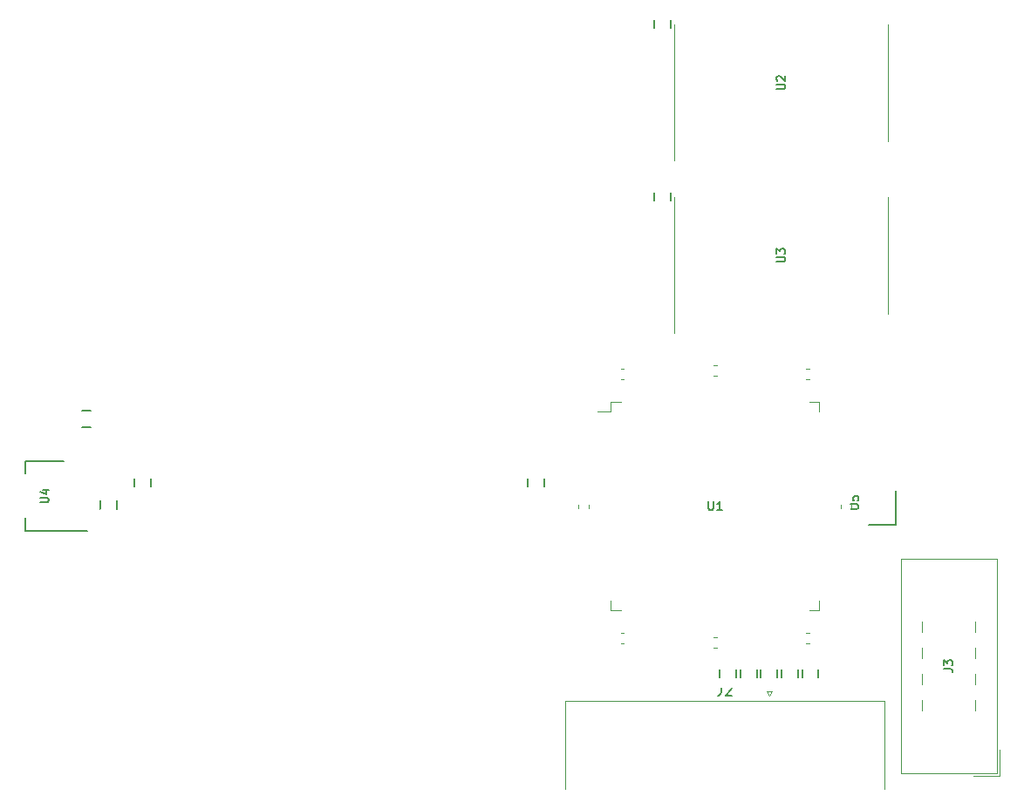
<source format=gto>
G04 #@! TF.GenerationSoftware,KiCad,Pcbnew,(5.1.5-0-10_14)*
G04 #@! TF.CreationDate,2020-07-05T23:06:11-04:00*
G04 #@! TF.ProjectId,MacPlusVGA,4d616350-6c75-4735-9647-412e6b696361,rev?*
G04 #@! TF.SameCoordinates,Original*
G04 #@! TF.FileFunction,Legend,Top*
G04 #@! TF.FilePolarity,Positive*
%FSLAX46Y46*%
G04 Gerber Fmt 4.6, Leading zero omitted, Abs format (unit mm)*
G04 Created by KiCad (PCBNEW (5.1.5-0-10_14)) date 2020-07-05 23:06:11*
%MOMM*%
%LPD*%
G04 APERTURE LIST*
%ADD10C,0.120000*%
%ADD11C,0.152400*%
%ADD12C,0.203200*%
%ADD13C,0.150000*%
%ADD14C,0.100000*%
%ADD15O,1.752400X1.752400*%
%ADD16R,1.752400X1.752400*%
%ADD17C,4.152400*%
%ADD18C,1.752400*%
G04 APERTURE END LIST*
D10*
X182428500Y-74422000D02*
X182428500Y-81997000D01*
X182428500Y-74422000D02*
X182428500Y-68769500D01*
X203143500Y-74422000D02*
X203143500Y-80074500D01*
X203143500Y-74422000D02*
X203143500Y-68769500D01*
X182428500Y-91186000D02*
X182428500Y-98761000D01*
X182428500Y-91186000D02*
X182428500Y-85533500D01*
X203143500Y-91186000D02*
X203143500Y-96838500D01*
X203143500Y-91186000D02*
X203143500Y-85533500D01*
D11*
X168200000Y-112843600D02*
X168200000Y-113656400D01*
X169800000Y-112843600D02*
X169800000Y-113656400D01*
X130000000Y-112843600D02*
X130000000Y-113656400D01*
X131600000Y-112843600D02*
X131600000Y-113656400D01*
D10*
X191615000Y-133968675D02*
X191365000Y-133535662D01*
X191865000Y-133535662D02*
X191615000Y-133968675D01*
X191365000Y-133535662D02*
X191865000Y-133535662D01*
X202785000Y-134430000D02*
X202785000Y-143030000D01*
X171815000Y-134430000D02*
X202785000Y-134430000D01*
X171815000Y-143030000D02*
X171815000Y-134430000D01*
X206442000Y-127764000D02*
X206442000Y-126744000D01*
X211642000Y-127764000D02*
X211642000Y-126744000D01*
X211642000Y-130304000D02*
X211642000Y-129284000D01*
X206442000Y-130304000D02*
X206442000Y-129284000D01*
X211642000Y-135384000D02*
X211642000Y-134364000D01*
X213717000Y-120634000D02*
X213717000Y-141494000D01*
X206442000Y-132844000D02*
X206442000Y-131824000D01*
X213717000Y-141494000D02*
X204367000Y-141494000D01*
X211642000Y-132844000D02*
X211642000Y-131824000D01*
X213967000Y-141744000D02*
X211427000Y-141744000D01*
X204367000Y-120634000D02*
X213717000Y-120634000D01*
X204367000Y-141494000D02*
X204367000Y-120634000D01*
X213967000Y-141744000D02*
X213967000Y-139204000D01*
X206442000Y-135384000D02*
X206442000Y-134364000D01*
D11*
X180429000Y-68325100D02*
X180429000Y-69137900D01*
X182029000Y-68325100D02*
X182029000Y-69137900D01*
D10*
X195187221Y-103260000D02*
X195512779Y-103260000D01*
X195187221Y-102240000D02*
X195512779Y-102240000D01*
D11*
X180429000Y-85089100D02*
X180429000Y-85901900D01*
X182029000Y-85089100D02*
X182029000Y-85901900D01*
D10*
X177512779Y-127840000D02*
X177187221Y-127840000D01*
X177512779Y-128860000D02*
X177187221Y-128860000D01*
X177512779Y-102240000D02*
X177187221Y-102240000D01*
X177512779Y-103260000D02*
X177187221Y-103260000D01*
X173090000Y-115387221D02*
X173090000Y-115712779D01*
X174110000Y-115387221D02*
X174110000Y-115712779D01*
D11*
X124903600Y-107861000D02*
X125716400Y-107861000D01*
X124903600Y-106261000D02*
X125716400Y-106261000D01*
X126650000Y-114993600D02*
X126650000Y-115806400D01*
X128250000Y-114993600D02*
X128250000Y-115806400D01*
D10*
X199610000Y-115712779D02*
X199610000Y-115387221D01*
X198590000Y-115712779D02*
X198590000Y-115387221D01*
X195187221Y-128860000D02*
X195512779Y-128860000D01*
X195187221Y-127840000D02*
X195512779Y-127840000D01*
X186187221Y-129260000D02*
X186512779Y-129260000D01*
X186187221Y-128240000D02*
X186512779Y-128240000D01*
X186512779Y-101840000D02*
X186187221Y-101840000D01*
X186512779Y-102860000D02*
X186187221Y-102860000D01*
X176240000Y-106390000D02*
X174950000Y-106390000D01*
X196460000Y-125660000D02*
X196460000Y-124710000D01*
X195510000Y-125660000D02*
X196460000Y-125660000D01*
X176240000Y-125660000D02*
X176240000Y-124710000D01*
X177190000Y-125660000D02*
X176240000Y-125660000D01*
X196460000Y-105440000D02*
X196460000Y-106390000D01*
X195510000Y-105440000D02*
X196460000Y-105440000D01*
X176240000Y-105440000D02*
X176240000Y-106390000D01*
X177190000Y-105440000D02*
X176240000Y-105440000D01*
D11*
X192400000Y-132206400D02*
X192400000Y-131393600D01*
X190800000Y-132206400D02*
X190800000Y-131393600D01*
X190400000Y-132206400D02*
X190400000Y-131393600D01*
X188800000Y-132206400D02*
X188800000Y-131393600D01*
X188400000Y-132206400D02*
X188400000Y-131393600D01*
X186800000Y-132206400D02*
X186800000Y-131393600D01*
X192800000Y-131393600D02*
X192800000Y-132206400D01*
X194400000Y-131393600D02*
X194400000Y-132206400D01*
X194800000Y-131393600D02*
X194800000Y-132206400D01*
X196400000Y-131393600D02*
X196400000Y-132206400D01*
X203900000Y-117350000D02*
X203900000Y-114100000D01*
X201300000Y-117350000D02*
X203900000Y-117350000D01*
X119390000Y-111140000D02*
X119390000Y-112400000D01*
X119390000Y-117960000D02*
X119390000Y-116700000D01*
X123150000Y-111140000D02*
X119390000Y-111140000D01*
X125400000Y-117960000D02*
X119390000Y-117960000D01*
D12*
X192340895Y-75041276D02*
X192998876Y-75041276D01*
X193076285Y-75002571D01*
X193114990Y-74963866D01*
X193153695Y-74886457D01*
X193153695Y-74731638D01*
X193114990Y-74654228D01*
X193076285Y-74615523D01*
X192998876Y-74576819D01*
X192340895Y-74576819D01*
X192418304Y-74228476D02*
X192379600Y-74189771D01*
X192340895Y-74112361D01*
X192340895Y-73918838D01*
X192379600Y-73841428D01*
X192418304Y-73802723D01*
X192495714Y-73764019D01*
X192573123Y-73764019D01*
X192689238Y-73802723D01*
X193153695Y-74267180D01*
X193153695Y-73764019D01*
X192340895Y-91805276D02*
X192998876Y-91805276D01*
X193076285Y-91766571D01*
X193114990Y-91727866D01*
X193153695Y-91650457D01*
X193153695Y-91495638D01*
X193114990Y-91418228D01*
X193076285Y-91379523D01*
X192998876Y-91340819D01*
X192340895Y-91340819D01*
X192340895Y-91031180D02*
X192340895Y-90528019D01*
X192650533Y-90798952D01*
X192650533Y-90682838D01*
X192689238Y-90605428D01*
X192727942Y-90566723D01*
X192805352Y-90528019D01*
X192998876Y-90528019D01*
X193076285Y-90566723D01*
X193114990Y-90605428D01*
X193153695Y-90682838D01*
X193153695Y-90915066D01*
X193114990Y-90992476D01*
X193076285Y-91031180D01*
D13*
X186966666Y-132942380D02*
X186966666Y-133656666D01*
X186919047Y-133799523D01*
X186823809Y-133894761D01*
X186680952Y-133942380D01*
X186585714Y-133942380D01*
X187395238Y-133037619D02*
X187442857Y-132990000D01*
X187538095Y-132942380D01*
X187776190Y-132942380D01*
X187871428Y-132990000D01*
X187919047Y-133037619D01*
X187966666Y-133132857D01*
X187966666Y-133228095D01*
X187919047Y-133370952D01*
X187347619Y-133942380D01*
X187966666Y-133942380D01*
D12*
X208596895Y-131334933D02*
X209177466Y-131334933D01*
X209293580Y-131373638D01*
X209370990Y-131451047D01*
X209409695Y-131567161D01*
X209409695Y-131644571D01*
X208596895Y-131025295D02*
X208596895Y-130522133D01*
X208906533Y-130793066D01*
X208906533Y-130676952D01*
X208945238Y-130599542D01*
X208983942Y-130560838D01*
X209061352Y-130522133D01*
X209254876Y-130522133D01*
X209332285Y-130560838D01*
X209370990Y-130599542D01*
X209409695Y-130676952D01*
X209409695Y-130909180D01*
X209370990Y-130986590D01*
X209332285Y-131025295D01*
X185730723Y-115104895D02*
X185730723Y-115762876D01*
X185769428Y-115840285D01*
X185808133Y-115878990D01*
X185885542Y-115917695D01*
X186040361Y-115917695D01*
X186117771Y-115878990D01*
X186156476Y-115840285D01*
X186195180Y-115762876D01*
X186195180Y-115104895D01*
X187007980Y-115917695D02*
X186543523Y-115917695D01*
X186775752Y-115917695D02*
X186775752Y-115104895D01*
X186698342Y-115221009D01*
X186620933Y-115298419D01*
X186543523Y-115337123D01*
X199454895Y-115819276D02*
X200112876Y-115819276D01*
X200190285Y-115780571D01*
X200228990Y-115741866D01*
X200267695Y-115664457D01*
X200267695Y-115509638D01*
X200228990Y-115432228D01*
X200190285Y-115393523D01*
X200112876Y-115354819D01*
X199454895Y-115354819D01*
X199454895Y-114580723D02*
X199454895Y-114967771D01*
X199841942Y-115006476D01*
X199803238Y-114967771D01*
X199764533Y-114890361D01*
X199764533Y-114696838D01*
X199803238Y-114619428D01*
X199841942Y-114580723D01*
X199919352Y-114542019D01*
X200112876Y-114542019D01*
X200190285Y-114580723D01*
X200228990Y-114619428D01*
X200267695Y-114696838D01*
X200267695Y-114890361D01*
X200228990Y-114967771D01*
X200190285Y-115006476D01*
X120854895Y-115169276D02*
X121512876Y-115169276D01*
X121590285Y-115130571D01*
X121628990Y-115091866D01*
X121667695Y-115014457D01*
X121667695Y-114859638D01*
X121628990Y-114782228D01*
X121590285Y-114743523D01*
X121512876Y-114704819D01*
X120854895Y-114704819D01*
X121125828Y-113969428D02*
X121667695Y-113969428D01*
X120816190Y-114162952D02*
X121396761Y-114356476D01*
X121396761Y-113853314D01*
%LPC*%
D14*
G36*
X183453153Y-66797843D02*
G01*
X183470141Y-66800363D01*
X183486800Y-66804535D01*
X183502970Y-66810321D01*
X183518494Y-66817664D01*
X183533225Y-66826493D01*
X183547019Y-66836723D01*
X183559744Y-66848256D01*
X183571277Y-66860981D01*
X183581507Y-66874775D01*
X183590336Y-66889506D01*
X183597679Y-66905030D01*
X183603465Y-66921200D01*
X183607637Y-66937859D01*
X183610157Y-66954847D01*
X183611000Y-66972000D01*
X183611000Y-68772000D01*
X183610157Y-68789153D01*
X183607637Y-68806141D01*
X183603465Y-68822800D01*
X183597679Y-68838970D01*
X183590336Y-68854494D01*
X183581507Y-68869225D01*
X183571277Y-68883019D01*
X183559744Y-68895744D01*
X183547019Y-68907277D01*
X183533225Y-68917507D01*
X183518494Y-68926336D01*
X183502970Y-68933679D01*
X183486800Y-68939465D01*
X183470141Y-68943637D01*
X183453153Y-68946157D01*
X183436000Y-68947000D01*
X183086000Y-68947000D01*
X183068847Y-68946157D01*
X183051859Y-68943637D01*
X183035200Y-68939465D01*
X183019030Y-68933679D01*
X183003506Y-68926336D01*
X182988775Y-68917507D01*
X182974981Y-68907277D01*
X182962256Y-68895744D01*
X182950723Y-68883019D01*
X182940493Y-68869225D01*
X182931664Y-68854494D01*
X182924321Y-68838970D01*
X182918535Y-68822800D01*
X182914363Y-68806141D01*
X182911843Y-68789153D01*
X182911000Y-68772000D01*
X182911000Y-66972000D01*
X182911843Y-66954847D01*
X182914363Y-66937859D01*
X182918535Y-66921200D01*
X182924321Y-66905030D01*
X182931664Y-66889506D01*
X182940493Y-66874775D01*
X182950723Y-66860981D01*
X182962256Y-66848256D01*
X182974981Y-66836723D01*
X182988775Y-66826493D01*
X183003506Y-66817664D01*
X183019030Y-66810321D01*
X183035200Y-66804535D01*
X183051859Y-66800363D01*
X183068847Y-66797843D01*
X183086000Y-66797000D01*
X183436000Y-66797000D01*
X183453153Y-66797843D01*
G37*
G36*
X184723153Y-66797843D02*
G01*
X184740141Y-66800363D01*
X184756800Y-66804535D01*
X184772970Y-66810321D01*
X184788494Y-66817664D01*
X184803225Y-66826493D01*
X184817019Y-66836723D01*
X184829744Y-66848256D01*
X184841277Y-66860981D01*
X184851507Y-66874775D01*
X184860336Y-66889506D01*
X184867679Y-66905030D01*
X184873465Y-66921200D01*
X184877637Y-66937859D01*
X184880157Y-66954847D01*
X184881000Y-66972000D01*
X184881000Y-68772000D01*
X184880157Y-68789153D01*
X184877637Y-68806141D01*
X184873465Y-68822800D01*
X184867679Y-68838970D01*
X184860336Y-68854494D01*
X184851507Y-68869225D01*
X184841277Y-68883019D01*
X184829744Y-68895744D01*
X184817019Y-68907277D01*
X184803225Y-68917507D01*
X184788494Y-68926336D01*
X184772970Y-68933679D01*
X184756800Y-68939465D01*
X184740141Y-68943637D01*
X184723153Y-68946157D01*
X184706000Y-68947000D01*
X184356000Y-68947000D01*
X184338847Y-68946157D01*
X184321859Y-68943637D01*
X184305200Y-68939465D01*
X184289030Y-68933679D01*
X184273506Y-68926336D01*
X184258775Y-68917507D01*
X184244981Y-68907277D01*
X184232256Y-68895744D01*
X184220723Y-68883019D01*
X184210493Y-68869225D01*
X184201664Y-68854494D01*
X184194321Y-68838970D01*
X184188535Y-68822800D01*
X184184363Y-68806141D01*
X184181843Y-68789153D01*
X184181000Y-68772000D01*
X184181000Y-66972000D01*
X184181843Y-66954847D01*
X184184363Y-66937859D01*
X184188535Y-66921200D01*
X184194321Y-66905030D01*
X184201664Y-66889506D01*
X184210493Y-66874775D01*
X184220723Y-66860981D01*
X184232256Y-66848256D01*
X184244981Y-66836723D01*
X184258775Y-66826493D01*
X184273506Y-66817664D01*
X184289030Y-66810321D01*
X184305200Y-66804535D01*
X184321859Y-66800363D01*
X184338847Y-66797843D01*
X184356000Y-66797000D01*
X184706000Y-66797000D01*
X184723153Y-66797843D01*
G37*
G36*
X185993153Y-66797843D02*
G01*
X186010141Y-66800363D01*
X186026800Y-66804535D01*
X186042970Y-66810321D01*
X186058494Y-66817664D01*
X186073225Y-66826493D01*
X186087019Y-66836723D01*
X186099744Y-66848256D01*
X186111277Y-66860981D01*
X186121507Y-66874775D01*
X186130336Y-66889506D01*
X186137679Y-66905030D01*
X186143465Y-66921200D01*
X186147637Y-66937859D01*
X186150157Y-66954847D01*
X186151000Y-66972000D01*
X186151000Y-68772000D01*
X186150157Y-68789153D01*
X186147637Y-68806141D01*
X186143465Y-68822800D01*
X186137679Y-68838970D01*
X186130336Y-68854494D01*
X186121507Y-68869225D01*
X186111277Y-68883019D01*
X186099744Y-68895744D01*
X186087019Y-68907277D01*
X186073225Y-68917507D01*
X186058494Y-68926336D01*
X186042970Y-68933679D01*
X186026800Y-68939465D01*
X186010141Y-68943637D01*
X185993153Y-68946157D01*
X185976000Y-68947000D01*
X185626000Y-68947000D01*
X185608847Y-68946157D01*
X185591859Y-68943637D01*
X185575200Y-68939465D01*
X185559030Y-68933679D01*
X185543506Y-68926336D01*
X185528775Y-68917507D01*
X185514981Y-68907277D01*
X185502256Y-68895744D01*
X185490723Y-68883019D01*
X185480493Y-68869225D01*
X185471664Y-68854494D01*
X185464321Y-68838970D01*
X185458535Y-68822800D01*
X185454363Y-68806141D01*
X185451843Y-68789153D01*
X185451000Y-68772000D01*
X185451000Y-66972000D01*
X185451843Y-66954847D01*
X185454363Y-66937859D01*
X185458535Y-66921200D01*
X185464321Y-66905030D01*
X185471664Y-66889506D01*
X185480493Y-66874775D01*
X185490723Y-66860981D01*
X185502256Y-66848256D01*
X185514981Y-66836723D01*
X185528775Y-66826493D01*
X185543506Y-66817664D01*
X185559030Y-66810321D01*
X185575200Y-66804535D01*
X185591859Y-66800363D01*
X185608847Y-66797843D01*
X185626000Y-66797000D01*
X185976000Y-66797000D01*
X185993153Y-66797843D01*
G37*
G36*
X187263153Y-66797843D02*
G01*
X187280141Y-66800363D01*
X187296800Y-66804535D01*
X187312970Y-66810321D01*
X187328494Y-66817664D01*
X187343225Y-66826493D01*
X187357019Y-66836723D01*
X187369744Y-66848256D01*
X187381277Y-66860981D01*
X187391507Y-66874775D01*
X187400336Y-66889506D01*
X187407679Y-66905030D01*
X187413465Y-66921200D01*
X187417637Y-66937859D01*
X187420157Y-66954847D01*
X187421000Y-66972000D01*
X187421000Y-68772000D01*
X187420157Y-68789153D01*
X187417637Y-68806141D01*
X187413465Y-68822800D01*
X187407679Y-68838970D01*
X187400336Y-68854494D01*
X187391507Y-68869225D01*
X187381277Y-68883019D01*
X187369744Y-68895744D01*
X187357019Y-68907277D01*
X187343225Y-68917507D01*
X187328494Y-68926336D01*
X187312970Y-68933679D01*
X187296800Y-68939465D01*
X187280141Y-68943637D01*
X187263153Y-68946157D01*
X187246000Y-68947000D01*
X186896000Y-68947000D01*
X186878847Y-68946157D01*
X186861859Y-68943637D01*
X186845200Y-68939465D01*
X186829030Y-68933679D01*
X186813506Y-68926336D01*
X186798775Y-68917507D01*
X186784981Y-68907277D01*
X186772256Y-68895744D01*
X186760723Y-68883019D01*
X186750493Y-68869225D01*
X186741664Y-68854494D01*
X186734321Y-68838970D01*
X186728535Y-68822800D01*
X186724363Y-68806141D01*
X186721843Y-68789153D01*
X186721000Y-68772000D01*
X186721000Y-66972000D01*
X186721843Y-66954847D01*
X186724363Y-66937859D01*
X186728535Y-66921200D01*
X186734321Y-66905030D01*
X186741664Y-66889506D01*
X186750493Y-66874775D01*
X186760723Y-66860981D01*
X186772256Y-66848256D01*
X186784981Y-66836723D01*
X186798775Y-66826493D01*
X186813506Y-66817664D01*
X186829030Y-66810321D01*
X186845200Y-66804535D01*
X186861859Y-66800363D01*
X186878847Y-66797843D01*
X186896000Y-66797000D01*
X187246000Y-66797000D01*
X187263153Y-66797843D01*
G37*
G36*
X188533153Y-66797843D02*
G01*
X188550141Y-66800363D01*
X188566800Y-66804535D01*
X188582970Y-66810321D01*
X188598494Y-66817664D01*
X188613225Y-66826493D01*
X188627019Y-66836723D01*
X188639744Y-66848256D01*
X188651277Y-66860981D01*
X188661507Y-66874775D01*
X188670336Y-66889506D01*
X188677679Y-66905030D01*
X188683465Y-66921200D01*
X188687637Y-66937859D01*
X188690157Y-66954847D01*
X188691000Y-66972000D01*
X188691000Y-68772000D01*
X188690157Y-68789153D01*
X188687637Y-68806141D01*
X188683465Y-68822800D01*
X188677679Y-68838970D01*
X188670336Y-68854494D01*
X188661507Y-68869225D01*
X188651277Y-68883019D01*
X188639744Y-68895744D01*
X188627019Y-68907277D01*
X188613225Y-68917507D01*
X188598494Y-68926336D01*
X188582970Y-68933679D01*
X188566800Y-68939465D01*
X188550141Y-68943637D01*
X188533153Y-68946157D01*
X188516000Y-68947000D01*
X188166000Y-68947000D01*
X188148847Y-68946157D01*
X188131859Y-68943637D01*
X188115200Y-68939465D01*
X188099030Y-68933679D01*
X188083506Y-68926336D01*
X188068775Y-68917507D01*
X188054981Y-68907277D01*
X188042256Y-68895744D01*
X188030723Y-68883019D01*
X188020493Y-68869225D01*
X188011664Y-68854494D01*
X188004321Y-68838970D01*
X187998535Y-68822800D01*
X187994363Y-68806141D01*
X187991843Y-68789153D01*
X187991000Y-68772000D01*
X187991000Y-66972000D01*
X187991843Y-66954847D01*
X187994363Y-66937859D01*
X187998535Y-66921200D01*
X188004321Y-66905030D01*
X188011664Y-66889506D01*
X188020493Y-66874775D01*
X188030723Y-66860981D01*
X188042256Y-66848256D01*
X188054981Y-66836723D01*
X188068775Y-66826493D01*
X188083506Y-66817664D01*
X188099030Y-66810321D01*
X188115200Y-66804535D01*
X188131859Y-66800363D01*
X188148847Y-66797843D01*
X188166000Y-66797000D01*
X188516000Y-66797000D01*
X188533153Y-66797843D01*
G37*
G36*
X189803153Y-66797843D02*
G01*
X189820141Y-66800363D01*
X189836800Y-66804535D01*
X189852970Y-66810321D01*
X189868494Y-66817664D01*
X189883225Y-66826493D01*
X189897019Y-66836723D01*
X189909744Y-66848256D01*
X189921277Y-66860981D01*
X189931507Y-66874775D01*
X189940336Y-66889506D01*
X189947679Y-66905030D01*
X189953465Y-66921200D01*
X189957637Y-66937859D01*
X189960157Y-66954847D01*
X189961000Y-66972000D01*
X189961000Y-68772000D01*
X189960157Y-68789153D01*
X189957637Y-68806141D01*
X189953465Y-68822800D01*
X189947679Y-68838970D01*
X189940336Y-68854494D01*
X189931507Y-68869225D01*
X189921277Y-68883019D01*
X189909744Y-68895744D01*
X189897019Y-68907277D01*
X189883225Y-68917507D01*
X189868494Y-68926336D01*
X189852970Y-68933679D01*
X189836800Y-68939465D01*
X189820141Y-68943637D01*
X189803153Y-68946157D01*
X189786000Y-68947000D01*
X189436000Y-68947000D01*
X189418847Y-68946157D01*
X189401859Y-68943637D01*
X189385200Y-68939465D01*
X189369030Y-68933679D01*
X189353506Y-68926336D01*
X189338775Y-68917507D01*
X189324981Y-68907277D01*
X189312256Y-68895744D01*
X189300723Y-68883019D01*
X189290493Y-68869225D01*
X189281664Y-68854494D01*
X189274321Y-68838970D01*
X189268535Y-68822800D01*
X189264363Y-68806141D01*
X189261843Y-68789153D01*
X189261000Y-68772000D01*
X189261000Y-66972000D01*
X189261843Y-66954847D01*
X189264363Y-66937859D01*
X189268535Y-66921200D01*
X189274321Y-66905030D01*
X189281664Y-66889506D01*
X189290493Y-66874775D01*
X189300723Y-66860981D01*
X189312256Y-66848256D01*
X189324981Y-66836723D01*
X189338775Y-66826493D01*
X189353506Y-66817664D01*
X189369030Y-66810321D01*
X189385200Y-66804535D01*
X189401859Y-66800363D01*
X189418847Y-66797843D01*
X189436000Y-66797000D01*
X189786000Y-66797000D01*
X189803153Y-66797843D01*
G37*
G36*
X191073153Y-66797843D02*
G01*
X191090141Y-66800363D01*
X191106800Y-66804535D01*
X191122970Y-66810321D01*
X191138494Y-66817664D01*
X191153225Y-66826493D01*
X191167019Y-66836723D01*
X191179744Y-66848256D01*
X191191277Y-66860981D01*
X191201507Y-66874775D01*
X191210336Y-66889506D01*
X191217679Y-66905030D01*
X191223465Y-66921200D01*
X191227637Y-66937859D01*
X191230157Y-66954847D01*
X191231000Y-66972000D01*
X191231000Y-68772000D01*
X191230157Y-68789153D01*
X191227637Y-68806141D01*
X191223465Y-68822800D01*
X191217679Y-68838970D01*
X191210336Y-68854494D01*
X191201507Y-68869225D01*
X191191277Y-68883019D01*
X191179744Y-68895744D01*
X191167019Y-68907277D01*
X191153225Y-68917507D01*
X191138494Y-68926336D01*
X191122970Y-68933679D01*
X191106800Y-68939465D01*
X191090141Y-68943637D01*
X191073153Y-68946157D01*
X191056000Y-68947000D01*
X190706000Y-68947000D01*
X190688847Y-68946157D01*
X190671859Y-68943637D01*
X190655200Y-68939465D01*
X190639030Y-68933679D01*
X190623506Y-68926336D01*
X190608775Y-68917507D01*
X190594981Y-68907277D01*
X190582256Y-68895744D01*
X190570723Y-68883019D01*
X190560493Y-68869225D01*
X190551664Y-68854494D01*
X190544321Y-68838970D01*
X190538535Y-68822800D01*
X190534363Y-68806141D01*
X190531843Y-68789153D01*
X190531000Y-68772000D01*
X190531000Y-66972000D01*
X190531843Y-66954847D01*
X190534363Y-66937859D01*
X190538535Y-66921200D01*
X190544321Y-66905030D01*
X190551664Y-66889506D01*
X190560493Y-66874775D01*
X190570723Y-66860981D01*
X190582256Y-66848256D01*
X190594981Y-66836723D01*
X190608775Y-66826493D01*
X190623506Y-66817664D01*
X190639030Y-66810321D01*
X190655200Y-66804535D01*
X190671859Y-66800363D01*
X190688847Y-66797843D01*
X190706000Y-66797000D01*
X191056000Y-66797000D01*
X191073153Y-66797843D01*
G37*
G36*
X192343153Y-66797843D02*
G01*
X192360141Y-66800363D01*
X192376800Y-66804535D01*
X192392970Y-66810321D01*
X192408494Y-66817664D01*
X192423225Y-66826493D01*
X192437019Y-66836723D01*
X192449744Y-66848256D01*
X192461277Y-66860981D01*
X192471507Y-66874775D01*
X192480336Y-66889506D01*
X192487679Y-66905030D01*
X192493465Y-66921200D01*
X192497637Y-66937859D01*
X192500157Y-66954847D01*
X192501000Y-66972000D01*
X192501000Y-68772000D01*
X192500157Y-68789153D01*
X192497637Y-68806141D01*
X192493465Y-68822800D01*
X192487679Y-68838970D01*
X192480336Y-68854494D01*
X192471507Y-68869225D01*
X192461277Y-68883019D01*
X192449744Y-68895744D01*
X192437019Y-68907277D01*
X192423225Y-68917507D01*
X192408494Y-68926336D01*
X192392970Y-68933679D01*
X192376800Y-68939465D01*
X192360141Y-68943637D01*
X192343153Y-68946157D01*
X192326000Y-68947000D01*
X191976000Y-68947000D01*
X191958847Y-68946157D01*
X191941859Y-68943637D01*
X191925200Y-68939465D01*
X191909030Y-68933679D01*
X191893506Y-68926336D01*
X191878775Y-68917507D01*
X191864981Y-68907277D01*
X191852256Y-68895744D01*
X191840723Y-68883019D01*
X191830493Y-68869225D01*
X191821664Y-68854494D01*
X191814321Y-68838970D01*
X191808535Y-68822800D01*
X191804363Y-68806141D01*
X191801843Y-68789153D01*
X191801000Y-68772000D01*
X191801000Y-66972000D01*
X191801843Y-66954847D01*
X191804363Y-66937859D01*
X191808535Y-66921200D01*
X191814321Y-66905030D01*
X191821664Y-66889506D01*
X191830493Y-66874775D01*
X191840723Y-66860981D01*
X191852256Y-66848256D01*
X191864981Y-66836723D01*
X191878775Y-66826493D01*
X191893506Y-66817664D01*
X191909030Y-66810321D01*
X191925200Y-66804535D01*
X191941859Y-66800363D01*
X191958847Y-66797843D01*
X191976000Y-66797000D01*
X192326000Y-66797000D01*
X192343153Y-66797843D01*
G37*
G36*
X193613153Y-66797843D02*
G01*
X193630141Y-66800363D01*
X193646800Y-66804535D01*
X193662970Y-66810321D01*
X193678494Y-66817664D01*
X193693225Y-66826493D01*
X193707019Y-66836723D01*
X193719744Y-66848256D01*
X193731277Y-66860981D01*
X193741507Y-66874775D01*
X193750336Y-66889506D01*
X193757679Y-66905030D01*
X193763465Y-66921200D01*
X193767637Y-66937859D01*
X193770157Y-66954847D01*
X193771000Y-66972000D01*
X193771000Y-68772000D01*
X193770157Y-68789153D01*
X193767637Y-68806141D01*
X193763465Y-68822800D01*
X193757679Y-68838970D01*
X193750336Y-68854494D01*
X193741507Y-68869225D01*
X193731277Y-68883019D01*
X193719744Y-68895744D01*
X193707019Y-68907277D01*
X193693225Y-68917507D01*
X193678494Y-68926336D01*
X193662970Y-68933679D01*
X193646800Y-68939465D01*
X193630141Y-68943637D01*
X193613153Y-68946157D01*
X193596000Y-68947000D01*
X193246000Y-68947000D01*
X193228847Y-68946157D01*
X193211859Y-68943637D01*
X193195200Y-68939465D01*
X193179030Y-68933679D01*
X193163506Y-68926336D01*
X193148775Y-68917507D01*
X193134981Y-68907277D01*
X193122256Y-68895744D01*
X193110723Y-68883019D01*
X193100493Y-68869225D01*
X193091664Y-68854494D01*
X193084321Y-68838970D01*
X193078535Y-68822800D01*
X193074363Y-68806141D01*
X193071843Y-68789153D01*
X193071000Y-68772000D01*
X193071000Y-66972000D01*
X193071843Y-66954847D01*
X193074363Y-66937859D01*
X193078535Y-66921200D01*
X193084321Y-66905030D01*
X193091664Y-66889506D01*
X193100493Y-66874775D01*
X193110723Y-66860981D01*
X193122256Y-66848256D01*
X193134981Y-66836723D01*
X193148775Y-66826493D01*
X193163506Y-66817664D01*
X193179030Y-66810321D01*
X193195200Y-66804535D01*
X193211859Y-66800363D01*
X193228847Y-66797843D01*
X193246000Y-66797000D01*
X193596000Y-66797000D01*
X193613153Y-66797843D01*
G37*
G36*
X194883153Y-66797843D02*
G01*
X194900141Y-66800363D01*
X194916800Y-66804535D01*
X194932970Y-66810321D01*
X194948494Y-66817664D01*
X194963225Y-66826493D01*
X194977019Y-66836723D01*
X194989744Y-66848256D01*
X195001277Y-66860981D01*
X195011507Y-66874775D01*
X195020336Y-66889506D01*
X195027679Y-66905030D01*
X195033465Y-66921200D01*
X195037637Y-66937859D01*
X195040157Y-66954847D01*
X195041000Y-66972000D01*
X195041000Y-68772000D01*
X195040157Y-68789153D01*
X195037637Y-68806141D01*
X195033465Y-68822800D01*
X195027679Y-68838970D01*
X195020336Y-68854494D01*
X195011507Y-68869225D01*
X195001277Y-68883019D01*
X194989744Y-68895744D01*
X194977019Y-68907277D01*
X194963225Y-68917507D01*
X194948494Y-68926336D01*
X194932970Y-68933679D01*
X194916800Y-68939465D01*
X194900141Y-68943637D01*
X194883153Y-68946157D01*
X194866000Y-68947000D01*
X194516000Y-68947000D01*
X194498847Y-68946157D01*
X194481859Y-68943637D01*
X194465200Y-68939465D01*
X194449030Y-68933679D01*
X194433506Y-68926336D01*
X194418775Y-68917507D01*
X194404981Y-68907277D01*
X194392256Y-68895744D01*
X194380723Y-68883019D01*
X194370493Y-68869225D01*
X194361664Y-68854494D01*
X194354321Y-68838970D01*
X194348535Y-68822800D01*
X194344363Y-68806141D01*
X194341843Y-68789153D01*
X194341000Y-68772000D01*
X194341000Y-66972000D01*
X194341843Y-66954847D01*
X194344363Y-66937859D01*
X194348535Y-66921200D01*
X194354321Y-66905030D01*
X194361664Y-66889506D01*
X194370493Y-66874775D01*
X194380723Y-66860981D01*
X194392256Y-66848256D01*
X194404981Y-66836723D01*
X194418775Y-66826493D01*
X194433506Y-66817664D01*
X194449030Y-66810321D01*
X194465200Y-66804535D01*
X194481859Y-66800363D01*
X194498847Y-66797843D01*
X194516000Y-66797000D01*
X194866000Y-66797000D01*
X194883153Y-66797843D01*
G37*
G36*
X196153153Y-66797843D02*
G01*
X196170141Y-66800363D01*
X196186800Y-66804535D01*
X196202970Y-66810321D01*
X196218494Y-66817664D01*
X196233225Y-66826493D01*
X196247019Y-66836723D01*
X196259744Y-66848256D01*
X196271277Y-66860981D01*
X196281507Y-66874775D01*
X196290336Y-66889506D01*
X196297679Y-66905030D01*
X196303465Y-66921200D01*
X196307637Y-66937859D01*
X196310157Y-66954847D01*
X196311000Y-66972000D01*
X196311000Y-68772000D01*
X196310157Y-68789153D01*
X196307637Y-68806141D01*
X196303465Y-68822800D01*
X196297679Y-68838970D01*
X196290336Y-68854494D01*
X196281507Y-68869225D01*
X196271277Y-68883019D01*
X196259744Y-68895744D01*
X196247019Y-68907277D01*
X196233225Y-68917507D01*
X196218494Y-68926336D01*
X196202970Y-68933679D01*
X196186800Y-68939465D01*
X196170141Y-68943637D01*
X196153153Y-68946157D01*
X196136000Y-68947000D01*
X195786000Y-68947000D01*
X195768847Y-68946157D01*
X195751859Y-68943637D01*
X195735200Y-68939465D01*
X195719030Y-68933679D01*
X195703506Y-68926336D01*
X195688775Y-68917507D01*
X195674981Y-68907277D01*
X195662256Y-68895744D01*
X195650723Y-68883019D01*
X195640493Y-68869225D01*
X195631664Y-68854494D01*
X195624321Y-68838970D01*
X195618535Y-68822800D01*
X195614363Y-68806141D01*
X195611843Y-68789153D01*
X195611000Y-68772000D01*
X195611000Y-66972000D01*
X195611843Y-66954847D01*
X195614363Y-66937859D01*
X195618535Y-66921200D01*
X195624321Y-66905030D01*
X195631664Y-66889506D01*
X195640493Y-66874775D01*
X195650723Y-66860981D01*
X195662256Y-66848256D01*
X195674981Y-66836723D01*
X195688775Y-66826493D01*
X195703506Y-66817664D01*
X195719030Y-66810321D01*
X195735200Y-66804535D01*
X195751859Y-66800363D01*
X195768847Y-66797843D01*
X195786000Y-66797000D01*
X196136000Y-66797000D01*
X196153153Y-66797843D01*
G37*
G36*
X197423153Y-66797843D02*
G01*
X197440141Y-66800363D01*
X197456800Y-66804535D01*
X197472970Y-66810321D01*
X197488494Y-66817664D01*
X197503225Y-66826493D01*
X197517019Y-66836723D01*
X197529744Y-66848256D01*
X197541277Y-66860981D01*
X197551507Y-66874775D01*
X197560336Y-66889506D01*
X197567679Y-66905030D01*
X197573465Y-66921200D01*
X197577637Y-66937859D01*
X197580157Y-66954847D01*
X197581000Y-66972000D01*
X197581000Y-68772000D01*
X197580157Y-68789153D01*
X197577637Y-68806141D01*
X197573465Y-68822800D01*
X197567679Y-68838970D01*
X197560336Y-68854494D01*
X197551507Y-68869225D01*
X197541277Y-68883019D01*
X197529744Y-68895744D01*
X197517019Y-68907277D01*
X197503225Y-68917507D01*
X197488494Y-68926336D01*
X197472970Y-68933679D01*
X197456800Y-68939465D01*
X197440141Y-68943637D01*
X197423153Y-68946157D01*
X197406000Y-68947000D01*
X197056000Y-68947000D01*
X197038847Y-68946157D01*
X197021859Y-68943637D01*
X197005200Y-68939465D01*
X196989030Y-68933679D01*
X196973506Y-68926336D01*
X196958775Y-68917507D01*
X196944981Y-68907277D01*
X196932256Y-68895744D01*
X196920723Y-68883019D01*
X196910493Y-68869225D01*
X196901664Y-68854494D01*
X196894321Y-68838970D01*
X196888535Y-68822800D01*
X196884363Y-68806141D01*
X196881843Y-68789153D01*
X196881000Y-68772000D01*
X196881000Y-66972000D01*
X196881843Y-66954847D01*
X196884363Y-66937859D01*
X196888535Y-66921200D01*
X196894321Y-66905030D01*
X196901664Y-66889506D01*
X196910493Y-66874775D01*
X196920723Y-66860981D01*
X196932256Y-66848256D01*
X196944981Y-66836723D01*
X196958775Y-66826493D01*
X196973506Y-66817664D01*
X196989030Y-66810321D01*
X197005200Y-66804535D01*
X197021859Y-66800363D01*
X197038847Y-66797843D01*
X197056000Y-66797000D01*
X197406000Y-66797000D01*
X197423153Y-66797843D01*
G37*
G36*
X198693153Y-66797843D02*
G01*
X198710141Y-66800363D01*
X198726800Y-66804535D01*
X198742970Y-66810321D01*
X198758494Y-66817664D01*
X198773225Y-66826493D01*
X198787019Y-66836723D01*
X198799744Y-66848256D01*
X198811277Y-66860981D01*
X198821507Y-66874775D01*
X198830336Y-66889506D01*
X198837679Y-66905030D01*
X198843465Y-66921200D01*
X198847637Y-66937859D01*
X198850157Y-66954847D01*
X198851000Y-66972000D01*
X198851000Y-68772000D01*
X198850157Y-68789153D01*
X198847637Y-68806141D01*
X198843465Y-68822800D01*
X198837679Y-68838970D01*
X198830336Y-68854494D01*
X198821507Y-68869225D01*
X198811277Y-68883019D01*
X198799744Y-68895744D01*
X198787019Y-68907277D01*
X198773225Y-68917507D01*
X198758494Y-68926336D01*
X198742970Y-68933679D01*
X198726800Y-68939465D01*
X198710141Y-68943637D01*
X198693153Y-68946157D01*
X198676000Y-68947000D01*
X198326000Y-68947000D01*
X198308847Y-68946157D01*
X198291859Y-68943637D01*
X198275200Y-68939465D01*
X198259030Y-68933679D01*
X198243506Y-68926336D01*
X198228775Y-68917507D01*
X198214981Y-68907277D01*
X198202256Y-68895744D01*
X198190723Y-68883019D01*
X198180493Y-68869225D01*
X198171664Y-68854494D01*
X198164321Y-68838970D01*
X198158535Y-68822800D01*
X198154363Y-68806141D01*
X198151843Y-68789153D01*
X198151000Y-68772000D01*
X198151000Y-66972000D01*
X198151843Y-66954847D01*
X198154363Y-66937859D01*
X198158535Y-66921200D01*
X198164321Y-66905030D01*
X198171664Y-66889506D01*
X198180493Y-66874775D01*
X198190723Y-66860981D01*
X198202256Y-66848256D01*
X198214981Y-66836723D01*
X198228775Y-66826493D01*
X198243506Y-66817664D01*
X198259030Y-66810321D01*
X198275200Y-66804535D01*
X198291859Y-66800363D01*
X198308847Y-66797843D01*
X198326000Y-66797000D01*
X198676000Y-66797000D01*
X198693153Y-66797843D01*
G37*
G36*
X199963153Y-66797843D02*
G01*
X199980141Y-66800363D01*
X199996800Y-66804535D01*
X200012970Y-66810321D01*
X200028494Y-66817664D01*
X200043225Y-66826493D01*
X200057019Y-66836723D01*
X200069744Y-66848256D01*
X200081277Y-66860981D01*
X200091507Y-66874775D01*
X200100336Y-66889506D01*
X200107679Y-66905030D01*
X200113465Y-66921200D01*
X200117637Y-66937859D01*
X200120157Y-66954847D01*
X200121000Y-66972000D01*
X200121000Y-68772000D01*
X200120157Y-68789153D01*
X200117637Y-68806141D01*
X200113465Y-68822800D01*
X200107679Y-68838970D01*
X200100336Y-68854494D01*
X200091507Y-68869225D01*
X200081277Y-68883019D01*
X200069744Y-68895744D01*
X200057019Y-68907277D01*
X200043225Y-68917507D01*
X200028494Y-68926336D01*
X200012970Y-68933679D01*
X199996800Y-68939465D01*
X199980141Y-68943637D01*
X199963153Y-68946157D01*
X199946000Y-68947000D01*
X199596000Y-68947000D01*
X199578847Y-68946157D01*
X199561859Y-68943637D01*
X199545200Y-68939465D01*
X199529030Y-68933679D01*
X199513506Y-68926336D01*
X199498775Y-68917507D01*
X199484981Y-68907277D01*
X199472256Y-68895744D01*
X199460723Y-68883019D01*
X199450493Y-68869225D01*
X199441664Y-68854494D01*
X199434321Y-68838970D01*
X199428535Y-68822800D01*
X199424363Y-68806141D01*
X199421843Y-68789153D01*
X199421000Y-68772000D01*
X199421000Y-66972000D01*
X199421843Y-66954847D01*
X199424363Y-66937859D01*
X199428535Y-66921200D01*
X199434321Y-66905030D01*
X199441664Y-66889506D01*
X199450493Y-66874775D01*
X199460723Y-66860981D01*
X199472256Y-66848256D01*
X199484981Y-66836723D01*
X199498775Y-66826493D01*
X199513506Y-66817664D01*
X199529030Y-66810321D01*
X199545200Y-66804535D01*
X199561859Y-66800363D01*
X199578847Y-66797843D01*
X199596000Y-66797000D01*
X199946000Y-66797000D01*
X199963153Y-66797843D01*
G37*
G36*
X201233153Y-66797843D02*
G01*
X201250141Y-66800363D01*
X201266800Y-66804535D01*
X201282970Y-66810321D01*
X201298494Y-66817664D01*
X201313225Y-66826493D01*
X201327019Y-66836723D01*
X201339744Y-66848256D01*
X201351277Y-66860981D01*
X201361507Y-66874775D01*
X201370336Y-66889506D01*
X201377679Y-66905030D01*
X201383465Y-66921200D01*
X201387637Y-66937859D01*
X201390157Y-66954847D01*
X201391000Y-66972000D01*
X201391000Y-68772000D01*
X201390157Y-68789153D01*
X201387637Y-68806141D01*
X201383465Y-68822800D01*
X201377679Y-68838970D01*
X201370336Y-68854494D01*
X201361507Y-68869225D01*
X201351277Y-68883019D01*
X201339744Y-68895744D01*
X201327019Y-68907277D01*
X201313225Y-68917507D01*
X201298494Y-68926336D01*
X201282970Y-68933679D01*
X201266800Y-68939465D01*
X201250141Y-68943637D01*
X201233153Y-68946157D01*
X201216000Y-68947000D01*
X200866000Y-68947000D01*
X200848847Y-68946157D01*
X200831859Y-68943637D01*
X200815200Y-68939465D01*
X200799030Y-68933679D01*
X200783506Y-68926336D01*
X200768775Y-68917507D01*
X200754981Y-68907277D01*
X200742256Y-68895744D01*
X200730723Y-68883019D01*
X200720493Y-68869225D01*
X200711664Y-68854494D01*
X200704321Y-68838970D01*
X200698535Y-68822800D01*
X200694363Y-68806141D01*
X200691843Y-68789153D01*
X200691000Y-68772000D01*
X200691000Y-66972000D01*
X200691843Y-66954847D01*
X200694363Y-66937859D01*
X200698535Y-66921200D01*
X200704321Y-66905030D01*
X200711664Y-66889506D01*
X200720493Y-66874775D01*
X200730723Y-66860981D01*
X200742256Y-66848256D01*
X200754981Y-66836723D01*
X200768775Y-66826493D01*
X200783506Y-66817664D01*
X200799030Y-66810321D01*
X200815200Y-66804535D01*
X200831859Y-66800363D01*
X200848847Y-66797843D01*
X200866000Y-66797000D01*
X201216000Y-66797000D01*
X201233153Y-66797843D01*
G37*
G36*
X202503153Y-66797843D02*
G01*
X202520141Y-66800363D01*
X202536800Y-66804535D01*
X202552970Y-66810321D01*
X202568494Y-66817664D01*
X202583225Y-66826493D01*
X202597019Y-66836723D01*
X202609744Y-66848256D01*
X202621277Y-66860981D01*
X202631507Y-66874775D01*
X202640336Y-66889506D01*
X202647679Y-66905030D01*
X202653465Y-66921200D01*
X202657637Y-66937859D01*
X202660157Y-66954847D01*
X202661000Y-66972000D01*
X202661000Y-68772000D01*
X202660157Y-68789153D01*
X202657637Y-68806141D01*
X202653465Y-68822800D01*
X202647679Y-68838970D01*
X202640336Y-68854494D01*
X202631507Y-68869225D01*
X202621277Y-68883019D01*
X202609744Y-68895744D01*
X202597019Y-68907277D01*
X202583225Y-68917507D01*
X202568494Y-68926336D01*
X202552970Y-68933679D01*
X202536800Y-68939465D01*
X202520141Y-68943637D01*
X202503153Y-68946157D01*
X202486000Y-68947000D01*
X202136000Y-68947000D01*
X202118847Y-68946157D01*
X202101859Y-68943637D01*
X202085200Y-68939465D01*
X202069030Y-68933679D01*
X202053506Y-68926336D01*
X202038775Y-68917507D01*
X202024981Y-68907277D01*
X202012256Y-68895744D01*
X202000723Y-68883019D01*
X201990493Y-68869225D01*
X201981664Y-68854494D01*
X201974321Y-68838970D01*
X201968535Y-68822800D01*
X201964363Y-68806141D01*
X201961843Y-68789153D01*
X201961000Y-68772000D01*
X201961000Y-66972000D01*
X201961843Y-66954847D01*
X201964363Y-66937859D01*
X201968535Y-66921200D01*
X201974321Y-66905030D01*
X201981664Y-66889506D01*
X201990493Y-66874775D01*
X202000723Y-66860981D01*
X202012256Y-66848256D01*
X202024981Y-66836723D01*
X202038775Y-66826493D01*
X202053506Y-66817664D01*
X202069030Y-66810321D01*
X202085200Y-66804535D01*
X202101859Y-66800363D01*
X202118847Y-66797843D01*
X202136000Y-66797000D01*
X202486000Y-66797000D01*
X202503153Y-66797843D01*
G37*
G36*
X202503153Y-79897843D02*
G01*
X202520141Y-79900363D01*
X202536800Y-79904535D01*
X202552970Y-79910321D01*
X202568494Y-79917664D01*
X202583225Y-79926493D01*
X202597019Y-79936723D01*
X202609744Y-79948256D01*
X202621277Y-79960981D01*
X202631507Y-79974775D01*
X202640336Y-79989506D01*
X202647679Y-80005030D01*
X202653465Y-80021200D01*
X202657637Y-80037859D01*
X202660157Y-80054847D01*
X202661000Y-80072000D01*
X202661000Y-81872000D01*
X202660157Y-81889153D01*
X202657637Y-81906141D01*
X202653465Y-81922800D01*
X202647679Y-81938970D01*
X202640336Y-81954494D01*
X202631507Y-81969225D01*
X202621277Y-81983019D01*
X202609744Y-81995744D01*
X202597019Y-82007277D01*
X202583225Y-82017507D01*
X202568494Y-82026336D01*
X202552970Y-82033679D01*
X202536800Y-82039465D01*
X202520141Y-82043637D01*
X202503153Y-82046157D01*
X202486000Y-82047000D01*
X202136000Y-82047000D01*
X202118847Y-82046157D01*
X202101859Y-82043637D01*
X202085200Y-82039465D01*
X202069030Y-82033679D01*
X202053506Y-82026336D01*
X202038775Y-82017507D01*
X202024981Y-82007277D01*
X202012256Y-81995744D01*
X202000723Y-81983019D01*
X201990493Y-81969225D01*
X201981664Y-81954494D01*
X201974321Y-81938970D01*
X201968535Y-81922800D01*
X201964363Y-81906141D01*
X201961843Y-81889153D01*
X201961000Y-81872000D01*
X201961000Y-80072000D01*
X201961843Y-80054847D01*
X201964363Y-80037859D01*
X201968535Y-80021200D01*
X201974321Y-80005030D01*
X201981664Y-79989506D01*
X201990493Y-79974775D01*
X202000723Y-79960981D01*
X202012256Y-79948256D01*
X202024981Y-79936723D01*
X202038775Y-79926493D01*
X202053506Y-79917664D01*
X202069030Y-79910321D01*
X202085200Y-79904535D01*
X202101859Y-79900363D01*
X202118847Y-79897843D01*
X202136000Y-79897000D01*
X202486000Y-79897000D01*
X202503153Y-79897843D01*
G37*
G36*
X201233153Y-79897843D02*
G01*
X201250141Y-79900363D01*
X201266800Y-79904535D01*
X201282970Y-79910321D01*
X201298494Y-79917664D01*
X201313225Y-79926493D01*
X201327019Y-79936723D01*
X201339744Y-79948256D01*
X201351277Y-79960981D01*
X201361507Y-79974775D01*
X201370336Y-79989506D01*
X201377679Y-80005030D01*
X201383465Y-80021200D01*
X201387637Y-80037859D01*
X201390157Y-80054847D01*
X201391000Y-80072000D01*
X201391000Y-81872000D01*
X201390157Y-81889153D01*
X201387637Y-81906141D01*
X201383465Y-81922800D01*
X201377679Y-81938970D01*
X201370336Y-81954494D01*
X201361507Y-81969225D01*
X201351277Y-81983019D01*
X201339744Y-81995744D01*
X201327019Y-82007277D01*
X201313225Y-82017507D01*
X201298494Y-82026336D01*
X201282970Y-82033679D01*
X201266800Y-82039465D01*
X201250141Y-82043637D01*
X201233153Y-82046157D01*
X201216000Y-82047000D01*
X200866000Y-82047000D01*
X200848847Y-82046157D01*
X200831859Y-82043637D01*
X200815200Y-82039465D01*
X200799030Y-82033679D01*
X200783506Y-82026336D01*
X200768775Y-82017507D01*
X200754981Y-82007277D01*
X200742256Y-81995744D01*
X200730723Y-81983019D01*
X200720493Y-81969225D01*
X200711664Y-81954494D01*
X200704321Y-81938970D01*
X200698535Y-81922800D01*
X200694363Y-81906141D01*
X200691843Y-81889153D01*
X200691000Y-81872000D01*
X200691000Y-80072000D01*
X200691843Y-80054847D01*
X200694363Y-80037859D01*
X200698535Y-80021200D01*
X200704321Y-80005030D01*
X200711664Y-79989506D01*
X200720493Y-79974775D01*
X200730723Y-79960981D01*
X200742256Y-79948256D01*
X200754981Y-79936723D01*
X200768775Y-79926493D01*
X200783506Y-79917664D01*
X200799030Y-79910321D01*
X200815200Y-79904535D01*
X200831859Y-79900363D01*
X200848847Y-79897843D01*
X200866000Y-79897000D01*
X201216000Y-79897000D01*
X201233153Y-79897843D01*
G37*
G36*
X199963153Y-79897843D02*
G01*
X199980141Y-79900363D01*
X199996800Y-79904535D01*
X200012970Y-79910321D01*
X200028494Y-79917664D01*
X200043225Y-79926493D01*
X200057019Y-79936723D01*
X200069744Y-79948256D01*
X200081277Y-79960981D01*
X200091507Y-79974775D01*
X200100336Y-79989506D01*
X200107679Y-80005030D01*
X200113465Y-80021200D01*
X200117637Y-80037859D01*
X200120157Y-80054847D01*
X200121000Y-80072000D01*
X200121000Y-81872000D01*
X200120157Y-81889153D01*
X200117637Y-81906141D01*
X200113465Y-81922800D01*
X200107679Y-81938970D01*
X200100336Y-81954494D01*
X200091507Y-81969225D01*
X200081277Y-81983019D01*
X200069744Y-81995744D01*
X200057019Y-82007277D01*
X200043225Y-82017507D01*
X200028494Y-82026336D01*
X200012970Y-82033679D01*
X199996800Y-82039465D01*
X199980141Y-82043637D01*
X199963153Y-82046157D01*
X199946000Y-82047000D01*
X199596000Y-82047000D01*
X199578847Y-82046157D01*
X199561859Y-82043637D01*
X199545200Y-82039465D01*
X199529030Y-82033679D01*
X199513506Y-82026336D01*
X199498775Y-82017507D01*
X199484981Y-82007277D01*
X199472256Y-81995744D01*
X199460723Y-81983019D01*
X199450493Y-81969225D01*
X199441664Y-81954494D01*
X199434321Y-81938970D01*
X199428535Y-81922800D01*
X199424363Y-81906141D01*
X199421843Y-81889153D01*
X199421000Y-81872000D01*
X199421000Y-80072000D01*
X199421843Y-80054847D01*
X199424363Y-80037859D01*
X199428535Y-80021200D01*
X199434321Y-80005030D01*
X199441664Y-79989506D01*
X199450493Y-79974775D01*
X199460723Y-79960981D01*
X199472256Y-79948256D01*
X199484981Y-79936723D01*
X199498775Y-79926493D01*
X199513506Y-79917664D01*
X199529030Y-79910321D01*
X199545200Y-79904535D01*
X199561859Y-79900363D01*
X199578847Y-79897843D01*
X199596000Y-79897000D01*
X199946000Y-79897000D01*
X199963153Y-79897843D01*
G37*
G36*
X198693153Y-79897843D02*
G01*
X198710141Y-79900363D01*
X198726800Y-79904535D01*
X198742970Y-79910321D01*
X198758494Y-79917664D01*
X198773225Y-79926493D01*
X198787019Y-79936723D01*
X198799744Y-79948256D01*
X198811277Y-79960981D01*
X198821507Y-79974775D01*
X198830336Y-79989506D01*
X198837679Y-80005030D01*
X198843465Y-80021200D01*
X198847637Y-80037859D01*
X198850157Y-80054847D01*
X198851000Y-80072000D01*
X198851000Y-81872000D01*
X198850157Y-81889153D01*
X198847637Y-81906141D01*
X198843465Y-81922800D01*
X198837679Y-81938970D01*
X198830336Y-81954494D01*
X198821507Y-81969225D01*
X198811277Y-81983019D01*
X198799744Y-81995744D01*
X198787019Y-82007277D01*
X198773225Y-82017507D01*
X198758494Y-82026336D01*
X198742970Y-82033679D01*
X198726800Y-82039465D01*
X198710141Y-82043637D01*
X198693153Y-82046157D01*
X198676000Y-82047000D01*
X198326000Y-82047000D01*
X198308847Y-82046157D01*
X198291859Y-82043637D01*
X198275200Y-82039465D01*
X198259030Y-82033679D01*
X198243506Y-82026336D01*
X198228775Y-82017507D01*
X198214981Y-82007277D01*
X198202256Y-81995744D01*
X198190723Y-81983019D01*
X198180493Y-81969225D01*
X198171664Y-81954494D01*
X198164321Y-81938970D01*
X198158535Y-81922800D01*
X198154363Y-81906141D01*
X198151843Y-81889153D01*
X198151000Y-81872000D01*
X198151000Y-80072000D01*
X198151843Y-80054847D01*
X198154363Y-80037859D01*
X198158535Y-80021200D01*
X198164321Y-80005030D01*
X198171664Y-79989506D01*
X198180493Y-79974775D01*
X198190723Y-79960981D01*
X198202256Y-79948256D01*
X198214981Y-79936723D01*
X198228775Y-79926493D01*
X198243506Y-79917664D01*
X198259030Y-79910321D01*
X198275200Y-79904535D01*
X198291859Y-79900363D01*
X198308847Y-79897843D01*
X198326000Y-79897000D01*
X198676000Y-79897000D01*
X198693153Y-79897843D01*
G37*
G36*
X197423153Y-79897843D02*
G01*
X197440141Y-79900363D01*
X197456800Y-79904535D01*
X197472970Y-79910321D01*
X197488494Y-79917664D01*
X197503225Y-79926493D01*
X197517019Y-79936723D01*
X197529744Y-79948256D01*
X197541277Y-79960981D01*
X197551507Y-79974775D01*
X197560336Y-79989506D01*
X197567679Y-80005030D01*
X197573465Y-80021200D01*
X197577637Y-80037859D01*
X197580157Y-80054847D01*
X197581000Y-80072000D01*
X197581000Y-81872000D01*
X197580157Y-81889153D01*
X197577637Y-81906141D01*
X197573465Y-81922800D01*
X197567679Y-81938970D01*
X197560336Y-81954494D01*
X197551507Y-81969225D01*
X197541277Y-81983019D01*
X197529744Y-81995744D01*
X197517019Y-82007277D01*
X197503225Y-82017507D01*
X197488494Y-82026336D01*
X197472970Y-82033679D01*
X197456800Y-82039465D01*
X197440141Y-82043637D01*
X197423153Y-82046157D01*
X197406000Y-82047000D01*
X197056000Y-82047000D01*
X197038847Y-82046157D01*
X197021859Y-82043637D01*
X197005200Y-82039465D01*
X196989030Y-82033679D01*
X196973506Y-82026336D01*
X196958775Y-82017507D01*
X196944981Y-82007277D01*
X196932256Y-81995744D01*
X196920723Y-81983019D01*
X196910493Y-81969225D01*
X196901664Y-81954494D01*
X196894321Y-81938970D01*
X196888535Y-81922800D01*
X196884363Y-81906141D01*
X196881843Y-81889153D01*
X196881000Y-81872000D01*
X196881000Y-80072000D01*
X196881843Y-80054847D01*
X196884363Y-80037859D01*
X196888535Y-80021200D01*
X196894321Y-80005030D01*
X196901664Y-79989506D01*
X196910493Y-79974775D01*
X196920723Y-79960981D01*
X196932256Y-79948256D01*
X196944981Y-79936723D01*
X196958775Y-79926493D01*
X196973506Y-79917664D01*
X196989030Y-79910321D01*
X197005200Y-79904535D01*
X197021859Y-79900363D01*
X197038847Y-79897843D01*
X197056000Y-79897000D01*
X197406000Y-79897000D01*
X197423153Y-79897843D01*
G37*
G36*
X196153153Y-79897843D02*
G01*
X196170141Y-79900363D01*
X196186800Y-79904535D01*
X196202970Y-79910321D01*
X196218494Y-79917664D01*
X196233225Y-79926493D01*
X196247019Y-79936723D01*
X196259744Y-79948256D01*
X196271277Y-79960981D01*
X196281507Y-79974775D01*
X196290336Y-79989506D01*
X196297679Y-80005030D01*
X196303465Y-80021200D01*
X196307637Y-80037859D01*
X196310157Y-80054847D01*
X196311000Y-80072000D01*
X196311000Y-81872000D01*
X196310157Y-81889153D01*
X196307637Y-81906141D01*
X196303465Y-81922800D01*
X196297679Y-81938970D01*
X196290336Y-81954494D01*
X196281507Y-81969225D01*
X196271277Y-81983019D01*
X196259744Y-81995744D01*
X196247019Y-82007277D01*
X196233225Y-82017507D01*
X196218494Y-82026336D01*
X196202970Y-82033679D01*
X196186800Y-82039465D01*
X196170141Y-82043637D01*
X196153153Y-82046157D01*
X196136000Y-82047000D01*
X195786000Y-82047000D01*
X195768847Y-82046157D01*
X195751859Y-82043637D01*
X195735200Y-82039465D01*
X195719030Y-82033679D01*
X195703506Y-82026336D01*
X195688775Y-82017507D01*
X195674981Y-82007277D01*
X195662256Y-81995744D01*
X195650723Y-81983019D01*
X195640493Y-81969225D01*
X195631664Y-81954494D01*
X195624321Y-81938970D01*
X195618535Y-81922800D01*
X195614363Y-81906141D01*
X195611843Y-81889153D01*
X195611000Y-81872000D01*
X195611000Y-80072000D01*
X195611843Y-80054847D01*
X195614363Y-80037859D01*
X195618535Y-80021200D01*
X195624321Y-80005030D01*
X195631664Y-79989506D01*
X195640493Y-79974775D01*
X195650723Y-79960981D01*
X195662256Y-79948256D01*
X195674981Y-79936723D01*
X195688775Y-79926493D01*
X195703506Y-79917664D01*
X195719030Y-79910321D01*
X195735200Y-79904535D01*
X195751859Y-79900363D01*
X195768847Y-79897843D01*
X195786000Y-79897000D01*
X196136000Y-79897000D01*
X196153153Y-79897843D01*
G37*
G36*
X194883153Y-79897843D02*
G01*
X194900141Y-79900363D01*
X194916800Y-79904535D01*
X194932970Y-79910321D01*
X194948494Y-79917664D01*
X194963225Y-79926493D01*
X194977019Y-79936723D01*
X194989744Y-79948256D01*
X195001277Y-79960981D01*
X195011507Y-79974775D01*
X195020336Y-79989506D01*
X195027679Y-80005030D01*
X195033465Y-80021200D01*
X195037637Y-80037859D01*
X195040157Y-80054847D01*
X195041000Y-80072000D01*
X195041000Y-81872000D01*
X195040157Y-81889153D01*
X195037637Y-81906141D01*
X195033465Y-81922800D01*
X195027679Y-81938970D01*
X195020336Y-81954494D01*
X195011507Y-81969225D01*
X195001277Y-81983019D01*
X194989744Y-81995744D01*
X194977019Y-82007277D01*
X194963225Y-82017507D01*
X194948494Y-82026336D01*
X194932970Y-82033679D01*
X194916800Y-82039465D01*
X194900141Y-82043637D01*
X194883153Y-82046157D01*
X194866000Y-82047000D01*
X194516000Y-82047000D01*
X194498847Y-82046157D01*
X194481859Y-82043637D01*
X194465200Y-82039465D01*
X194449030Y-82033679D01*
X194433506Y-82026336D01*
X194418775Y-82017507D01*
X194404981Y-82007277D01*
X194392256Y-81995744D01*
X194380723Y-81983019D01*
X194370493Y-81969225D01*
X194361664Y-81954494D01*
X194354321Y-81938970D01*
X194348535Y-81922800D01*
X194344363Y-81906141D01*
X194341843Y-81889153D01*
X194341000Y-81872000D01*
X194341000Y-80072000D01*
X194341843Y-80054847D01*
X194344363Y-80037859D01*
X194348535Y-80021200D01*
X194354321Y-80005030D01*
X194361664Y-79989506D01*
X194370493Y-79974775D01*
X194380723Y-79960981D01*
X194392256Y-79948256D01*
X194404981Y-79936723D01*
X194418775Y-79926493D01*
X194433506Y-79917664D01*
X194449030Y-79910321D01*
X194465200Y-79904535D01*
X194481859Y-79900363D01*
X194498847Y-79897843D01*
X194516000Y-79897000D01*
X194866000Y-79897000D01*
X194883153Y-79897843D01*
G37*
G36*
X193613153Y-79897843D02*
G01*
X193630141Y-79900363D01*
X193646800Y-79904535D01*
X193662970Y-79910321D01*
X193678494Y-79917664D01*
X193693225Y-79926493D01*
X193707019Y-79936723D01*
X193719744Y-79948256D01*
X193731277Y-79960981D01*
X193741507Y-79974775D01*
X193750336Y-79989506D01*
X193757679Y-80005030D01*
X193763465Y-80021200D01*
X193767637Y-80037859D01*
X193770157Y-80054847D01*
X193771000Y-80072000D01*
X193771000Y-81872000D01*
X193770157Y-81889153D01*
X193767637Y-81906141D01*
X193763465Y-81922800D01*
X193757679Y-81938970D01*
X193750336Y-81954494D01*
X193741507Y-81969225D01*
X193731277Y-81983019D01*
X193719744Y-81995744D01*
X193707019Y-82007277D01*
X193693225Y-82017507D01*
X193678494Y-82026336D01*
X193662970Y-82033679D01*
X193646800Y-82039465D01*
X193630141Y-82043637D01*
X193613153Y-82046157D01*
X193596000Y-82047000D01*
X193246000Y-82047000D01*
X193228847Y-82046157D01*
X193211859Y-82043637D01*
X193195200Y-82039465D01*
X193179030Y-82033679D01*
X193163506Y-82026336D01*
X193148775Y-82017507D01*
X193134981Y-82007277D01*
X193122256Y-81995744D01*
X193110723Y-81983019D01*
X193100493Y-81969225D01*
X193091664Y-81954494D01*
X193084321Y-81938970D01*
X193078535Y-81922800D01*
X193074363Y-81906141D01*
X193071843Y-81889153D01*
X193071000Y-81872000D01*
X193071000Y-80072000D01*
X193071843Y-80054847D01*
X193074363Y-80037859D01*
X193078535Y-80021200D01*
X193084321Y-80005030D01*
X193091664Y-79989506D01*
X193100493Y-79974775D01*
X193110723Y-79960981D01*
X193122256Y-79948256D01*
X193134981Y-79936723D01*
X193148775Y-79926493D01*
X193163506Y-79917664D01*
X193179030Y-79910321D01*
X193195200Y-79904535D01*
X193211859Y-79900363D01*
X193228847Y-79897843D01*
X193246000Y-79897000D01*
X193596000Y-79897000D01*
X193613153Y-79897843D01*
G37*
G36*
X192343153Y-79897843D02*
G01*
X192360141Y-79900363D01*
X192376800Y-79904535D01*
X192392970Y-79910321D01*
X192408494Y-79917664D01*
X192423225Y-79926493D01*
X192437019Y-79936723D01*
X192449744Y-79948256D01*
X192461277Y-79960981D01*
X192471507Y-79974775D01*
X192480336Y-79989506D01*
X192487679Y-80005030D01*
X192493465Y-80021200D01*
X192497637Y-80037859D01*
X192500157Y-80054847D01*
X192501000Y-80072000D01*
X192501000Y-81872000D01*
X192500157Y-81889153D01*
X192497637Y-81906141D01*
X192493465Y-81922800D01*
X192487679Y-81938970D01*
X192480336Y-81954494D01*
X192471507Y-81969225D01*
X192461277Y-81983019D01*
X192449744Y-81995744D01*
X192437019Y-82007277D01*
X192423225Y-82017507D01*
X192408494Y-82026336D01*
X192392970Y-82033679D01*
X192376800Y-82039465D01*
X192360141Y-82043637D01*
X192343153Y-82046157D01*
X192326000Y-82047000D01*
X191976000Y-82047000D01*
X191958847Y-82046157D01*
X191941859Y-82043637D01*
X191925200Y-82039465D01*
X191909030Y-82033679D01*
X191893506Y-82026336D01*
X191878775Y-82017507D01*
X191864981Y-82007277D01*
X191852256Y-81995744D01*
X191840723Y-81983019D01*
X191830493Y-81969225D01*
X191821664Y-81954494D01*
X191814321Y-81938970D01*
X191808535Y-81922800D01*
X191804363Y-81906141D01*
X191801843Y-81889153D01*
X191801000Y-81872000D01*
X191801000Y-80072000D01*
X191801843Y-80054847D01*
X191804363Y-80037859D01*
X191808535Y-80021200D01*
X191814321Y-80005030D01*
X191821664Y-79989506D01*
X191830493Y-79974775D01*
X191840723Y-79960981D01*
X191852256Y-79948256D01*
X191864981Y-79936723D01*
X191878775Y-79926493D01*
X191893506Y-79917664D01*
X191909030Y-79910321D01*
X191925200Y-79904535D01*
X191941859Y-79900363D01*
X191958847Y-79897843D01*
X191976000Y-79897000D01*
X192326000Y-79897000D01*
X192343153Y-79897843D01*
G37*
G36*
X191073153Y-79897843D02*
G01*
X191090141Y-79900363D01*
X191106800Y-79904535D01*
X191122970Y-79910321D01*
X191138494Y-79917664D01*
X191153225Y-79926493D01*
X191167019Y-79936723D01*
X191179744Y-79948256D01*
X191191277Y-79960981D01*
X191201507Y-79974775D01*
X191210336Y-79989506D01*
X191217679Y-80005030D01*
X191223465Y-80021200D01*
X191227637Y-80037859D01*
X191230157Y-80054847D01*
X191231000Y-80072000D01*
X191231000Y-81872000D01*
X191230157Y-81889153D01*
X191227637Y-81906141D01*
X191223465Y-81922800D01*
X191217679Y-81938970D01*
X191210336Y-81954494D01*
X191201507Y-81969225D01*
X191191277Y-81983019D01*
X191179744Y-81995744D01*
X191167019Y-82007277D01*
X191153225Y-82017507D01*
X191138494Y-82026336D01*
X191122970Y-82033679D01*
X191106800Y-82039465D01*
X191090141Y-82043637D01*
X191073153Y-82046157D01*
X191056000Y-82047000D01*
X190706000Y-82047000D01*
X190688847Y-82046157D01*
X190671859Y-82043637D01*
X190655200Y-82039465D01*
X190639030Y-82033679D01*
X190623506Y-82026336D01*
X190608775Y-82017507D01*
X190594981Y-82007277D01*
X190582256Y-81995744D01*
X190570723Y-81983019D01*
X190560493Y-81969225D01*
X190551664Y-81954494D01*
X190544321Y-81938970D01*
X190538535Y-81922800D01*
X190534363Y-81906141D01*
X190531843Y-81889153D01*
X190531000Y-81872000D01*
X190531000Y-80072000D01*
X190531843Y-80054847D01*
X190534363Y-80037859D01*
X190538535Y-80021200D01*
X190544321Y-80005030D01*
X190551664Y-79989506D01*
X190560493Y-79974775D01*
X190570723Y-79960981D01*
X190582256Y-79948256D01*
X190594981Y-79936723D01*
X190608775Y-79926493D01*
X190623506Y-79917664D01*
X190639030Y-79910321D01*
X190655200Y-79904535D01*
X190671859Y-79900363D01*
X190688847Y-79897843D01*
X190706000Y-79897000D01*
X191056000Y-79897000D01*
X191073153Y-79897843D01*
G37*
G36*
X189803153Y-79897843D02*
G01*
X189820141Y-79900363D01*
X189836800Y-79904535D01*
X189852970Y-79910321D01*
X189868494Y-79917664D01*
X189883225Y-79926493D01*
X189897019Y-79936723D01*
X189909744Y-79948256D01*
X189921277Y-79960981D01*
X189931507Y-79974775D01*
X189940336Y-79989506D01*
X189947679Y-80005030D01*
X189953465Y-80021200D01*
X189957637Y-80037859D01*
X189960157Y-80054847D01*
X189961000Y-80072000D01*
X189961000Y-81872000D01*
X189960157Y-81889153D01*
X189957637Y-81906141D01*
X189953465Y-81922800D01*
X189947679Y-81938970D01*
X189940336Y-81954494D01*
X189931507Y-81969225D01*
X189921277Y-81983019D01*
X189909744Y-81995744D01*
X189897019Y-82007277D01*
X189883225Y-82017507D01*
X189868494Y-82026336D01*
X189852970Y-82033679D01*
X189836800Y-82039465D01*
X189820141Y-82043637D01*
X189803153Y-82046157D01*
X189786000Y-82047000D01*
X189436000Y-82047000D01*
X189418847Y-82046157D01*
X189401859Y-82043637D01*
X189385200Y-82039465D01*
X189369030Y-82033679D01*
X189353506Y-82026336D01*
X189338775Y-82017507D01*
X189324981Y-82007277D01*
X189312256Y-81995744D01*
X189300723Y-81983019D01*
X189290493Y-81969225D01*
X189281664Y-81954494D01*
X189274321Y-81938970D01*
X189268535Y-81922800D01*
X189264363Y-81906141D01*
X189261843Y-81889153D01*
X189261000Y-81872000D01*
X189261000Y-80072000D01*
X189261843Y-80054847D01*
X189264363Y-80037859D01*
X189268535Y-80021200D01*
X189274321Y-80005030D01*
X189281664Y-79989506D01*
X189290493Y-79974775D01*
X189300723Y-79960981D01*
X189312256Y-79948256D01*
X189324981Y-79936723D01*
X189338775Y-79926493D01*
X189353506Y-79917664D01*
X189369030Y-79910321D01*
X189385200Y-79904535D01*
X189401859Y-79900363D01*
X189418847Y-79897843D01*
X189436000Y-79897000D01*
X189786000Y-79897000D01*
X189803153Y-79897843D01*
G37*
G36*
X188533153Y-79897843D02*
G01*
X188550141Y-79900363D01*
X188566800Y-79904535D01*
X188582970Y-79910321D01*
X188598494Y-79917664D01*
X188613225Y-79926493D01*
X188627019Y-79936723D01*
X188639744Y-79948256D01*
X188651277Y-79960981D01*
X188661507Y-79974775D01*
X188670336Y-79989506D01*
X188677679Y-80005030D01*
X188683465Y-80021200D01*
X188687637Y-80037859D01*
X188690157Y-80054847D01*
X188691000Y-80072000D01*
X188691000Y-81872000D01*
X188690157Y-81889153D01*
X188687637Y-81906141D01*
X188683465Y-81922800D01*
X188677679Y-81938970D01*
X188670336Y-81954494D01*
X188661507Y-81969225D01*
X188651277Y-81983019D01*
X188639744Y-81995744D01*
X188627019Y-82007277D01*
X188613225Y-82017507D01*
X188598494Y-82026336D01*
X188582970Y-82033679D01*
X188566800Y-82039465D01*
X188550141Y-82043637D01*
X188533153Y-82046157D01*
X188516000Y-82047000D01*
X188166000Y-82047000D01*
X188148847Y-82046157D01*
X188131859Y-82043637D01*
X188115200Y-82039465D01*
X188099030Y-82033679D01*
X188083506Y-82026336D01*
X188068775Y-82017507D01*
X188054981Y-82007277D01*
X188042256Y-81995744D01*
X188030723Y-81983019D01*
X188020493Y-81969225D01*
X188011664Y-81954494D01*
X188004321Y-81938970D01*
X187998535Y-81922800D01*
X187994363Y-81906141D01*
X187991843Y-81889153D01*
X187991000Y-81872000D01*
X187991000Y-80072000D01*
X187991843Y-80054847D01*
X187994363Y-80037859D01*
X187998535Y-80021200D01*
X188004321Y-80005030D01*
X188011664Y-79989506D01*
X188020493Y-79974775D01*
X188030723Y-79960981D01*
X188042256Y-79948256D01*
X188054981Y-79936723D01*
X188068775Y-79926493D01*
X188083506Y-79917664D01*
X188099030Y-79910321D01*
X188115200Y-79904535D01*
X188131859Y-79900363D01*
X188148847Y-79897843D01*
X188166000Y-79897000D01*
X188516000Y-79897000D01*
X188533153Y-79897843D01*
G37*
G36*
X187263153Y-79897843D02*
G01*
X187280141Y-79900363D01*
X187296800Y-79904535D01*
X187312970Y-79910321D01*
X187328494Y-79917664D01*
X187343225Y-79926493D01*
X187357019Y-79936723D01*
X187369744Y-79948256D01*
X187381277Y-79960981D01*
X187391507Y-79974775D01*
X187400336Y-79989506D01*
X187407679Y-80005030D01*
X187413465Y-80021200D01*
X187417637Y-80037859D01*
X187420157Y-80054847D01*
X187421000Y-80072000D01*
X187421000Y-81872000D01*
X187420157Y-81889153D01*
X187417637Y-81906141D01*
X187413465Y-81922800D01*
X187407679Y-81938970D01*
X187400336Y-81954494D01*
X187391507Y-81969225D01*
X187381277Y-81983019D01*
X187369744Y-81995744D01*
X187357019Y-82007277D01*
X187343225Y-82017507D01*
X187328494Y-82026336D01*
X187312970Y-82033679D01*
X187296800Y-82039465D01*
X187280141Y-82043637D01*
X187263153Y-82046157D01*
X187246000Y-82047000D01*
X186896000Y-82047000D01*
X186878847Y-82046157D01*
X186861859Y-82043637D01*
X186845200Y-82039465D01*
X186829030Y-82033679D01*
X186813506Y-82026336D01*
X186798775Y-82017507D01*
X186784981Y-82007277D01*
X186772256Y-81995744D01*
X186760723Y-81983019D01*
X186750493Y-81969225D01*
X186741664Y-81954494D01*
X186734321Y-81938970D01*
X186728535Y-81922800D01*
X186724363Y-81906141D01*
X186721843Y-81889153D01*
X186721000Y-81872000D01*
X186721000Y-80072000D01*
X186721843Y-80054847D01*
X186724363Y-80037859D01*
X186728535Y-80021200D01*
X186734321Y-80005030D01*
X186741664Y-79989506D01*
X186750493Y-79974775D01*
X186760723Y-79960981D01*
X186772256Y-79948256D01*
X186784981Y-79936723D01*
X186798775Y-79926493D01*
X186813506Y-79917664D01*
X186829030Y-79910321D01*
X186845200Y-79904535D01*
X186861859Y-79900363D01*
X186878847Y-79897843D01*
X186896000Y-79897000D01*
X187246000Y-79897000D01*
X187263153Y-79897843D01*
G37*
G36*
X185993153Y-79897843D02*
G01*
X186010141Y-79900363D01*
X186026800Y-79904535D01*
X186042970Y-79910321D01*
X186058494Y-79917664D01*
X186073225Y-79926493D01*
X186087019Y-79936723D01*
X186099744Y-79948256D01*
X186111277Y-79960981D01*
X186121507Y-79974775D01*
X186130336Y-79989506D01*
X186137679Y-80005030D01*
X186143465Y-80021200D01*
X186147637Y-80037859D01*
X186150157Y-80054847D01*
X186151000Y-80072000D01*
X186151000Y-81872000D01*
X186150157Y-81889153D01*
X186147637Y-81906141D01*
X186143465Y-81922800D01*
X186137679Y-81938970D01*
X186130336Y-81954494D01*
X186121507Y-81969225D01*
X186111277Y-81983019D01*
X186099744Y-81995744D01*
X186087019Y-82007277D01*
X186073225Y-82017507D01*
X186058494Y-82026336D01*
X186042970Y-82033679D01*
X186026800Y-82039465D01*
X186010141Y-82043637D01*
X185993153Y-82046157D01*
X185976000Y-82047000D01*
X185626000Y-82047000D01*
X185608847Y-82046157D01*
X185591859Y-82043637D01*
X185575200Y-82039465D01*
X185559030Y-82033679D01*
X185543506Y-82026336D01*
X185528775Y-82017507D01*
X185514981Y-82007277D01*
X185502256Y-81995744D01*
X185490723Y-81983019D01*
X185480493Y-81969225D01*
X185471664Y-81954494D01*
X185464321Y-81938970D01*
X185458535Y-81922800D01*
X185454363Y-81906141D01*
X185451843Y-81889153D01*
X185451000Y-81872000D01*
X185451000Y-80072000D01*
X185451843Y-80054847D01*
X185454363Y-80037859D01*
X185458535Y-80021200D01*
X185464321Y-80005030D01*
X185471664Y-79989506D01*
X185480493Y-79974775D01*
X185490723Y-79960981D01*
X185502256Y-79948256D01*
X185514981Y-79936723D01*
X185528775Y-79926493D01*
X185543506Y-79917664D01*
X185559030Y-79910321D01*
X185575200Y-79904535D01*
X185591859Y-79900363D01*
X185608847Y-79897843D01*
X185626000Y-79897000D01*
X185976000Y-79897000D01*
X185993153Y-79897843D01*
G37*
G36*
X184723153Y-79897843D02*
G01*
X184740141Y-79900363D01*
X184756800Y-79904535D01*
X184772970Y-79910321D01*
X184788494Y-79917664D01*
X184803225Y-79926493D01*
X184817019Y-79936723D01*
X184829744Y-79948256D01*
X184841277Y-79960981D01*
X184851507Y-79974775D01*
X184860336Y-79989506D01*
X184867679Y-80005030D01*
X184873465Y-80021200D01*
X184877637Y-80037859D01*
X184880157Y-80054847D01*
X184881000Y-80072000D01*
X184881000Y-81872000D01*
X184880157Y-81889153D01*
X184877637Y-81906141D01*
X184873465Y-81922800D01*
X184867679Y-81938970D01*
X184860336Y-81954494D01*
X184851507Y-81969225D01*
X184841277Y-81983019D01*
X184829744Y-81995744D01*
X184817019Y-82007277D01*
X184803225Y-82017507D01*
X184788494Y-82026336D01*
X184772970Y-82033679D01*
X184756800Y-82039465D01*
X184740141Y-82043637D01*
X184723153Y-82046157D01*
X184706000Y-82047000D01*
X184356000Y-82047000D01*
X184338847Y-82046157D01*
X184321859Y-82043637D01*
X184305200Y-82039465D01*
X184289030Y-82033679D01*
X184273506Y-82026336D01*
X184258775Y-82017507D01*
X184244981Y-82007277D01*
X184232256Y-81995744D01*
X184220723Y-81983019D01*
X184210493Y-81969225D01*
X184201664Y-81954494D01*
X184194321Y-81938970D01*
X184188535Y-81922800D01*
X184184363Y-81906141D01*
X184181843Y-81889153D01*
X184181000Y-81872000D01*
X184181000Y-80072000D01*
X184181843Y-80054847D01*
X184184363Y-80037859D01*
X184188535Y-80021200D01*
X184194321Y-80005030D01*
X184201664Y-79989506D01*
X184210493Y-79974775D01*
X184220723Y-79960981D01*
X184232256Y-79948256D01*
X184244981Y-79936723D01*
X184258775Y-79926493D01*
X184273506Y-79917664D01*
X184289030Y-79910321D01*
X184305200Y-79904535D01*
X184321859Y-79900363D01*
X184338847Y-79897843D01*
X184356000Y-79897000D01*
X184706000Y-79897000D01*
X184723153Y-79897843D01*
G37*
G36*
X183453153Y-79897843D02*
G01*
X183470141Y-79900363D01*
X183486800Y-79904535D01*
X183502970Y-79910321D01*
X183518494Y-79917664D01*
X183533225Y-79926493D01*
X183547019Y-79936723D01*
X183559744Y-79948256D01*
X183571277Y-79960981D01*
X183581507Y-79974775D01*
X183590336Y-79989506D01*
X183597679Y-80005030D01*
X183603465Y-80021200D01*
X183607637Y-80037859D01*
X183610157Y-80054847D01*
X183611000Y-80072000D01*
X183611000Y-81872000D01*
X183610157Y-81889153D01*
X183607637Y-81906141D01*
X183603465Y-81922800D01*
X183597679Y-81938970D01*
X183590336Y-81954494D01*
X183581507Y-81969225D01*
X183571277Y-81983019D01*
X183559744Y-81995744D01*
X183547019Y-82007277D01*
X183533225Y-82017507D01*
X183518494Y-82026336D01*
X183502970Y-82033679D01*
X183486800Y-82039465D01*
X183470141Y-82043637D01*
X183453153Y-82046157D01*
X183436000Y-82047000D01*
X183086000Y-82047000D01*
X183068847Y-82046157D01*
X183051859Y-82043637D01*
X183035200Y-82039465D01*
X183019030Y-82033679D01*
X183003506Y-82026336D01*
X182988775Y-82017507D01*
X182974981Y-82007277D01*
X182962256Y-81995744D01*
X182950723Y-81983019D01*
X182940493Y-81969225D01*
X182931664Y-81954494D01*
X182924321Y-81938970D01*
X182918535Y-81922800D01*
X182914363Y-81906141D01*
X182911843Y-81889153D01*
X182911000Y-81872000D01*
X182911000Y-80072000D01*
X182911843Y-80054847D01*
X182914363Y-80037859D01*
X182918535Y-80021200D01*
X182924321Y-80005030D01*
X182931664Y-79989506D01*
X182940493Y-79974775D01*
X182950723Y-79960981D01*
X182962256Y-79948256D01*
X182974981Y-79936723D01*
X182988775Y-79926493D01*
X183003506Y-79917664D01*
X183019030Y-79910321D01*
X183035200Y-79904535D01*
X183051859Y-79900363D01*
X183068847Y-79897843D01*
X183086000Y-79897000D01*
X183436000Y-79897000D01*
X183453153Y-79897843D01*
G37*
G36*
X183453153Y-83561843D02*
G01*
X183470141Y-83564363D01*
X183486800Y-83568535D01*
X183502970Y-83574321D01*
X183518494Y-83581664D01*
X183533225Y-83590493D01*
X183547019Y-83600723D01*
X183559744Y-83612256D01*
X183571277Y-83624981D01*
X183581507Y-83638775D01*
X183590336Y-83653506D01*
X183597679Y-83669030D01*
X183603465Y-83685200D01*
X183607637Y-83701859D01*
X183610157Y-83718847D01*
X183611000Y-83736000D01*
X183611000Y-85536000D01*
X183610157Y-85553153D01*
X183607637Y-85570141D01*
X183603465Y-85586800D01*
X183597679Y-85602970D01*
X183590336Y-85618494D01*
X183581507Y-85633225D01*
X183571277Y-85647019D01*
X183559744Y-85659744D01*
X183547019Y-85671277D01*
X183533225Y-85681507D01*
X183518494Y-85690336D01*
X183502970Y-85697679D01*
X183486800Y-85703465D01*
X183470141Y-85707637D01*
X183453153Y-85710157D01*
X183436000Y-85711000D01*
X183086000Y-85711000D01*
X183068847Y-85710157D01*
X183051859Y-85707637D01*
X183035200Y-85703465D01*
X183019030Y-85697679D01*
X183003506Y-85690336D01*
X182988775Y-85681507D01*
X182974981Y-85671277D01*
X182962256Y-85659744D01*
X182950723Y-85647019D01*
X182940493Y-85633225D01*
X182931664Y-85618494D01*
X182924321Y-85602970D01*
X182918535Y-85586800D01*
X182914363Y-85570141D01*
X182911843Y-85553153D01*
X182911000Y-85536000D01*
X182911000Y-83736000D01*
X182911843Y-83718847D01*
X182914363Y-83701859D01*
X182918535Y-83685200D01*
X182924321Y-83669030D01*
X182931664Y-83653506D01*
X182940493Y-83638775D01*
X182950723Y-83624981D01*
X182962256Y-83612256D01*
X182974981Y-83600723D01*
X182988775Y-83590493D01*
X183003506Y-83581664D01*
X183019030Y-83574321D01*
X183035200Y-83568535D01*
X183051859Y-83564363D01*
X183068847Y-83561843D01*
X183086000Y-83561000D01*
X183436000Y-83561000D01*
X183453153Y-83561843D01*
G37*
G36*
X184723153Y-83561843D02*
G01*
X184740141Y-83564363D01*
X184756800Y-83568535D01*
X184772970Y-83574321D01*
X184788494Y-83581664D01*
X184803225Y-83590493D01*
X184817019Y-83600723D01*
X184829744Y-83612256D01*
X184841277Y-83624981D01*
X184851507Y-83638775D01*
X184860336Y-83653506D01*
X184867679Y-83669030D01*
X184873465Y-83685200D01*
X184877637Y-83701859D01*
X184880157Y-83718847D01*
X184881000Y-83736000D01*
X184881000Y-85536000D01*
X184880157Y-85553153D01*
X184877637Y-85570141D01*
X184873465Y-85586800D01*
X184867679Y-85602970D01*
X184860336Y-85618494D01*
X184851507Y-85633225D01*
X184841277Y-85647019D01*
X184829744Y-85659744D01*
X184817019Y-85671277D01*
X184803225Y-85681507D01*
X184788494Y-85690336D01*
X184772970Y-85697679D01*
X184756800Y-85703465D01*
X184740141Y-85707637D01*
X184723153Y-85710157D01*
X184706000Y-85711000D01*
X184356000Y-85711000D01*
X184338847Y-85710157D01*
X184321859Y-85707637D01*
X184305200Y-85703465D01*
X184289030Y-85697679D01*
X184273506Y-85690336D01*
X184258775Y-85681507D01*
X184244981Y-85671277D01*
X184232256Y-85659744D01*
X184220723Y-85647019D01*
X184210493Y-85633225D01*
X184201664Y-85618494D01*
X184194321Y-85602970D01*
X184188535Y-85586800D01*
X184184363Y-85570141D01*
X184181843Y-85553153D01*
X184181000Y-85536000D01*
X184181000Y-83736000D01*
X184181843Y-83718847D01*
X184184363Y-83701859D01*
X184188535Y-83685200D01*
X184194321Y-83669030D01*
X184201664Y-83653506D01*
X184210493Y-83638775D01*
X184220723Y-83624981D01*
X184232256Y-83612256D01*
X184244981Y-83600723D01*
X184258775Y-83590493D01*
X184273506Y-83581664D01*
X184289030Y-83574321D01*
X184305200Y-83568535D01*
X184321859Y-83564363D01*
X184338847Y-83561843D01*
X184356000Y-83561000D01*
X184706000Y-83561000D01*
X184723153Y-83561843D01*
G37*
G36*
X185993153Y-83561843D02*
G01*
X186010141Y-83564363D01*
X186026800Y-83568535D01*
X186042970Y-83574321D01*
X186058494Y-83581664D01*
X186073225Y-83590493D01*
X186087019Y-83600723D01*
X186099744Y-83612256D01*
X186111277Y-83624981D01*
X186121507Y-83638775D01*
X186130336Y-83653506D01*
X186137679Y-83669030D01*
X186143465Y-83685200D01*
X186147637Y-83701859D01*
X186150157Y-83718847D01*
X186151000Y-83736000D01*
X186151000Y-85536000D01*
X186150157Y-85553153D01*
X186147637Y-85570141D01*
X186143465Y-85586800D01*
X186137679Y-85602970D01*
X186130336Y-85618494D01*
X186121507Y-85633225D01*
X186111277Y-85647019D01*
X186099744Y-85659744D01*
X186087019Y-85671277D01*
X186073225Y-85681507D01*
X186058494Y-85690336D01*
X186042970Y-85697679D01*
X186026800Y-85703465D01*
X186010141Y-85707637D01*
X185993153Y-85710157D01*
X185976000Y-85711000D01*
X185626000Y-85711000D01*
X185608847Y-85710157D01*
X185591859Y-85707637D01*
X185575200Y-85703465D01*
X185559030Y-85697679D01*
X185543506Y-85690336D01*
X185528775Y-85681507D01*
X185514981Y-85671277D01*
X185502256Y-85659744D01*
X185490723Y-85647019D01*
X185480493Y-85633225D01*
X185471664Y-85618494D01*
X185464321Y-85602970D01*
X185458535Y-85586800D01*
X185454363Y-85570141D01*
X185451843Y-85553153D01*
X185451000Y-85536000D01*
X185451000Y-83736000D01*
X185451843Y-83718847D01*
X185454363Y-83701859D01*
X185458535Y-83685200D01*
X185464321Y-83669030D01*
X185471664Y-83653506D01*
X185480493Y-83638775D01*
X185490723Y-83624981D01*
X185502256Y-83612256D01*
X185514981Y-83600723D01*
X185528775Y-83590493D01*
X185543506Y-83581664D01*
X185559030Y-83574321D01*
X185575200Y-83568535D01*
X185591859Y-83564363D01*
X185608847Y-83561843D01*
X185626000Y-83561000D01*
X185976000Y-83561000D01*
X185993153Y-83561843D01*
G37*
G36*
X187263153Y-83561843D02*
G01*
X187280141Y-83564363D01*
X187296800Y-83568535D01*
X187312970Y-83574321D01*
X187328494Y-83581664D01*
X187343225Y-83590493D01*
X187357019Y-83600723D01*
X187369744Y-83612256D01*
X187381277Y-83624981D01*
X187391507Y-83638775D01*
X187400336Y-83653506D01*
X187407679Y-83669030D01*
X187413465Y-83685200D01*
X187417637Y-83701859D01*
X187420157Y-83718847D01*
X187421000Y-83736000D01*
X187421000Y-85536000D01*
X187420157Y-85553153D01*
X187417637Y-85570141D01*
X187413465Y-85586800D01*
X187407679Y-85602970D01*
X187400336Y-85618494D01*
X187391507Y-85633225D01*
X187381277Y-85647019D01*
X187369744Y-85659744D01*
X187357019Y-85671277D01*
X187343225Y-85681507D01*
X187328494Y-85690336D01*
X187312970Y-85697679D01*
X187296800Y-85703465D01*
X187280141Y-85707637D01*
X187263153Y-85710157D01*
X187246000Y-85711000D01*
X186896000Y-85711000D01*
X186878847Y-85710157D01*
X186861859Y-85707637D01*
X186845200Y-85703465D01*
X186829030Y-85697679D01*
X186813506Y-85690336D01*
X186798775Y-85681507D01*
X186784981Y-85671277D01*
X186772256Y-85659744D01*
X186760723Y-85647019D01*
X186750493Y-85633225D01*
X186741664Y-85618494D01*
X186734321Y-85602970D01*
X186728535Y-85586800D01*
X186724363Y-85570141D01*
X186721843Y-85553153D01*
X186721000Y-85536000D01*
X186721000Y-83736000D01*
X186721843Y-83718847D01*
X186724363Y-83701859D01*
X186728535Y-83685200D01*
X186734321Y-83669030D01*
X186741664Y-83653506D01*
X186750493Y-83638775D01*
X186760723Y-83624981D01*
X186772256Y-83612256D01*
X186784981Y-83600723D01*
X186798775Y-83590493D01*
X186813506Y-83581664D01*
X186829030Y-83574321D01*
X186845200Y-83568535D01*
X186861859Y-83564363D01*
X186878847Y-83561843D01*
X186896000Y-83561000D01*
X187246000Y-83561000D01*
X187263153Y-83561843D01*
G37*
G36*
X188533153Y-83561843D02*
G01*
X188550141Y-83564363D01*
X188566800Y-83568535D01*
X188582970Y-83574321D01*
X188598494Y-83581664D01*
X188613225Y-83590493D01*
X188627019Y-83600723D01*
X188639744Y-83612256D01*
X188651277Y-83624981D01*
X188661507Y-83638775D01*
X188670336Y-83653506D01*
X188677679Y-83669030D01*
X188683465Y-83685200D01*
X188687637Y-83701859D01*
X188690157Y-83718847D01*
X188691000Y-83736000D01*
X188691000Y-85536000D01*
X188690157Y-85553153D01*
X188687637Y-85570141D01*
X188683465Y-85586800D01*
X188677679Y-85602970D01*
X188670336Y-85618494D01*
X188661507Y-85633225D01*
X188651277Y-85647019D01*
X188639744Y-85659744D01*
X188627019Y-85671277D01*
X188613225Y-85681507D01*
X188598494Y-85690336D01*
X188582970Y-85697679D01*
X188566800Y-85703465D01*
X188550141Y-85707637D01*
X188533153Y-85710157D01*
X188516000Y-85711000D01*
X188166000Y-85711000D01*
X188148847Y-85710157D01*
X188131859Y-85707637D01*
X188115200Y-85703465D01*
X188099030Y-85697679D01*
X188083506Y-85690336D01*
X188068775Y-85681507D01*
X188054981Y-85671277D01*
X188042256Y-85659744D01*
X188030723Y-85647019D01*
X188020493Y-85633225D01*
X188011664Y-85618494D01*
X188004321Y-85602970D01*
X187998535Y-85586800D01*
X187994363Y-85570141D01*
X187991843Y-85553153D01*
X187991000Y-85536000D01*
X187991000Y-83736000D01*
X187991843Y-83718847D01*
X187994363Y-83701859D01*
X187998535Y-83685200D01*
X188004321Y-83669030D01*
X188011664Y-83653506D01*
X188020493Y-83638775D01*
X188030723Y-83624981D01*
X188042256Y-83612256D01*
X188054981Y-83600723D01*
X188068775Y-83590493D01*
X188083506Y-83581664D01*
X188099030Y-83574321D01*
X188115200Y-83568535D01*
X188131859Y-83564363D01*
X188148847Y-83561843D01*
X188166000Y-83561000D01*
X188516000Y-83561000D01*
X188533153Y-83561843D01*
G37*
G36*
X189803153Y-83561843D02*
G01*
X189820141Y-83564363D01*
X189836800Y-83568535D01*
X189852970Y-83574321D01*
X189868494Y-83581664D01*
X189883225Y-83590493D01*
X189897019Y-83600723D01*
X189909744Y-83612256D01*
X189921277Y-83624981D01*
X189931507Y-83638775D01*
X189940336Y-83653506D01*
X189947679Y-83669030D01*
X189953465Y-83685200D01*
X189957637Y-83701859D01*
X189960157Y-83718847D01*
X189961000Y-83736000D01*
X189961000Y-85536000D01*
X189960157Y-85553153D01*
X189957637Y-85570141D01*
X189953465Y-85586800D01*
X189947679Y-85602970D01*
X189940336Y-85618494D01*
X189931507Y-85633225D01*
X189921277Y-85647019D01*
X189909744Y-85659744D01*
X189897019Y-85671277D01*
X189883225Y-85681507D01*
X189868494Y-85690336D01*
X189852970Y-85697679D01*
X189836800Y-85703465D01*
X189820141Y-85707637D01*
X189803153Y-85710157D01*
X189786000Y-85711000D01*
X189436000Y-85711000D01*
X189418847Y-85710157D01*
X189401859Y-85707637D01*
X189385200Y-85703465D01*
X189369030Y-85697679D01*
X189353506Y-85690336D01*
X189338775Y-85681507D01*
X189324981Y-85671277D01*
X189312256Y-85659744D01*
X189300723Y-85647019D01*
X189290493Y-85633225D01*
X189281664Y-85618494D01*
X189274321Y-85602970D01*
X189268535Y-85586800D01*
X189264363Y-85570141D01*
X189261843Y-85553153D01*
X189261000Y-85536000D01*
X189261000Y-83736000D01*
X189261843Y-83718847D01*
X189264363Y-83701859D01*
X189268535Y-83685200D01*
X189274321Y-83669030D01*
X189281664Y-83653506D01*
X189290493Y-83638775D01*
X189300723Y-83624981D01*
X189312256Y-83612256D01*
X189324981Y-83600723D01*
X189338775Y-83590493D01*
X189353506Y-83581664D01*
X189369030Y-83574321D01*
X189385200Y-83568535D01*
X189401859Y-83564363D01*
X189418847Y-83561843D01*
X189436000Y-83561000D01*
X189786000Y-83561000D01*
X189803153Y-83561843D01*
G37*
G36*
X191073153Y-83561843D02*
G01*
X191090141Y-83564363D01*
X191106800Y-83568535D01*
X191122970Y-83574321D01*
X191138494Y-83581664D01*
X191153225Y-83590493D01*
X191167019Y-83600723D01*
X191179744Y-83612256D01*
X191191277Y-83624981D01*
X191201507Y-83638775D01*
X191210336Y-83653506D01*
X191217679Y-83669030D01*
X191223465Y-83685200D01*
X191227637Y-83701859D01*
X191230157Y-83718847D01*
X191231000Y-83736000D01*
X191231000Y-85536000D01*
X191230157Y-85553153D01*
X191227637Y-85570141D01*
X191223465Y-85586800D01*
X191217679Y-85602970D01*
X191210336Y-85618494D01*
X191201507Y-85633225D01*
X191191277Y-85647019D01*
X191179744Y-85659744D01*
X191167019Y-85671277D01*
X191153225Y-85681507D01*
X191138494Y-85690336D01*
X191122970Y-85697679D01*
X191106800Y-85703465D01*
X191090141Y-85707637D01*
X191073153Y-85710157D01*
X191056000Y-85711000D01*
X190706000Y-85711000D01*
X190688847Y-85710157D01*
X190671859Y-85707637D01*
X190655200Y-85703465D01*
X190639030Y-85697679D01*
X190623506Y-85690336D01*
X190608775Y-85681507D01*
X190594981Y-85671277D01*
X190582256Y-85659744D01*
X190570723Y-85647019D01*
X190560493Y-85633225D01*
X190551664Y-85618494D01*
X190544321Y-85602970D01*
X190538535Y-85586800D01*
X190534363Y-85570141D01*
X190531843Y-85553153D01*
X190531000Y-85536000D01*
X190531000Y-83736000D01*
X190531843Y-83718847D01*
X190534363Y-83701859D01*
X190538535Y-83685200D01*
X190544321Y-83669030D01*
X190551664Y-83653506D01*
X190560493Y-83638775D01*
X190570723Y-83624981D01*
X190582256Y-83612256D01*
X190594981Y-83600723D01*
X190608775Y-83590493D01*
X190623506Y-83581664D01*
X190639030Y-83574321D01*
X190655200Y-83568535D01*
X190671859Y-83564363D01*
X190688847Y-83561843D01*
X190706000Y-83561000D01*
X191056000Y-83561000D01*
X191073153Y-83561843D01*
G37*
G36*
X192343153Y-83561843D02*
G01*
X192360141Y-83564363D01*
X192376800Y-83568535D01*
X192392970Y-83574321D01*
X192408494Y-83581664D01*
X192423225Y-83590493D01*
X192437019Y-83600723D01*
X192449744Y-83612256D01*
X192461277Y-83624981D01*
X192471507Y-83638775D01*
X192480336Y-83653506D01*
X192487679Y-83669030D01*
X192493465Y-83685200D01*
X192497637Y-83701859D01*
X192500157Y-83718847D01*
X192501000Y-83736000D01*
X192501000Y-85536000D01*
X192500157Y-85553153D01*
X192497637Y-85570141D01*
X192493465Y-85586800D01*
X192487679Y-85602970D01*
X192480336Y-85618494D01*
X192471507Y-85633225D01*
X192461277Y-85647019D01*
X192449744Y-85659744D01*
X192437019Y-85671277D01*
X192423225Y-85681507D01*
X192408494Y-85690336D01*
X192392970Y-85697679D01*
X192376800Y-85703465D01*
X192360141Y-85707637D01*
X192343153Y-85710157D01*
X192326000Y-85711000D01*
X191976000Y-85711000D01*
X191958847Y-85710157D01*
X191941859Y-85707637D01*
X191925200Y-85703465D01*
X191909030Y-85697679D01*
X191893506Y-85690336D01*
X191878775Y-85681507D01*
X191864981Y-85671277D01*
X191852256Y-85659744D01*
X191840723Y-85647019D01*
X191830493Y-85633225D01*
X191821664Y-85618494D01*
X191814321Y-85602970D01*
X191808535Y-85586800D01*
X191804363Y-85570141D01*
X191801843Y-85553153D01*
X191801000Y-85536000D01*
X191801000Y-83736000D01*
X191801843Y-83718847D01*
X191804363Y-83701859D01*
X191808535Y-83685200D01*
X191814321Y-83669030D01*
X191821664Y-83653506D01*
X191830493Y-83638775D01*
X191840723Y-83624981D01*
X191852256Y-83612256D01*
X191864981Y-83600723D01*
X191878775Y-83590493D01*
X191893506Y-83581664D01*
X191909030Y-83574321D01*
X191925200Y-83568535D01*
X191941859Y-83564363D01*
X191958847Y-83561843D01*
X191976000Y-83561000D01*
X192326000Y-83561000D01*
X192343153Y-83561843D01*
G37*
G36*
X193613153Y-83561843D02*
G01*
X193630141Y-83564363D01*
X193646800Y-83568535D01*
X193662970Y-83574321D01*
X193678494Y-83581664D01*
X193693225Y-83590493D01*
X193707019Y-83600723D01*
X193719744Y-83612256D01*
X193731277Y-83624981D01*
X193741507Y-83638775D01*
X193750336Y-83653506D01*
X193757679Y-83669030D01*
X193763465Y-83685200D01*
X193767637Y-83701859D01*
X193770157Y-83718847D01*
X193771000Y-83736000D01*
X193771000Y-85536000D01*
X193770157Y-85553153D01*
X193767637Y-85570141D01*
X193763465Y-85586800D01*
X193757679Y-85602970D01*
X193750336Y-85618494D01*
X193741507Y-85633225D01*
X193731277Y-85647019D01*
X193719744Y-85659744D01*
X193707019Y-85671277D01*
X193693225Y-85681507D01*
X193678494Y-85690336D01*
X193662970Y-85697679D01*
X193646800Y-85703465D01*
X193630141Y-85707637D01*
X193613153Y-85710157D01*
X193596000Y-85711000D01*
X193246000Y-85711000D01*
X193228847Y-85710157D01*
X193211859Y-85707637D01*
X193195200Y-85703465D01*
X193179030Y-85697679D01*
X193163506Y-85690336D01*
X193148775Y-85681507D01*
X193134981Y-85671277D01*
X193122256Y-85659744D01*
X193110723Y-85647019D01*
X193100493Y-85633225D01*
X193091664Y-85618494D01*
X193084321Y-85602970D01*
X193078535Y-85586800D01*
X193074363Y-85570141D01*
X193071843Y-85553153D01*
X193071000Y-85536000D01*
X193071000Y-83736000D01*
X193071843Y-83718847D01*
X193074363Y-83701859D01*
X193078535Y-83685200D01*
X193084321Y-83669030D01*
X193091664Y-83653506D01*
X193100493Y-83638775D01*
X193110723Y-83624981D01*
X193122256Y-83612256D01*
X193134981Y-83600723D01*
X193148775Y-83590493D01*
X193163506Y-83581664D01*
X193179030Y-83574321D01*
X193195200Y-83568535D01*
X193211859Y-83564363D01*
X193228847Y-83561843D01*
X193246000Y-83561000D01*
X193596000Y-83561000D01*
X193613153Y-83561843D01*
G37*
G36*
X194883153Y-83561843D02*
G01*
X194900141Y-83564363D01*
X194916800Y-83568535D01*
X194932970Y-83574321D01*
X194948494Y-83581664D01*
X194963225Y-83590493D01*
X194977019Y-83600723D01*
X194989744Y-83612256D01*
X195001277Y-83624981D01*
X195011507Y-83638775D01*
X195020336Y-83653506D01*
X195027679Y-83669030D01*
X195033465Y-83685200D01*
X195037637Y-83701859D01*
X195040157Y-83718847D01*
X195041000Y-83736000D01*
X195041000Y-85536000D01*
X195040157Y-85553153D01*
X195037637Y-85570141D01*
X195033465Y-85586800D01*
X195027679Y-85602970D01*
X195020336Y-85618494D01*
X195011507Y-85633225D01*
X195001277Y-85647019D01*
X194989744Y-85659744D01*
X194977019Y-85671277D01*
X194963225Y-85681507D01*
X194948494Y-85690336D01*
X194932970Y-85697679D01*
X194916800Y-85703465D01*
X194900141Y-85707637D01*
X194883153Y-85710157D01*
X194866000Y-85711000D01*
X194516000Y-85711000D01*
X194498847Y-85710157D01*
X194481859Y-85707637D01*
X194465200Y-85703465D01*
X194449030Y-85697679D01*
X194433506Y-85690336D01*
X194418775Y-85681507D01*
X194404981Y-85671277D01*
X194392256Y-85659744D01*
X194380723Y-85647019D01*
X194370493Y-85633225D01*
X194361664Y-85618494D01*
X194354321Y-85602970D01*
X194348535Y-85586800D01*
X194344363Y-85570141D01*
X194341843Y-85553153D01*
X194341000Y-85536000D01*
X194341000Y-83736000D01*
X194341843Y-83718847D01*
X194344363Y-83701859D01*
X194348535Y-83685200D01*
X194354321Y-83669030D01*
X194361664Y-83653506D01*
X194370493Y-83638775D01*
X194380723Y-83624981D01*
X194392256Y-83612256D01*
X194404981Y-83600723D01*
X194418775Y-83590493D01*
X194433506Y-83581664D01*
X194449030Y-83574321D01*
X194465200Y-83568535D01*
X194481859Y-83564363D01*
X194498847Y-83561843D01*
X194516000Y-83561000D01*
X194866000Y-83561000D01*
X194883153Y-83561843D01*
G37*
G36*
X196153153Y-83561843D02*
G01*
X196170141Y-83564363D01*
X196186800Y-83568535D01*
X196202970Y-83574321D01*
X196218494Y-83581664D01*
X196233225Y-83590493D01*
X196247019Y-83600723D01*
X196259744Y-83612256D01*
X196271277Y-83624981D01*
X196281507Y-83638775D01*
X196290336Y-83653506D01*
X196297679Y-83669030D01*
X196303465Y-83685200D01*
X196307637Y-83701859D01*
X196310157Y-83718847D01*
X196311000Y-83736000D01*
X196311000Y-85536000D01*
X196310157Y-85553153D01*
X196307637Y-85570141D01*
X196303465Y-85586800D01*
X196297679Y-85602970D01*
X196290336Y-85618494D01*
X196281507Y-85633225D01*
X196271277Y-85647019D01*
X196259744Y-85659744D01*
X196247019Y-85671277D01*
X196233225Y-85681507D01*
X196218494Y-85690336D01*
X196202970Y-85697679D01*
X196186800Y-85703465D01*
X196170141Y-85707637D01*
X196153153Y-85710157D01*
X196136000Y-85711000D01*
X195786000Y-85711000D01*
X195768847Y-85710157D01*
X195751859Y-85707637D01*
X195735200Y-85703465D01*
X195719030Y-85697679D01*
X195703506Y-85690336D01*
X195688775Y-85681507D01*
X195674981Y-85671277D01*
X195662256Y-85659744D01*
X195650723Y-85647019D01*
X195640493Y-85633225D01*
X195631664Y-85618494D01*
X195624321Y-85602970D01*
X195618535Y-85586800D01*
X195614363Y-85570141D01*
X195611843Y-85553153D01*
X195611000Y-85536000D01*
X195611000Y-83736000D01*
X195611843Y-83718847D01*
X195614363Y-83701859D01*
X195618535Y-83685200D01*
X195624321Y-83669030D01*
X195631664Y-83653506D01*
X195640493Y-83638775D01*
X195650723Y-83624981D01*
X195662256Y-83612256D01*
X195674981Y-83600723D01*
X195688775Y-83590493D01*
X195703506Y-83581664D01*
X195719030Y-83574321D01*
X195735200Y-83568535D01*
X195751859Y-83564363D01*
X195768847Y-83561843D01*
X195786000Y-83561000D01*
X196136000Y-83561000D01*
X196153153Y-83561843D01*
G37*
G36*
X197423153Y-83561843D02*
G01*
X197440141Y-83564363D01*
X197456800Y-83568535D01*
X197472970Y-83574321D01*
X197488494Y-83581664D01*
X197503225Y-83590493D01*
X197517019Y-83600723D01*
X197529744Y-83612256D01*
X197541277Y-83624981D01*
X197551507Y-83638775D01*
X197560336Y-83653506D01*
X197567679Y-83669030D01*
X197573465Y-83685200D01*
X197577637Y-83701859D01*
X197580157Y-83718847D01*
X197581000Y-83736000D01*
X197581000Y-85536000D01*
X197580157Y-85553153D01*
X197577637Y-85570141D01*
X197573465Y-85586800D01*
X197567679Y-85602970D01*
X197560336Y-85618494D01*
X197551507Y-85633225D01*
X197541277Y-85647019D01*
X197529744Y-85659744D01*
X197517019Y-85671277D01*
X197503225Y-85681507D01*
X197488494Y-85690336D01*
X197472970Y-85697679D01*
X197456800Y-85703465D01*
X197440141Y-85707637D01*
X197423153Y-85710157D01*
X197406000Y-85711000D01*
X197056000Y-85711000D01*
X197038847Y-85710157D01*
X197021859Y-85707637D01*
X197005200Y-85703465D01*
X196989030Y-85697679D01*
X196973506Y-85690336D01*
X196958775Y-85681507D01*
X196944981Y-85671277D01*
X196932256Y-85659744D01*
X196920723Y-85647019D01*
X196910493Y-85633225D01*
X196901664Y-85618494D01*
X196894321Y-85602970D01*
X196888535Y-85586800D01*
X196884363Y-85570141D01*
X196881843Y-85553153D01*
X196881000Y-85536000D01*
X196881000Y-83736000D01*
X196881843Y-83718847D01*
X196884363Y-83701859D01*
X196888535Y-83685200D01*
X196894321Y-83669030D01*
X196901664Y-83653506D01*
X196910493Y-83638775D01*
X196920723Y-83624981D01*
X196932256Y-83612256D01*
X196944981Y-83600723D01*
X196958775Y-83590493D01*
X196973506Y-83581664D01*
X196989030Y-83574321D01*
X197005200Y-83568535D01*
X197021859Y-83564363D01*
X197038847Y-83561843D01*
X197056000Y-83561000D01*
X197406000Y-83561000D01*
X197423153Y-83561843D01*
G37*
G36*
X198693153Y-83561843D02*
G01*
X198710141Y-83564363D01*
X198726800Y-83568535D01*
X198742970Y-83574321D01*
X198758494Y-83581664D01*
X198773225Y-83590493D01*
X198787019Y-83600723D01*
X198799744Y-83612256D01*
X198811277Y-83624981D01*
X198821507Y-83638775D01*
X198830336Y-83653506D01*
X198837679Y-83669030D01*
X198843465Y-83685200D01*
X198847637Y-83701859D01*
X198850157Y-83718847D01*
X198851000Y-83736000D01*
X198851000Y-85536000D01*
X198850157Y-85553153D01*
X198847637Y-85570141D01*
X198843465Y-85586800D01*
X198837679Y-85602970D01*
X198830336Y-85618494D01*
X198821507Y-85633225D01*
X198811277Y-85647019D01*
X198799744Y-85659744D01*
X198787019Y-85671277D01*
X198773225Y-85681507D01*
X198758494Y-85690336D01*
X198742970Y-85697679D01*
X198726800Y-85703465D01*
X198710141Y-85707637D01*
X198693153Y-85710157D01*
X198676000Y-85711000D01*
X198326000Y-85711000D01*
X198308847Y-85710157D01*
X198291859Y-85707637D01*
X198275200Y-85703465D01*
X198259030Y-85697679D01*
X198243506Y-85690336D01*
X198228775Y-85681507D01*
X198214981Y-85671277D01*
X198202256Y-85659744D01*
X198190723Y-85647019D01*
X198180493Y-85633225D01*
X198171664Y-85618494D01*
X198164321Y-85602970D01*
X198158535Y-85586800D01*
X198154363Y-85570141D01*
X198151843Y-85553153D01*
X198151000Y-85536000D01*
X198151000Y-83736000D01*
X198151843Y-83718847D01*
X198154363Y-83701859D01*
X198158535Y-83685200D01*
X198164321Y-83669030D01*
X198171664Y-83653506D01*
X198180493Y-83638775D01*
X198190723Y-83624981D01*
X198202256Y-83612256D01*
X198214981Y-83600723D01*
X198228775Y-83590493D01*
X198243506Y-83581664D01*
X198259030Y-83574321D01*
X198275200Y-83568535D01*
X198291859Y-83564363D01*
X198308847Y-83561843D01*
X198326000Y-83561000D01*
X198676000Y-83561000D01*
X198693153Y-83561843D01*
G37*
G36*
X199963153Y-83561843D02*
G01*
X199980141Y-83564363D01*
X199996800Y-83568535D01*
X200012970Y-83574321D01*
X200028494Y-83581664D01*
X200043225Y-83590493D01*
X200057019Y-83600723D01*
X200069744Y-83612256D01*
X200081277Y-83624981D01*
X200091507Y-83638775D01*
X200100336Y-83653506D01*
X200107679Y-83669030D01*
X200113465Y-83685200D01*
X200117637Y-83701859D01*
X200120157Y-83718847D01*
X200121000Y-83736000D01*
X200121000Y-85536000D01*
X200120157Y-85553153D01*
X200117637Y-85570141D01*
X200113465Y-85586800D01*
X200107679Y-85602970D01*
X200100336Y-85618494D01*
X200091507Y-85633225D01*
X200081277Y-85647019D01*
X200069744Y-85659744D01*
X200057019Y-85671277D01*
X200043225Y-85681507D01*
X200028494Y-85690336D01*
X200012970Y-85697679D01*
X199996800Y-85703465D01*
X199980141Y-85707637D01*
X199963153Y-85710157D01*
X199946000Y-85711000D01*
X199596000Y-85711000D01*
X199578847Y-85710157D01*
X199561859Y-85707637D01*
X199545200Y-85703465D01*
X199529030Y-85697679D01*
X199513506Y-85690336D01*
X199498775Y-85681507D01*
X199484981Y-85671277D01*
X199472256Y-85659744D01*
X199460723Y-85647019D01*
X199450493Y-85633225D01*
X199441664Y-85618494D01*
X199434321Y-85602970D01*
X199428535Y-85586800D01*
X199424363Y-85570141D01*
X199421843Y-85553153D01*
X199421000Y-85536000D01*
X199421000Y-83736000D01*
X199421843Y-83718847D01*
X199424363Y-83701859D01*
X199428535Y-83685200D01*
X199434321Y-83669030D01*
X199441664Y-83653506D01*
X199450493Y-83638775D01*
X199460723Y-83624981D01*
X199472256Y-83612256D01*
X199484981Y-83600723D01*
X199498775Y-83590493D01*
X199513506Y-83581664D01*
X199529030Y-83574321D01*
X199545200Y-83568535D01*
X199561859Y-83564363D01*
X199578847Y-83561843D01*
X199596000Y-83561000D01*
X199946000Y-83561000D01*
X199963153Y-83561843D01*
G37*
G36*
X201233153Y-83561843D02*
G01*
X201250141Y-83564363D01*
X201266800Y-83568535D01*
X201282970Y-83574321D01*
X201298494Y-83581664D01*
X201313225Y-83590493D01*
X201327019Y-83600723D01*
X201339744Y-83612256D01*
X201351277Y-83624981D01*
X201361507Y-83638775D01*
X201370336Y-83653506D01*
X201377679Y-83669030D01*
X201383465Y-83685200D01*
X201387637Y-83701859D01*
X201390157Y-83718847D01*
X201391000Y-83736000D01*
X201391000Y-85536000D01*
X201390157Y-85553153D01*
X201387637Y-85570141D01*
X201383465Y-85586800D01*
X201377679Y-85602970D01*
X201370336Y-85618494D01*
X201361507Y-85633225D01*
X201351277Y-85647019D01*
X201339744Y-85659744D01*
X201327019Y-85671277D01*
X201313225Y-85681507D01*
X201298494Y-85690336D01*
X201282970Y-85697679D01*
X201266800Y-85703465D01*
X201250141Y-85707637D01*
X201233153Y-85710157D01*
X201216000Y-85711000D01*
X200866000Y-85711000D01*
X200848847Y-85710157D01*
X200831859Y-85707637D01*
X200815200Y-85703465D01*
X200799030Y-85697679D01*
X200783506Y-85690336D01*
X200768775Y-85681507D01*
X200754981Y-85671277D01*
X200742256Y-85659744D01*
X200730723Y-85647019D01*
X200720493Y-85633225D01*
X200711664Y-85618494D01*
X200704321Y-85602970D01*
X200698535Y-85586800D01*
X200694363Y-85570141D01*
X200691843Y-85553153D01*
X200691000Y-85536000D01*
X200691000Y-83736000D01*
X200691843Y-83718847D01*
X200694363Y-83701859D01*
X200698535Y-83685200D01*
X200704321Y-83669030D01*
X200711664Y-83653506D01*
X200720493Y-83638775D01*
X200730723Y-83624981D01*
X200742256Y-83612256D01*
X200754981Y-83600723D01*
X200768775Y-83590493D01*
X200783506Y-83581664D01*
X200799030Y-83574321D01*
X200815200Y-83568535D01*
X200831859Y-83564363D01*
X200848847Y-83561843D01*
X200866000Y-83561000D01*
X201216000Y-83561000D01*
X201233153Y-83561843D01*
G37*
G36*
X202503153Y-83561843D02*
G01*
X202520141Y-83564363D01*
X202536800Y-83568535D01*
X202552970Y-83574321D01*
X202568494Y-83581664D01*
X202583225Y-83590493D01*
X202597019Y-83600723D01*
X202609744Y-83612256D01*
X202621277Y-83624981D01*
X202631507Y-83638775D01*
X202640336Y-83653506D01*
X202647679Y-83669030D01*
X202653465Y-83685200D01*
X202657637Y-83701859D01*
X202660157Y-83718847D01*
X202661000Y-83736000D01*
X202661000Y-85536000D01*
X202660157Y-85553153D01*
X202657637Y-85570141D01*
X202653465Y-85586800D01*
X202647679Y-85602970D01*
X202640336Y-85618494D01*
X202631507Y-85633225D01*
X202621277Y-85647019D01*
X202609744Y-85659744D01*
X202597019Y-85671277D01*
X202583225Y-85681507D01*
X202568494Y-85690336D01*
X202552970Y-85697679D01*
X202536800Y-85703465D01*
X202520141Y-85707637D01*
X202503153Y-85710157D01*
X202486000Y-85711000D01*
X202136000Y-85711000D01*
X202118847Y-85710157D01*
X202101859Y-85707637D01*
X202085200Y-85703465D01*
X202069030Y-85697679D01*
X202053506Y-85690336D01*
X202038775Y-85681507D01*
X202024981Y-85671277D01*
X202012256Y-85659744D01*
X202000723Y-85647019D01*
X201990493Y-85633225D01*
X201981664Y-85618494D01*
X201974321Y-85602970D01*
X201968535Y-85586800D01*
X201964363Y-85570141D01*
X201961843Y-85553153D01*
X201961000Y-85536000D01*
X201961000Y-83736000D01*
X201961843Y-83718847D01*
X201964363Y-83701859D01*
X201968535Y-83685200D01*
X201974321Y-83669030D01*
X201981664Y-83653506D01*
X201990493Y-83638775D01*
X202000723Y-83624981D01*
X202012256Y-83612256D01*
X202024981Y-83600723D01*
X202038775Y-83590493D01*
X202053506Y-83581664D01*
X202069030Y-83574321D01*
X202085200Y-83568535D01*
X202101859Y-83564363D01*
X202118847Y-83561843D01*
X202136000Y-83561000D01*
X202486000Y-83561000D01*
X202503153Y-83561843D01*
G37*
G36*
X202503153Y-96661843D02*
G01*
X202520141Y-96664363D01*
X202536800Y-96668535D01*
X202552970Y-96674321D01*
X202568494Y-96681664D01*
X202583225Y-96690493D01*
X202597019Y-96700723D01*
X202609744Y-96712256D01*
X202621277Y-96724981D01*
X202631507Y-96738775D01*
X202640336Y-96753506D01*
X202647679Y-96769030D01*
X202653465Y-96785200D01*
X202657637Y-96801859D01*
X202660157Y-96818847D01*
X202661000Y-96836000D01*
X202661000Y-98636000D01*
X202660157Y-98653153D01*
X202657637Y-98670141D01*
X202653465Y-98686800D01*
X202647679Y-98702970D01*
X202640336Y-98718494D01*
X202631507Y-98733225D01*
X202621277Y-98747019D01*
X202609744Y-98759744D01*
X202597019Y-98771277D01*
X202583225Y-98781507D01*
X202568494Y-98790336D01*
X202552970Y-98797679D01*
X202536800Y-98803465D01*
X202520141Y-98807637D01*
X202503153Y-98810157D01*
X202486000Y-98811000D01*
X202136000Y-98811000D01*
X202118847Y-98810157D01*
X202101859Y-98807637D01*
X202085200Y-98803465D01*
X202069030Y-98797679D01*
X202053506Y-98790336D01*
X202038775Y-98781507D01*
X202024981Y-98771277D01*
X202012256Y-98759744D01*
X202000723Y-98747019D01*
X201990493Y-98733225D01*
X201981664Y-98718494D01*
X201974321Y-98702970D01*
X201968535Y-98686800D01*
X201964363Y-98670141D01*
X201961843Y-98653153D01*
X201961000Y-98636000D01*
X201961000Y-96836000D01*
X201961843Y-96818847D01*
X201964363Y-96801859D01*
X201968535Y-96785200D01*
X201974321Y-96769030D01*
X201981664Y-96753506D01*
X201990493Y-96738775D01*
X202000723Y-96724981D01*
X202012256Y-96712256D01*
X202024981Y-96700723D01*
X202038775Y-96690493D01*
X202053506Y-96681664D01*
X202069030Y-96674321D01*
X202085200Y-96668535D01*
X202101859Y-96664363D01*
X202118847Y-96661843D01*
X202136000Y-96661000D01*
X202486000Y-96661000D01*
X202503153Y-96661843D01*
G37*
G36*
X201233153Y-96661843D02*
G01*
X201250141Y-96664363D01*
X201266800Y-96668535D01*
X201282970Y-96674321D01*
X201298494Y-96681664D01*
X201313225Y-96690493D01*
X201327019Y-96700723D01*
X201339744Y-96712256D01*
X201351277Y-96724981D01*
X201361507Y-96738775D01*
X201370336Y-96753506D01*
X201377679Y-96769030D01*
X201383465Y-96785200D01*
X201387637Y-96801859D01*
X201390157Y-96818847D01*
X201391000Y-96836000D01*
X201391000Y-98636000D01*
X201390157Y-98653153D01*
X201387637Y-98670141D01*
X201383465Y-98686800D01*
X201377679Y-98702970D01*
X201370336Y-98718494D01*
X201361507Y-98733225D01*
X201351277Y-98747019D01*
X201339744Y-98759744D01*
X201327019Y-98771277D01*
X201313225Y-98781507D01*
X201298494Y-98790336D01*
X201282970Y-98797679D01*
X201266800Y-98803465D01*
X201250141Y-98807637D01*
X201233153Y-98810157D01*
X201216000Y-98811000D01*
X200866000Y-98811000D01*
X200848847Y-98810157D01*
X200831859Y-98807637D01*
X200815200Y-98803465D01*
X200799030Y-98797679D01*
X200783506Y-98790336D01*
X200768775Y-98781507D01*
X200754981Y-98771277D01*
X200742256Y-98759744D01*
X200730723Y-98747019D01*
X200720493Y-98733225D01*
X200711664Y-98718494D01*
X200704321Y-98702970D01*
X200698535Y-98686800D01*
X200694363Y-98670141D01*
X200691843Y-98653153D01*
X200691000Y-98636000D01*
X200691000Y-96836000D01*
X200691843Y-96818847D01*
X200694363Y-96801859D01*
X200698535Y-96785200D01*
X200704321Y-96769030D01*
X200711664Y-96753506D01*
X200720493Y-96738775D01*
X200730723Y-96724981D01*
X200742256Y-96712256D01*
X200754981Y-96700723D01*
X200768775Y-96690493D01*
X200783506Y-96681664D01*
X200799030Y-96674321D01*
X200815200Y-96668535D01*
X200831859Y-96664363D01*
X200848847Y-96661843D01*
X200866000Y-96661000D01*
X201216000Y-96661000D01*
X201233153Y-96661843D01*
G37*
G36*
X199963153Y-96661843D02*
G01*
X199980141Y-96664363D01*
X199996800Y-96668535D01*
X200012970Y-96674321D01*
X200028494Y-96681664D01*
X200043225Y-96690493D01*
X200057019Y-96700723D01*
X200069744Y-96712256D01*
X200081277Y-96724981D01*
X200091507Y-96738775D01*
X200100336Y-96753506D01*
X200107679Y-96769030D01*
X200113465Y-96785200D01*
X200117637Y-96801859D01*
X200120157Y-96818847D01*
X200121000Y-96836000D01*
X200121000Y-98636000D01*
X200120157Y-98653153D01*
X200117637Y-98670141D01*
X200113465Y-98686800D01*
X200107679Y-98702970D01*
X200100336Y-98718494D01*
X200091507Y-98733225D01*
X200081277Y-98747019D01*
X200069744Y-98759744D01*
X200057019Y-98771277D01*
X200043225Y-98781507D01*
X200028494Y-98790336D01*
X200012970Y-98797679D01*
X199996800Y-98803465D01*
X199980141Y-98807637D01*
X199963153Y-98810157D01*
X199946000Y-98811000D01*
X199596000Y-98811000D01*
X199578847Y-98810157D01*
X199561859Y-98807637D01*
X199545200Y-98803465D01*
X199529030Y-98797679D01*
X199513506Y-98790336D01*
X199498775Y-98781507D01*
X199484981Y-98771277D01*
X199472256Y-98759744D01*
X199460723Y-98747019D01*
X199450493Y-98733225D01*
X199441664Y-98718494D01*
X199434321Y-98702970D01*
X199428535Y-98686800D01*
X199424363Y-98670141D01*
X199421843Y-98653153D01*
X199421000Y-98636000D01*
X199421000Y-96836000D01*
X199421843Y-96818847D01*
X199424363Y-96801859D01*
X199428535Y-96785200D01*
X199434321Y-96769030D01*
X199441664Y-96753506D01*
X199450493Y-96738775D01*
X199460723Y-96724981D01*
X199472256Y-96712256D01*
X199484981Y-96700723D01*
X199498775Y-96690493D01*
X199513506Y-96681664D01*
X199529030Y-96674321D01*
X199545200Y-96668535D01*
X199561859Y-96664363D01*
X199578847Y-96661843D01*
X199596000Y-96661000D01*
X199946000Y-96661000D01*
X199963153Y-96661843D01*
G37*
G36*
X198693153Y-96661843D02*
G01*
X198710141Y-96664363D01*
X198726800Y-96668535D01*
X198742970Y-96674321D01*
X198758494Y-96681664D01*
X198773225Y-96690493D01*
X198787019Y-96700723D01*
X198799744Y-96712256D01*
X198811277Y-96724981D01*
X198821507Y-96738775D01*
X198830336Y-96753506D01*
X198837679Y-96769030D01*
X198843465Y-96785200D01*
X198847637Y-96801859D01*
X198850157Y-96818847D01*
X198851000Y-96836000D01*
X198851000Y-98636000D01*
X198850157Y-98653153D01*
X198847637Y-98670141D01*
X198843465Y-98686800D01*
X198837679Y-98702970D01*
X198830336Y-98718494D01*
X198821507Y-98733225D01*
X198811277Y-98747019D01*
X198799744Y-98759744D01*
X198787019Y-98771277D01*
X198773225Y-98781507D01*
X198758494Y-98790336D01*
X198742970Y-98797679D01*
X198726800Y-98803465D01*
X198710141Y-98807637D01*
X198693153Y-98810157D01*
X198676000Y-98811000D01*
X198326000Y-98811000D01*
X198308847Y-98810157D01*
X198291859Y-98807637D01*
X198275200Y-98803465D01*
X198259030Y-98797679D01*
X198243506Y-98790336D01*
X198228775Y-98781507D01*
X198214981Y-98771277D01*
X198202256Y-98759744D01*
X198190723Y-98747019D01*
X198180493Y-98733225D01*
X198171664Y-98718494D01*
X198164321Y-98702970D01*
X198158535Y-98686800D01*
X198154363Y-98670141D01*
X198151843Y-98653153D01*
X198151000Y-98636000D01*
X198151000Y-96836000D01*
X198151843Y-96818847D01*
X198154363Y-96801859D01*
X198158535Y-96785200D01*
X198164321Y-96769030D01*
X198171664Y-96753506D01*
X198180493Y-96738775D01*
X198190723Y-96724981D01*
X198202256Y-96712256D01*
X198214981Y-96700723D01*
X198228775Y-96690493D01*
X198243506Y-96681664D01*
X198259030Y-96674321D01*
X198275200Y-96668535D01*
X198291859Y-96664363D01*
X198308847Y-96661843D01*
X198326000Y-96661000D01*
X198676000Y-96661000D01*
X198693153Y-96661843D01*
G37*
G36*
X197423153Y-96661843D02*
G01*
X197440141Y-96664363D01*
X197456800Y-96668535D01*
X197472970Y-96674321D01*
X197488494Y-96681664D01*
X197503225Y-96690493D01*
X197517019Y-96700723D01*
X197529744Y-96712256D01*
X197541277Y-96724981D01*
X197551507Y-96738775D01*
X197560336Y-96753506D01*
X197567679Y-96769030D01*
X197573465Y-96785200D01*
X197577637Y-96801859D01*
X197580157Y-96818847D01*
X197581000Y-96836000D01*
X197581000Y-98636000D01*
X197580157Y-98653153D01*
X197577637Y-98670141D01*
X197573465Y-98686800D01*
X197567679Y-98702970D01*
X197560336Y-98718494D01*
X197551507Y-98733225D01*
X197541277Y-98747019D01*
X197529744Y-98759744D01*
X197517019Y-98771277D01*
X197503225Y-98781507D01*
X197488494Y-98790336D01*
X197472970Y-98797679D01*
X197456800Y-98803465D01*
X197440141Y-98807637D01*
X197423153Y-98810157D01*
X197406000Y-98811000D01*
X197056000Y-98811000D01*
X197038847Y-98810157D01*
X197021859Y-98807637D01*
X197005200Y-98803465D01*
X196989030Y-98797679D01*
X196973506Y-98790336D01*
X196958775Y-98781507D01*
X196944981Y-98771277D01*
X196932256Y-98759744D01*
X196920723Y-98747019D01*
X196910493Y-98733225D01*
X196901664Y-98718494D01*
X196894321Y-98702970D01*
X196888535Y-98686800D01*
X196884363Y-98670141D01*
X196881843Y-98653153D01*
X196881000Y-98636000D01*
X196881000Y-96836000D01*
X196881843Y-96818847D01*
X196884363Y-96801859D01*
X196888535Y-96785200D01*
X196894321Y-96769030D01*
X196901664Y-96753506D01*
X196910493Y-96738775D01*
X196920723Y-96724981D01*
X196932256Y-96712256D01*
X196944981Y-96700723D01*
X196958775Y-96690493D01*
X196973506Y-96681664D01*
X196989030Y-96674321D01*
X197005200Y-96668535D01*
X197021859Y-96664363D01*
X197038847Y-96661843D01*
X197056000Y-96661000D01*
X197406000Y-96661000D01*
X197423153Y-96661843D01*
G37*
G36*
X196153153Y-96661843D02*
G01*
X196170141Y-96664363D01*
X196186800Y-96668535D01*
X196202970Y-96674321D01*
X196218494Y-96681664D01*
X196233225Y-96690493D01*
X196247019Y-96700723D01*
X196259744Y-96712256D01*
X196271277Y-96724981D01*
X196281507Y-96738775D01*
X196290336Y-96753506D01*
X196297679Y-96769030D01*
X196303465Y-96785200D01*
X196307637Y-96801859D01*
X196310157Y-96818847D01*
X196311000Y-96836000D01*
X196311000Y-98636000D01*
X196310157Y-98653153D01*
X196307637Y-98670141D01*
X196303465Y-98686800D01*
X196297679Y-98702970D01*
X196290336Y-98718494D01*
X196281507Y-98733225D01*
X196271277Y-98747019D01*
X196259744Y-98759744D01*
X196247019Y-98771277D01*
X196233225Y-98781507D01*
X196218494Y-98790336D01*
X196202970Y-98797679D01*
X196186800Y-98803465D01*
X196170141Y-98807637D01*
X196153153Y-98810157D01*
X196136000Y-98811000D01*
X195786000Y-98811000D01*
X195768847Y-98810157D01*
X195751859Y-98807637D01*
X195735200Y-98803465D01*
X195719030Y-98797679D01*
X195703506Y-98790336D01*
X195688775Y-98781507D01*
X195674981Y-98771277D01*
X195662256Y-98759744D01*
X195650723Y-98747019D01*
X195640493Y-98733225D01*
X195631664Y-98718494D01*
X195624321Y-98702970D01*
X195618535Y-98686800D01*
X195614363Y-98670141D01*
X195611843Y-98653153D01*
X195611000Y-98636000D01*
X195611000Y-96836000D01*
X195611843Y-96818847D01*
X195614363Y-96801859D01*
X195618535Y-96785200D01*
X195624321Y-96769030D01*
X195631664Y-96753506D01*
X195640493Y-96738775D01*
X195650723Y-96724981D01*
X195662256Y-96712256D01*
X195674981Y-96700723D01*
X195688775Y-96690493D01*
X195703506Y-96681664D01*
X195719030Y-96674321D01*
X195735200Y-96668535D01*
X195751859Y-96664363D01*
X195768847Y-96661843D01*
X195786000Y-96661000D01*
X196136000Y-96661000D01*
X196153153Y-96661843D01*
G37*
G36*
X194883153Y-96661843D02*
G01*
X194900141Y-96664363D01*
X194916800Y-96668535D01*
X194932970Y-96674321D01*
X194948494Y-96681664D01*
X194963225Y-96690493D01*
X194977019Y-96700723D01*
X194989744Y-96712256D01*
X195001277Y-96724981D01*
X195011507Y-96738775D01*
X195020336Y-96753506D01*
X195027679Y-96769030D01*
X195033465Y-96785200D01*
X195037637Y-96801859D01*
X195040157Y-96818847D01*
X195041000Y-96836000D01*
X195041000Y-98636000D01*
X195040157Y-98653153D01*
X195037637Y-98670141D01*
X195033465Y-98686800D01*
X195027679Y-98702970D01*
X195020336Y-98718494D01*
X195011507Y-98733225D01*
X195001277Y-98747019D01*
X194989744Y-98759744D01*
X194977019Y-98771277D01*
X194963225Y-98781507D01*
X194948494Y-98790336D01*
X194932970Y-98797679D01*
X194916800Y-98803465D01*
X194900141Y-98807637D01*
X194883153Y-98810157D01*
X194866000Y-98811000D01*
X194516000Y-98811000D01*
X194498847Y-98810157D01*
X194481859Y-98807637D01*
X194465200Y-98803465D01*
X194449030Y-98797679D01*
X194433506Y-98790336D01*
X194418775Y-98781507D01*
X194404981Y-98771277D01*
X194392256Y-98759744D01*
X194380723Y-98747019D01*
X194370493Y-98733225D01*
X194361664Y-98718494D01*
X194354321Y-98702970D01*
X194348535Y-98686800D01*
X194344363Y-98670141D01*
X194341843Y-98653153D01*
X194341000Y-98636000D01*
X194341000Y-96836000D01*
X194341843Y-96818847D01*
X194344363Y-96801859D01*
X194348535Y-96785200D01*
X194354321Y-96769030D01*
X194361664Y-96753506D01*
X194370493Y-96738775D01*
X194380723Y-96724981D01*
X194392256Y-96712256D01*
X194404981Y-96700723D01*
X194418775Y-96690493D01*
X194433506Y-96681664D01*
X194449030Y-96674321D01*
X194465200Y-96668535D01*
X194481859Y-96664363D01*
X194498847Y-96661843D01*
X194516000Y-96661000D01*
X194866000Y-96661000D01*
X194883153Y-96661843D01*
G37*
G36*
X193613153Y-96661843D02*
G01*
X193630141Y-96664363D01*
X193646800Y-96668535D01*
X193662970Y-96674321D01*
X193678494Y-96681664D01*
X193693225Y-96690493D01*
X193707019Y-96700723D01*
X193719744Y-96712256D01*
X193731277Y-96724981D01*
X193741507Y-96738775D01*
X193750336Y-96753506D01*
X193757679Y-96769030D01*
X193763465Y-96785200D01*
X193767637Y-96801859D01*
X193770157Y-96818847D01*
X193771000Y-96836000D01*
X193771000Y-98636000D01*
X193770157Y-98653153D01*
X193767637Y-98670141D01*
X193763465Y-98686800D01*
X193757679Y-98702970D01*
X193750336Y-98718494D01*
X193741507Y-98733225D01*
X193731277Y-98747019D01*
X193719744Y-98759744D01*
X193707019Y-98771277D01*
X193693225Y-98781507D01*
X193678494Y-98790336D01*
X193662970Y-98797679D01*
X193646800Y-98803465D01*
X193630141Y-98807637D01*
X193613153Y-98810157D01*
X193596000Y-98811000D01*
X193246000Y-98811000D01*
X193228847Y-98810157D01*
X193211859Y-98807637D01*
X193195200Y-98803465D01*
X193179030Y-98797679D01*
X193163506Y-98790336D01*
X193148775Y-98781507D01*
X193134981Y-98771277D01*
X193122256Y-98759744D01*
X193110723Y-98747019D01*
X193100493Y-98733225D01*
X193091664Y-98718494D01*
X193084321Y-98702970D01*
X193078535Y-98686800D01*
X193074363Y-98670141D01*
X193071843Y-98653153D01*
X193071000Y-98636000D01*
X193071000Y-96836000D01*
X193071843Y-96818847D01*
X193074363Y-96801859D01*
X193078535Y-96785200D01*
X193084321Y-96769030D01*
X193091664Y-96753506D01*
X193100493Y-96738775D01*
X193110723Y-96724981D01*
X193122256Y-96712256D01*
X193134981Y-96700723D01*
X193148775Y-96690493D01*
X193163506Y-96681664D01*
X193179030Y-96674321D01*
X193195200Y-96668535D01*
X193211859Y-96664363D01*
X193228847Y-96661843D01*
X193246000Y-96661000D01*
X193596000Y-96661000D01*
X193613153Y-96661843D01*
G37*
G36*
X192343153Y-96661843D02*
G01*
X192360141Y-96664363D01*
X192376800Y-96668535D01*
X192392970Y-96674321D01*
X192408494Y-96681664D01*
X192423225Y-96690493D01*
X192437019Y-96700723D01*
X192449744Y-96712256D01*
X192461277Y-96724981D01*
X192471507Y-96738775D01*
X192480336Y-96753506D01*
X192487679Y-96769030D01*
X192493465Y-96785200D01*
X192497637Y-96801859D01*
X192500157Y-96818847D01*
X192501000Y-96836000D01*
X192501000Y-98636000D01*
X192500157Y-98653153D01*
X192497637Y-98670141D01*
X192493465Y-98686800D01*
X192487679Y-98702970D01*
X192480336Y-98718494D01*
X192471507Y-98733225D01*
X192461277Y-98747019D01*
X192449744Y-98759744D01*
X192437019Y-98771277D01*
X192423225Y-98781507D01*
X192408494Y-98790336D01*
X192392970Y-98797679D01*
X192376800Y-98803465D01*
X192360141Y-98807637D01*
X192343153Y-98810157D01*
X192326000Y-98811000D01*
X191976000Y-98811000D01*
X191958847Y-98810157D01*
X191941859Y-98807637D01*
X191925200Y-98803465D01*
X191909030Y-98797679D01*
X191893506Y-98790336D01*
X191878775Y-98781507D01*
X191864981Y-98771277D01*
X191852256Y-98759744D01*
X191840723Y-98747019D01*
X191830493Y-98733225D01*
X191821664Y-98718494D01*
X191814321Y-98702970D01*
X191808535Y-98686800D01*
X191804363Y-98670141D01*
X191801843Y-98653153D01*
X191801000Y-98636000D01*
X191801000Y-96836000D01*
X191801843Y-96818847D01*
X191804363Y-96801859D01*
X191808535Y-96785200D01*
X191814321Y-96769030D01*
X191821664Y-96753506D01*
X191830493Y-96738775D01*
X191840723Y-96724981D01*
X191852256Y-96712256D01*
X191864981Y-96700723D01*
X191878775Y-96690493D01*
X191893506Y-96681664D01*
X191909030Y-96674321D01*
X191925200Y-96668535D01*
X191941859Y-96664363D01*
X191958847Y-96661843D01*
X191976000Y-96661000D01*
X192326000Y-96661000D01*
X192343153Y-96661843D01*
G37*
G36*
X191073153Y-96661843D02*
G01*
X191090141Y-96664363D01*
X191106800Y-96668535D01*
X191122970Y-96674321D01*
X191138494Y-96681664D01*
X191153225Y-96690493D01*
X191167019Y-96700723D01*
X191179744Y-96712256D01*
X191191277Y-96724981D01*
X191201507Y-96738775D01*
X191210336Y-96753506D01*
X191217679Y-96769030D01*
X191223465Y-96785200D01*
X191227637Y-96801859D01*
X191230157Y-96818847D01*
X191231000Y-96836000D01*
X191231000Y-98636000D01*
X191230157Y-98653153D01*
X191227637Y-98670141D01*
X191223465Y-98686800D01*
X191217679Y-98702970D01*
X191210336Y-98718494D01*
X191201507Y-98733225D01*
X191191277Y-98747019D01*
X191179744Y-98759744D01*
X191167019Y-98771277D01*
X191153225Y-98781507D01*
X191138494Y-98790336D01*
X191122970Y-98797679D01*
X191106800Y-98803465D01*
X191090141Y-98807637D01*
X191073153Y-98810157D01*
X191056000Y-98811000D01*
X190706000Y-98811000D01*
X190688847Y-98810157D01*
X190671859Y-98807637D01*
X190655200Y-98803465D01*
X190639030Y-98797679D01*
X190623506Y-98790336D01*
X190608775Y-98781507D01*
X190594981Y-98771277D01*
X190582256Y-98759744D01*
X190570723Y-98747019D01*
X190560493Y-98733225D01*
X190551664Y-98718494D01*
X190544321Y-98702970D01*
X190538535Y-98686800D01*
X190534363Y-98670141D01*
X190531843Y-98653153D01*
X190531000Y-98636000D01*
X190531000Y-96836000D01*
X190531843Y-96818847D01*
X190534363Y-96801859D01*
X190538535Y-96785200D01*
X190544321Y-96769030D01*
X190551664Y-96753506D01*
X190560493Y-96738775D01*
X190570723Y-96724981D01*
X190582256Y-96712256D01*
X190594981Y-96700723D01*
X190608775Y-96690493D01*
X190623506Y-96681664D01*
X190639030Y-96674321D01*
X190655200Y-96668535D01*
X190671859Y-96664363D01*
X190688847Y-96661843D01*
X190706000Y-96661000D01*
X191056000Y-96661000D01*
X191073153Y-96661843D01*
G37*
G36*
X189803153Y-96661843D02*
G01*
X189820141Y-96664363D01*
X189836800Y-96668535D01*
X189852970Y-96674321D01*
X189868494Y-96681664D01*
X189883225Y-96690493D01*
X189897019Y-96700723D01*
X189909744Y-96712256D01*
X189921277Y-96724981D01*
X189931507Y-96738775D01*
X189940336Y-96753506D01*
X189947679Y-96769030D01*
X189953465Y-96785200D01*
X189957637Y-96801859D01*
X189960157Y-96818847D01*
X189961000Y-96836000D01*
X189961000Y-98636000D01*
X189960157Y-98653153D01*
X189957637Y-98670141D01*
X189953465Y-98686800D01*
X189947679Y-98702970D01*
X189940336Y-98718494D01*
X189931507Y-98733225D01*
X189921277Y-98747019D01*
X189909744Y-98759744D01*
X189897019Y-98771277D01*
X189883225Y-98781507D01*
X189868494Y-98790336D01*
X189852970Y-98797679D01*
X189836800Y-98803465D01*
X189820141Y-98807637D01*
X189803153Y-98810157D01*
X189786000Y-98811000D01*
X189436000Y-98811000D01*
X189418847Y-98810157D01*
X189401859Y-98807637D01*
X189385200Y-98803465D01*
X189369030Y-98797679D01*
X189353506Y-98790336D01*
X189338775Y-98781507D01*
X189324981Y-98771277D01*
X189312256Y-98759744D01*
X189300723Y-98747019D01*
X189290493Y-98733225D01*
X189281664Y-98718494D01*
X189274321Y-98702970D01*
X189268535Y-98686800D01*
X189264363Y-98670141D01*
X189261843Y-98653153D01*
X189261000Y-98636000D01*
X189261000Y-96836000D01*
X189261843Y-96818847D01*
X189264363Y-96801859D01*
X189268535Y-96785200D01*
X189274321Y-96769030D01*
X189281664Y-96753506D01*
X189290493Y-96738775D01*
X189300723Y-96724981D01*
X189312256Y-96712256D01*
X189324981Y-96700723D01*
X189338775Y-96690493D01*
X189353506Y-96681664D01*
X189369030Y-96674321D01*
X189385200Y-96668535D01*
X189401859Y-96664363D01*
X189418847Y-96661843D01*
X189436000Y-96661000D01*
X189786000Y-96661000D01*
X189803153Y-96661843D01*
G37*
G36*
X188533153Y-96661843D02*
G01*
X188550141Y-96664363D01*
X188566800Y-96668535D01*
X188582970Y-96674321D01*
X188598494Y-96681664D01*
X188613225Y-96690493D01*
X188627019Y-96700723D01*
X188639744Y-96712256D01*
X188651277Y-96724981D01*
X188661507Y-96738775D01*
X188670336Y-96753506D01*
X188677679Y-96769030D01*
X188683465Y-96785200D01*
X188687637Y-96801859D01*
X188690157Y-96818847D01*
X188691000Y-96836000D01*
X188691000Y-98636000D01*
X188690157Y-98653153D01*
X188687637Y-98670141D01*
X188683465Y-98686800D01*
X188677679Y-98702970D01*
X188670336Y-98718494D01*
X188661507Y-98733225D01*
X188651277Y-98747019D01*
X188639744Y-98759744D01*
X188627019Y-98771277D01*
X188613225Y-98781507D01*
X188598494Y-98790336D01*
X188582970Y-98797679D01*
X188566800Y-98803465D01*
X188550141Y-98807637D01*
X188533153Y-98810157D01*
X188516000Y-98811000D01*
X188166000Y-98811000D01*
X188148847Y-98810157D01*
X188131859Y-98807637D01*
X188115200Y-98803465D01*
X188099030Y-98797679D01*
X188083506Y-98790336D01*
X188068775Y-98781507D01*
X188054981Y-98771277D01*
X188042256Y-98759744D01*
X188030723Y-98747019D01*
X188020493Y-98733225D01*
X188011664Y-98718494D01*
X188004321Y-98702970D01*
X187998535Y-98686800D01*
X187994363Y-98670141D01*
X187991843Y-98653153D01*
X187991000Y-98636000D01*
X187991000Y-96836000D01*
X187991843Y-96818847D01*
X187994363Y-96801859D01*
X187998535Y-96785200D01*
X188004321Y-96769030D01*
X188011664Y-96753506D01*
X188020493Y-96738775D01*
X188030723Y-96724981D01*
X188042256Y-96712256D01*
X188054981Y-96700723D01*
X188068775Y-96690493D01*
X188083506Y-96681664D01*
X188099030Y-96674321D01*
X188115200Y-96668535D01*
X188131859Y-96664363D01*
X188148847Y-96661843D01*
X188166000Y-96661000D01*
X188516000Y-96661000D01*
X188533153Y-96661843D01*
G37*
G36*
X187263153Y-96661843D02*
G01*
X187280141Y-96664363D01*
X187296800Y-96668535D01*
X187312970Y-96674321D01*
X187328494Y-96681664D01*
X187343225Y-96690493D01*
X187357019Y-96700723D01*
X187369744Y-96712256D01*
X187381277Y-96724981D01*
X187391507Y-96738775D01*
X187400336Y-96753506D01*
X187407679Y-96769030D01*
X187413465Y-96785200D01*
X187417637Y-96801859D01*
X187420157Y-96818847D01*
X187421000Y-96836000D01*
X187421000Y-98636000D01*
X187420157Y-98653153D01*
X187417637Y-98670141D01*
X187413465Y-98686800D01*
X187407679Y-98702970D01*
X187400336Y-98718494D01*
X187391507Y-98733225D01*
X187381277Y-98747019D01*
X187369744Y-98759744D01*
X187357019Y-98771277D01*
X187343225Y-98781507D01*
X187328494Y-98790336D01*
X187312970Y-98797679D01*
X187296800Y-98803465D01*
X187280141Y-98807637D01*
X187263153Y-98810157D01*
X187246000Y-98811000D01*
X186896000Y-98811000D01*
X186878847Y-98810157D01*
X186861859Y-98807637D01*
X186845200Y-98803465D01*
X186829030Y-98797679D01*
X186813506Y-98790336D01*
X186798775Y-98781507D01*
X186784981Y-98771277D01*
X186772256Y-98759744D01*
X186760723Y-98747019D01*
X186750493Y-98733225D01*
X186741664Y-98718494D01*
X186734321Y-98702970D01*
X186728535Y-98686800D01*
X186724363Y-98670141D01*
X186721843Y-98653153D01*
X186721000Y-98636000D01*
X186721000Y-96836000D01*
X186721843Y-96818847D01*
X186724363Y-96801859D01*
X186728535Y-96785200D01*
X186734321Y-96769030D01*
X186741664Y-96753506D01*
X186750493Y-96738775D01*
X186760723Y-96724981D01*
X186772256Y-96712256D01*
X186784981Y-96700723D01*
X186798775Y-96690493D01*
X186813506Y-96681664D01*
X186829030Y-96674321D01*
X186845200Y-96668535D01*
X186861859Y-96664363D01*
X186878847Y-96661843D01*
X186896000Y-96661000D01*
X187246000Y-96661000D01*
X187263153Y-96661843D01*
G37*
G36*
X185993153Y-96661843D02*
G01*
X186010141Y-96664363D01*
X186026800Y-96668535D01*
X186042970Y-96674321D01*
X186058494Y-96681664D01*
X186073225Y-96690493D01*
X186087019Y-96700723D01*
X186099744Y-96712256D01*
X186111277Y-96724981D01*
X186121507Y-96738775D01*
X186130336Y-96753506D01*
X186137679Y-96769030D01*
X186143465Y-96785200D01*
X186147637Y-96801859D01*
X186150157Y-96818847D01*
X186151000Y-96836000D01*
X186151000Y-98636000D01*
X186150157Y-98653153D01*
X186147637Y-98670141D01*
X186143465Y-98686800D01*
X186137679Y-98702970D01*
X186130336Y-98718494D01*
X186121507Y-98733225D01*
X186111277Y-98747019D01*
X186099744Y-98759744D01*
X186087019Y-98771277D01*
X186073225Y-98781507D01*
X186058494Y-98790336D01*
X186042970Y-98797679D01*
X186026800Y-98803465D01*
X186010141Y-98807637D01*
X185993153Y-98810157D01*
X185976000Y-98811000D01*
X185626000Y-98811000D01*
X185608847Y-98810157D01*
X185591859Y-98807637D01*
X185575200Y-98803465D01*
X185559030Y-98797679D01*
X185543506Y-98790336D01*
X185528775Y-98781507D01*
X185514981Y-98771277D01*
X185502256Y-98759744D01*
X185490723Y-98747019D01*
X185480493Y-98733225D01*
X185471664Y-98718494D01*
X185464321Y-98702970D01*
X185458535Y-98686800D01*
X185454363Y-98670141D01*
X185451843Y-98653153D01*
X185451000Y-98636000D01*
X185451000Y-96836000D01*
X185451843Y-96818847D01*
X185454363Y-96801859D01*
X185458535Y-96785200D01*
X185464321Y-96769030D01*
X185471664Y-96753506D01*
X185480493Y-96738775D01*
X185490723Y-96724981D01*
X185502256Y-96712256D01*
X185514981Y-96700723D01*
X185528775Y-96690493D01*
X185543506Y-96681664D01*
X185559030Y-96674321D01*
X185575200Y-96668535D01*
X185591859Y-96664363D01*
X185608847Y-96661843D01*
X185626000Y-96661000D01*
X185976000Y-96661000D01*
X185993153Y-96661843D01*
G37*
G36*
X184723153Y-96661843D02*
G01*
X184740141Y-96664363D01*
X184756800Y-96668535D01*
X184772970Y-96674321D01*
X184788494Y-96681664D01*
X184803225Y-96690493D01*
X184817019Y-96700723D01*
X184829744Y-96712256D01*
X184841277Y-96724981D01*
X184851507Y-96738775D01*
X184860336Y-96753506D01*
X184867679Y-96769030D01*
X184873465Y-96785200D01*
X184877637Y-96801859D01*
X184880157Y-96818847D01*
X184881000Y-96836000D01*
X184881000Y-98636000D01*
X184880157Y-98653153D01*
X184877637Y-98670141D01*
X184873465Y-98686800D01*
X184867679Y-98702970D01*
X184860336Y-98718494D01*
X184851507Y-98733225D01*
X184841277Y-98747019D01*
X184829744Y-98759744D01*
X184817019Y-98771277D01*
X184803225Y-98781507D01*
X184788494Y-98790336D01*
X184772970Y-98797679D01*
X184756800Y-98803465D01*
X184740141Y-98807637D01*
X184723153Y-98810157D01*
X184706000Y-98811000D01*
X184356000Y-98811000D01*
X184338847Y-98810157D01*
X184321859Y-98807637D01*
X184305200Y-98803465D01*
X184289030Y-98797679D01*
X184273506Y-98790336D01*
X184258775Y-98781507D01*
X184244981Y-98771277D01*
X184232256Y-98759744D01*
X184220723Y-98747019D01*
X184210493Y-98733225D01*
X184201664Y-98718494D01*
X184194321Y-98702970D01*
X184188535Y-98686800D01*
X184184363Y-98670141D01*
X184181843Y-98653153D01*
X184181000Y-98636000D01*
X184181000Y-96836000D01*
X184181843Y-96818847D01*
X184184363Y-96801859D01*
X184188535Y-96785200D01*
X184194321Y-96769030D01*
X184201664Y-96753506D01*
X184210493Y-96738775D01*
X184220723Y-96724981D01*
X184232256Y-96712256D01*
X184244981Y-96700723D01*
X184258775Y-96690493D01*
X184273506Y-96681664D01*
X184289030Y-96674321D01*
X184305200Y-96668535D01*
X184321859Y-96664363D01*
X184338847Y-96661843D01*
X184356000Y-96661000D01*
X184706000Y-96661000D01*
X184723153Y-96661843D01*
G37*
G36*
X183453153Y-96661843D02*
G01*
X183470141Y-96664363D01*
X183486800Y-96668535D01*
X183502970Y-96674321D01*
X183518494Y-96681664D01*
X183533225Y-96690493D01*
X183547019Y-96700723D01*
X183559744Y-96712256D01*
X183571277Y-96724981D01*
X183581507Y-96738775D01*
X183590336Y-96753506D01*
X183597679Y-96769030D01*
X183603465Y-96785200D01*
X183607637Y-96801859D01*
X183610157Y-96818847D01*
X183611000Y-96836000D01*
X183611000Y-98636000D01*
X183610157Y-98653153D01*
X183607637Y-98670141D01*
X183603465Y-98686800D01*
X183597679Y-98702970D01*
X183590336Y-98718494D01*
X183581507Y-98733225D01*
X183571277Y-98747019D01*
X183559744Y-98759744D01*
X183547019Y-98771277D01*
X183533225Y-98781507D01*
X183518494Y-98790336D01*
X183502970Y-98797679D01*
X183486800Y-98803465D01*
X183470141Y-98807637D01*
X183453153Y-98810157D01*
X183436000Y-98811000D01*
X183086000Y-98811000D01*
X183068847Y-98810157D01*
X183051859Y-98807637D01*
X183035200Y-98803465D01*
X183019030Y-98797679D01*
X183003506Y-98790336D01*
X182988775Y-98781507D01*
X182974981Y-98771277D01*
X182962256Y-98759744D01*
X182950723Y-98747019D01*
X182940493Y-98733225D01*
X182931664Y-98718494D01*
X182924321Y-98702970D01*
X182918535Y-98686800D01*
X182914363Y-98670141D01*
X182911843Y-98653153D01*
X182911000Y-98636000D01*
X182911000Y-96836000D01*
X182911843Y-96818847D01*
X182914363Y-96801859D01*
X182918535Y-96785200D01*
X182924321Y-96769030D01*
X182931664Y-96753506D01*
X182940493Y-96738775D01*
X182950723Y-96724981D01*
X182962256Y-96712256D01*
X182974981Y-96700723D01*
X182988775Y-96690493D01*
X183003506Y-96681664D01*
X183019030Y-96674321D01*
X183035200Y-96668535D01*
X183051859Y-96664363D01*
X183068847Y-96661843D01*
X183086000Y-96661000D01*
X183436000Y-96661000D01*
X183453153Y-96661843D01*
G37*
D15*
X86360000Y-104140000D03*
X165100000Y-127127000D03*
X88900000Y-104140000D03*
X162560000Y-127127000D03*
X91440000Y-104140000D03*
X160020000Y-127127000D03*
X93980000Y-104140000D03*
X157480000Y-127127000D03*
X96520000Y-104140000D03*
X154940000Y-127127000D03*
X99060000Y-104140000D03*
X152400000Y-127127000D03*
X101600000Y-104140000D03*
X149860000Y-127127000D03*
X104140000Y-104140000D03*
X147320000Y-127127000D03*
X106680000Y-104140000D03*
X144780000Y-127127000D03*
X109220000Y-104140000D03*
X142240000Y-127127000D03*
X111760000Y-104140000D03*
X139700000Y-127127000D03*
X114300000Y-104140000D03*
X137160000Y-127127000D03*
X116840000Y-104140000D03*
X134620000Y-127127000D03*
X119380000Y-104140000D03*
X132080000Y-127127000D03*
X121920000Y-104140000D03*
X129540000Y-127127000D03*
X124460000Y-104140000D03*
X127000000Y-127127000D03*
X127000000Y-104140000D03*
X124460000Y-127127000D03*
X129540000Y-104140000D03*
X121920000Y-127127000D03*
X132080000Y-104140000D03*
X119380000Y-127127000D03*
X134620000Y-104140000D03*
X116840000Y-127127000D03*
X137160000Y-104140000D03*
X114300000Y-127127000D03*
X139700000Y-104140000D03*
X111760000Y-127127000D03*
X142240000Y-104140000D03*
X109220000Y-127127000D03*
X144780000Y-104140000D03*
X106680000Y-127127000D03*
X147320000Y-104140000D03*
X104140000Y-127127000D03*
X149860000Y-104140000D03*
X101600000Y-127127000D03*
X152400000Y-104140000D03*
X99060000Y-127127000D03*
X154940000Y-104140000D03*
X96520000Y-127127000D03*
X157480000Y-104140000D03*
X93980000Y-127127000D03*
X160020000Y-104140000D03*
X91440000Y-127127000D03*
X162560000Y-104140000D03*
X88900000Y-127127000D03*
X165100000Y-104140000D03*
D16*
X86360000Y-127127000D03*
D14*
G36*
X169490680Y-113526384D02*
G01*
X169518588Y-113530524D01*
X169545957Y-113537380D01*
X169572521Y-113546885D01*
X169598027Y-113558948D01*
X169622226Y-113573452D01*
X169644888Y-113590259D01*
X169665793Y-113609207D01*
X169684741Y-113630112D01*
X169701548Y-113652774D01*
X169716052Y-113676973D01*
X169728115Y-113702479D01*
X169737620Y-113729043D01*
X169744476Y-113756412D01*
X169748616Y-113784320D01*
X169750000Y-113812500D01*
X169750000Y-114387500D01*
X169748616Y-114415680D01*
X169744476Y-114443588D01*
X169737620Y-114470957D01*
X169728115Y-114497521D01*
X169716052Y-114523027D01*
X169701548Y-114547226D01*
X169684741Y-114569888D01*
X169665793Y-114590793D01*
X169644888Y-114609741D01*
X169622226Y-114626548D01*
X169598027Y-114641052D01*
X169572521Y-114653115D01*
X169545957Y-114662620D01*
X169518588Y-114669476D01*
X169490680Y-114673616D01*
X169462500Y-114675000D01*
X168537500Y-114675000D01*
X168509320Y-114673616D01*
X168481412Y-114669476D01*
X168454043Y-114662620D01*
X168427479Y-114653115D01*
X168401973Y-114641052D01*
X168377774Y-114626548D01*
X168355112Y-114609741D01*
X168334207Y-114590793D01*
X168315259Y-114569888D01*
X168298452Y-114547226D01*
X168283948Y-114523027D01*
X168271885Y-114497521D01*
X168262380Y-114470957D01*
X168255524Y-114443588D01*
X168251384Y-114415680D01*
X168250000Y-114387500D01*
X168250000Y-113812500D01*
X168251384Y-113784320D01*
X168255524Y-113756412D01*
X168262380Y-113729043D01*
X168271885Y-113702479D01*
X168283948Y-113676973D01*
X168298452Y-113652774D01*
X168315259Y-113630112D01*
X168334207Y-113609207D01*
X168355112Y-113590259D01*
X168377774Y-113573452D01*
X168401973Y-113558948D01*
X168427479Y-113546885D01*
X168454043Y-113537380D01*
X168481412Y-113530524D01*
X168509320Y-113526384D01*
X168537500Y-113525000D01*
X169462500Y-113525000D01*
X169490680Y-113526384D01*
G37*
G36*
X169490680Y-111826384D02*
G01*
X169518588Y-111830524D01*
X169545957Y-111837380D01*
X169572521Y-111846885D01*
X169598027Y-111858948D01*
X169622226Y-111873452D01*
X169644888Y-111890259D01*
X169665793Y-111909207D01*
X169684741Y-111930112D01*
X169701548Y-111952774D01*
X169716052Y-111976973D01*
X169728115Y-112002479D01*
X169737620Y-112029043D01*
X169744476Y-112056412D01*
X169748616Y-112084320D01*
X169750000Y-112112500D01*
X169750000Y-112687500D01*
X169748616Y-112715680D01*
X169744476Y-112743588D01*
X169737620Y-112770957D01*
X169728115Y-112797521D01*
X169716052Y-112823027D01*
X169701548Y-112847226D01*
X169684741Y-112869888D01*
X169665793Y-112890793D01*
X169644888Y-112909741D01*
X169622226Y-112926548D01*
X169598027Y-112941052D01*
X169572521Y-112953115D01*
X169545957Y-112962620D01*
X169518588Y-112969476D01*
X169490680Y-112973616D01*
X169462500Y-112975000D01*
X168537500Y-112975000D01*
X168509320Y-112973616D01*
X168481412Y-112969476D01*
X168454043Y-112962620D01*
X168427479Y-112953115D01*
X168401973Y-112941052D01*
X168377774Y-112926548D01*
X168355112Y-112909741D01*
X168334207Y-112890793D01*
X168315259Y-112869888D01*
X168298452Y-112847226D01*
X168283948Y-112823027D01*
X168271885Y-112797521D01*
X168262380Y-112770957D01*
X168255524Y-112743588D01*
X168251384Y-112715680D01*
X168250000Y-112687500D01*
X168250000Y-112112500D01*
X168251384Y-112084320D01*
X168255524Y-112056412D01*
X168262380Y-112029043D01*
X168271885Y-112002479D01*
X168283948Y-111976973D01*
X168298452Y-111952774D01*
X168315259Y-111930112D01*
X168334207Y-111909207D01*
X168355112Y-111890259D01*
X168377774Y-111873452D01*
X168401973Y-111858948D01*
X168427479Y-111846885D01*
X168454043Y-111837380D01*
X168481412Y-111830524D01*
X168509320Y-111826384D01*
X168537500Y-111825000D01*
X169462500Y-111825000D01*
X169490680Y-111826384D01*
G37*
G36*
X131290680Y-113526384D02*
G01*
X131318588Y-113530524D01*
X131345957Y-113537380D01*
X131372521Y-113546885D01*
X131398027Y-113558948D01*
X131422226Y-113573452D01*
X131444888Y-113590259D01*
X131465793Y-113609207D01*
X131484741Y-113630112D01*
X131501548Y-113652774D01*
X131516052Y-113676973D01*
X131528115Y-113702479D01*
X131537620Y-113729043D01*
X131544476Y-113756412D01*
X131548616Y-113784320D01*
X131550000Y-113812500D01*
X131550000Y-114387500D01*
X131548616Y-114415680D01*
X131544476Y-114443588D01*
X131537620Y-114470957D01*
X131528115Y-114497521D01*
X131516052Y-114523027D01*
X131501548Y-114547226D01*
X131484741Y-114569888D01*
X131465793Y-114590793D01*
X131444888Y-114609741D01*
X131422226Y-114626548D01*
X131398027Y-114641052D01*
X131372521Y-114653115D01*
X131345957Y-114662620D01*
X131318588Y-114669476D01*
X131290680Y-114673616D01*
X131262500Y-114675000D01*
X130337500Y-114675000D01*
X130309320Y-114673616D01*
X130281412Y-114669476D01*
X130254043Y-114662620D01*
X130227479Y-114653115D01*
X130201973Y-114641052D01*
X130177774Y-114626548D01*
X130155112Y-114609741D01*
X130134207Y-114590793D01*
X130115259Y-114569888D01*
X130098452Y-114547226D01*
X130083948Y-114523027D01*
X130071885Y-114497521D01*
X130062380Y-114470957D01*
X130055524Y-114443588D01*
X130051384Y-114415680D01*
X130050000Y-114387500D01*
X130050000Y-113812500D01*
X130051384Y-113784320D01*
X130055524Y-113756412D01*
X130062380Y-113729043D01*
X130071885Y-113702479D01*
X130083948Y-113676973D01*
X130098452Y-113652774D01*
X130115259Y-113630112D01*
X130134207Y-113609207D01*
X130155112Y-113590259D01*
X130177774Y-113573452D01*
X130201973Y-113558948D01*
X130227479Y-113546885D01*
X130254043Y-113537380D01*
X130281412Y-113530524D01*
X130309320Y-113526384D01*
X130337500Y-113525000D01*
X131262500Y-113525000D01*
X131290680Y-113526384D01*
G37*
G36*
X131290680Y-111826384D02*
G01*
X131318588Y-111830524D01*
X131345957Y-111837380D01*
X131372521Y-111846885D01*
X131398027Y-111858948D01*
X131422226Y-111873452D01*
X131444888Y-111890259D01*
X131465793Y-111909207D01*
X131484741Y-111930112D01*
X131501548Y-111952774D01*
X131516052Y-111976973D01*
X131528115Y-112002479D01*
X131537620Y-112029043D01*
X131544476Y-112056412D01*
X131548616Y-112084320D01*
X131550000Y-112112500D01*
X131550000Y-112687500D01*
X131548616Y-112715680D01*
X131544476Y-112743588D01*
X131537620Y-112770957D01*
X131528115Y-112797521D01*
X131516052Y-112823027D01*
X131501548Y-112847226D01*
X131484741Y-112869888D01*
X131465793Y-112890793D01*
X131444888Y-112909741D01*
X131422226Y-112926548D01*
X131398027Y-112941052D01*
X131372521Y-112953115D01*
X131345957Y-112962620D01*
X131318588Y-112969476D01*
X131290680Y-112973616D01*
X131262500Y-112975000D01*
X130337500Y-112975000D01*
X130309320Y-112973616D01*
X130281412Y-112969476D01*
X130254043Y-112962620D01*
X130227479Y-112953115D01*
X130201973Y-112941052D01*
X130177774Y-112926548D01*
X130155112Y-112909741D01*
X130134207Y-112890793D01*
X130115259Y-112869888D01*
X130098452Y-112847226D01*
X130083948Y-112823027D01*
X130071885Y-112797521D01*
X130062380Y-112770957D01*
X130055524Y-112743588D01*
X130051384Y-112715680D01*
X130050000Y-112687500D01*
X130050000Y-112112500D01*
X130051384Y-112084320D01*
X130055524Y-112056412D01*
X130062380Y-112029043D01*
X130071885Y-112002479D01*
X130083948Y-111976973D01*
X130098452Y-111952774D01*
X130115259Y-111930112D01*
X130134207Y-111909207D01*
X130155112Y-111890259D01*
X130177774Y-111873452D01*
X130201973Y-111858948D01*
X130227479Y-111846885D01*
X130254043Y-111837380D01*
X130281412Y-111830524D01*
X130309320Y-111826384D01*
X130337500Y-111825000D01*
X131262500Y-111825000D01*
X131290680Y-111826384D01*
G37*
D17*
X199800000Y-138150000D03*
X174800000Y-138150000D03*
D18*
X182455000Y-140060000D03*
X184745000Y-140060000D03*
X187035000Y-140060000D03*
X189325000Y-140060000D03*
X191615000Y-140060000D03*
X183600000Y-138080000D03*
X185890000Y-138080000D03*
X188180000Y-138080000D03*
X190470000Y-138080000D03*
X192760000Y-138080000D03*
X182455000Y-136100000D03*
X184745000Y-136100000D03*
X187035000Y-136100000D03*
X189325000Y-136100000D03*
D16*
X191615000Y-136100000D03*
D14*
G36*
X207827955Y-133055324D02*
G01*
X207854650Y-133059284D01*
X207880828Y-133065841D01*
X207906238Y-133074933D01*
X207930634Y-133086472D01*
X207953782Y-133100346D01*
X207975458Y-133116422D01*
X207995454Y-133134546D01*
X208013578Y-133154542D01*
X208029654Y-133176218D01*
X208043528Y-133199366D01*
X208055067Y-133223762D01*
X208064159Y-133249172D01*
X208070716Y-133275350D01*
X208074676Y-133302045D01*
X208076000Y-133329000D01*
X208076000Y-133879000D01*
X208074676Y-133905955D01*
X208070716Y-133932650D01*
X208064159Y-133958828D01*
X208055067Y-133984238D01*
X208043528Y-134008634D01*
X208029654Y-134031782D01*
X208013578Y-134053458D01*
X207995454Y-134073454D01*
X207975458Y-134091578D01*
X207953782Y-134107654D01*
X207930634Y-134121528D01*
X207906238Y-134133067D01*
X207880828Y-134142159D01*
X207854650Y-134148716D01*
X207827955Y-134152676D01*
X207801000Y-134154000D01*
X205203000Y-134154000D01*
X205176045Y-134152676D01*
X205149350Y-134148716D01*
X205123172Y-134142159D01*
X205097762Y-134133067D01*
X205073366Y-134121528D01*
X205050218Y-134107654D01*
X205028542Y-134091578D01*
X205008546Y-134073454D01*
X204990422Y-134053458D01*
X204974346Y-134031782D01*
X204960472Y-134008634D01*
X204948933Y-133984238D01*
X204939841Y-133958828D01*
X204933284Y-133932650D01*
X204929324Y-133905955D01*
X204928000Y-133879000D01*
X204928000Y-133329000D01*
X204929324Y-133302045D01*
X204933284Y-133275350D01*
X204939841Y-133249172D01*
X204948933Y-133223762D01*
X204960472Y-133199366D01*
X204974346Y-133176218D01*
X204990422Y-133154542D01*
X205008546Y-133134546D01*
X205028542Y-133116422D01*
X205050218Y-133100346D01*
X205073366Y-133086472D01*
X205097762Y-133074933D01*
X205123172Y-133065841D01*
X205149350Y-133059284D01*
X205176045Y-133055324D01*
X205203000Y-133054000D01*
X207801000Y-133054000D01*
X207827955Y-133055324D01*
G37*
G36*
X212907955Y-130515324D02*
G01*
X212934650Y-130519284D01*
X212960828Y-130525841D01*
X212986238Y-130534933D01*
X213010634Y-130546472D01*
X213033782Y-130560346D01*
X213055458Y-130576422D01*
X213075454Y-130594546D01*
X213093578Y-130614542D01*
X213109654Y-130636218D01*
X213123528Y-130659366D01*
X213135067Y-130683762D01*
X213144159Y-130709172D01*
X213150716Y-130735350D01*
X213154676Y-130762045D01*
X213156000Y-130789000D01*
X213156000Y-131339000D01*
X213154676Y-131365955D01*
X213150716Y-131392650D01*
X213144159Y-131418828D01*
X213135067Y-131444238D01*
X213123528Y-131468634D01*
X213109654Y-131491782D01*
X213093578Y-131513458D01*
X213075454Y-131533454D01*
X213055458Y-131551578D01*
X213033782Y-131567654D01*
X213010634Y-131581528D01*
X212986238Y-131593067D01*
X212960828Y-131602159D01*
X212934650Y-131608716D01*
X212907955Y-131612676D01*
X212881000Y-131614000D01*
X210283000Y-131614000D01*
X210256045Y-131612676D01*
X210229350Y-131608716D01*
X210203172Y-131602159D01*
X210177762Y-131593067D01*
X210153366Y-131581528D01*
X210130218Y-131567654D01*
X210108542Y-131551578D01*
X210088546Y-131533454D01*
X210070422Y-131513458D01*
X210054346Y-131491782D01*
X210040472Y-131468634D01*
X210028933Y-131444238D01*
X210019841Y-131418828D01*
X210013284Y-131392650D01*
X210009324Y-131365955D01*
X210008000Y-131339000D01*
X210008000Y-130789000D01*
X210009324Y-130762045D01*
X210013284Y-130735350D01*
X210019841Y-130709172D01*
X210028933Y-130683762D01*
X210040472Y-130659366D01*
X210054346Y-130636218D01*
X210070422Y-130614542D01*
X210088546Y-130594546D01*
X210108542Y-130576422D01*
X210130218Y-130560346D01*
X210153366Y-130546472D01*
X210177762Y-130534933D01*
X210203172Y-130525841D01*
X210229350Y-130519284D01*
X210256045Y-130515324D01*
X210283000Y-130514000D01*
X212881000Y-130514000D01*
X212907955Y-130515324D01*
G37*
G36*
X212907955Y-135595324D02*
G01*
X212934650Y-135599284D01*
X212960828Y-135605841D01*
X212986238Y-135614933D01*
X213010634Y-135626472D01*
X213033782Y-135640346D01*
X213055458Y-135656422D01*
X213075454Y-135674546D01*
X213093578Y-135694542D01*
X213109654Y-135716218D01*
X213123528Y-135739366D01*
X213135067Y-135763762D01*
X213144159Y-135789172D01*
X213150716Y-135815350D01*
X213154676Y-135842045D01*
X213156000Y-135869000D01*
X213156000Y-136419000D01*
X213154676Y-136445955D01*
X213150716Y-136472650D01*
X213144159Y-136498828D01*
X213135067Y-136524238D01*
X213123528Y-136548634D01*
X213109654Y-136571782D01*
X213093578Y-136593458D01*
X213075454Y-136613454D01*
X213055458Y-136631578D01*
X213033782Y-136647654D01*
X213010634Y-136661528D01*
X212986238Y-136673067D01*
X212960828Y-136682159D01*
X212934650Y-136688716D01*
X212907955Y-136692676D01*
X212881000Y-136694000D01*
X210283000Y-136694000D01*
X210256045Y-136692676D01*
X210229350Y-136688716D01*
X210203172Y-136682159D01*
X210177762Y-136673067D01*
X210153366Y-136661528D01*
X210130218Y-136647654D01*
X210108542Y-136631578D01*
X210088546Y-136613454D01*
X210070422Y-136593458D01*
X210054346Y-136571782D01*
X210040472Y-136548634D01*
X210028933Y-136524238D01*
X210019841Y-136498828D01*
X210013284Y-136472650D01*
X210009324Y-136445955D01*
X210008000Y-136419000D01*
X210008000Y-135869000D01*
X210009324Y-135842045D01*
X210013284Y-135815350D01*
X210019841Y-135789172D01*
X210028933Y-135763762D01*
X210040472Y-135739366D01*
X210054346Y-135716218D01*
X210070422Y-135694542D01*
X210088546Y-135674546D01*
X210108542Y-135656422D01*
X210130218Y-135640346D01*
X210153366Y-135626472D01*
X210177762Y-135614933D01*
X210203172Y-135605841D01*
X210229350Y-135599284D01*
X210256045Y-135595324D01*
X210283000Y-135594000D01*
X212881000Y-135594000D01*
X212907955Y-135595324D01*
G37*
G36*
X212907955Y-125435324D02*
G01*
X212934650Y-125439284D01*
X212960828Y-125445841D01*
X212986238Y-125454933D01*
X213010634Y-125466472D01*
X213033782Y-125480346D01*
X213055458Y-125496422D01*
X213075454Y-125514546D01*
X213093578Y-125534542D01*
X213109654Y-125556218D01*
X213123528Y-125579366D01*
X213135067Y-125603762D01*
X213144159Y-125629172D01*
X213150716Y-125655350D01*
X213154676Y-125682045D01*
X213156000Y-125709000D01*
X213156000Y-126259000D01*
X213154676Y-126285955D01*
X213150716Y-126312650D01*
X213144159Y-126338828D01*
X213135067Y-126364238D01*
X213123528Y-126388634D01*
X213109654Y-126411782D01*
X213093578Y-126433458D01*
X213075454Y-126453454D01*
X213055458Y-126471578D01*
X213033782Y-126487654D01*
X213010634Y-126501528D01*
X212986238Y-126513067D01*
X212960828Y-126522159D01*
X212934650Y-126528716D01*
X212907955Y-126532676D01*
X212881000Y-126534000D01*
X210283000Y-126534000D01*
X210256045Y-126532676D01*
X210229350Y-126528716D01*
X210203172Y-126522159D01*
X210177762Y-126513067D01*
X210153366Y-126501528D01*
X210130218Y-126487654D01*
X210108542Y-126471578D01*
X210088546Y-126453454D01*
X210070422Y-126433458D01*
X210054346Y-126411782D01*
X210040472Y-126388634D01*
X210028933Y-126364238D01*
X210019841Y-126338828D01*
X210013284Y-126312650D01*
X210009324Y-126285955D01*
X210008000Y-126259000D01*
X210008000Y-125709000D01*
X210009324Y-125682045D01*
X210013284Y-125655350D01*
X210019841Y-125629172D01*
X210028933Y-125603762D01*
X210040472Y-125579366D01*
X210054346Y-125556218D01*
X210070422Y-125534542D01*
X210088546Y-125514546D01*
X210108542Y-125496422D01*
X210130218Y-125480346D01*
X210153366Y-125466472D01*
X210177762Y-125454933D01*
X210203172Y-125445841D01*
X210229350Y-125439284D01*
X210256045Y-125435324D01*
X210283000Y-125434000D01*
X212881000Y-125434000D01*
X212907955Y-125435324D01*
G37*
G36*
X212907955Y-127975324D02*
G01*
X212934650Y-127979284D01*
X212960828Y-127985841D01*
X212986238Y-127994933D01*
X213010634Y-128006472D01*
X213033782Y-128020346D01*
X213055458Y-128036422D01*
X213075454Y-128054546D01*
X213093578Y-128074542D01*
X213109654Y-128096218D01*
X213123528Y-128119366D01*
X213135067Y-128143762D01*
X213144159Y-128169172D01*
X213150716Y-128195350D01*
X213154676Y-128222045D01*
X213156000Y-128249000D01*
X213156000Y-128799000D01*
X213154676Y-128825955D01*
X213150716Y-128852650D01*
X213144159Y-128878828D01*
X213135067Y-128904238D01*
X213123528Y-128928634D01*
X213109654Y-128951782D01*
X213093578Y-128973458D01*
X213075454Y-128993454D01*
X213055458Y-129011578D01*
X213033782Y-129027654D01*
X213010634Y-129041528D01*
X212986238Y-129053067D01*
X212960828Y-129062159D01*
X212934650Y-129068716D01*
X212907955Y-129072676D01*
X212881000Y-129074000D01*
X210283000Y-129074000D01*
X210256045Y-129072676D01*
X210229350Y-129068716D01*
X210203172Y-129062159D01*
X210177762Y-129053067D01*
X210153366Y-129041528D01*
X210130218Y-129027654D01*
X210108542Y-129011578D01*
X210088546Y-128993454D01*
X210070422Y-128973458D01*
X210054346Y-128951782D01*
X210040472Y-128928634D01*
X210028933Y-128904238D01*
X210019841Y-128878828D01*
X210013284Y-128852650D01*
X210009324Y-128825955D01*
X210008000Y-128799000D01*
X210008000Y-128249000D01*
X210009324Y-128222045D01*
X210013284Y-128195350D01*
X210019841Y-128169172D01*
X210028933Y-128143762D01*
X210040472Y-128119366D01*
X210054346Y-128096218D01*
X210070422Y-128074542D01*
X210088546Y-128054546D01*
X210108542Y-128036422D01*
X210130218Y-128020346D01*
X210153366Y-128006472D01*
X210177762Y-127994933D01*
X210203172Y-127985841D01*
X210229350Y-127979284D01*
X210256045Y-127975324D01*
X210283000Y-127974000D01*
X212881000Y-127974000D01*
X212907955Y-127975324D01*
G37*
G36*
X207827955Y-130515324D02*
G01*
X207854650Y-130519284D01*
X207880828Y-130525841D01*
X207906238Y-130534933D01*
X207930634Y-130546472D01*
X207953782Y-130560346D01*
X207975458Y-130576422D01*
X207995454Y-130594546D01*
X208013578Y-130614542D01*
X208029654Y-130636218D01*
X208043528Y-130659366D01*
X208055067Y-130683762D01*
X208064159Y-130709172D01*
X208070716Y-130735350D01*
X208074676Y-130762045D01*
X208076000Y-130789000D01*
X208076000Y-131339000D01*
X208074676Y-131365955D01*
X208070716Y-131392650D01*
X208064159Y-131418828D01*
X208055067Y-131444238D01*
X208043528Y-131468634D01*
X208029654Y-131491782D01*
X208013578Y-131513458D01*
X207995454Y-131533454D01*
X207975458Y-131551578D01*
X207953782Y-131567654D01*
X207930634Y-131581528D01*
X207906238Y-131593067D01*
X207880828Y-131602159D01*
X207854650Y-131608716D01*
X207827955Y-131612676D01*
X207801000Y-131614000D01*
X205203000Y-131614000D01*
X205176045Y-131612676D01*
X205149350Y-131608716D01*
X205123172Y-131602159D01*
X205097762Y-131593067D01*
X205073366Y-131581528D01*
X205050218Y-131567654D01*
X205028542Y-131551578D01*
X205008546Y-131533454D01*
X204990422Y-131513458D01*
X204974346Y-131491782D01*
X204960472Y-131468634D01*
X204948933Y-131444238D01*
X204939841Y-131418828D01*
X204933284Y-131392650D01*
X204929324Y-131365955D01*
X204928000Y-131339000D01*
X204928000Y-130789000D01*
X204929324Y-130762045D01*
X204933284Y-130735350D01*
X204939841Y-130709172D01*
X204948933Y-130683762D01*
X204960472Y-130659366D01*
X204974346Y-130636218D01*
X204990422Y-130614542D01*
X205008546Y-130594546D01*
X205028542Y-130576422D01*
X205050218Y-130560346D01*
X205073366Y-130546472D01*
X205097762Y-130534933D01*
X205123172Y-130525841D01*
X205149350Y-130519284D01*
X205176045Y-130515324D01*
X205203000Y-130514000D01*
X207801000Y-130514000D01*
X207827955Y-130515324D01*
G37*
G36*
X212907955Y-133055324D02*
G01*
X212934650Y-133059284D01*
X212960828Y-133065841D01*
X212986238Y-133074933D01*
X213010634Y-133086472D01*
X213033782Y-133100346D01*
X213055458Y-133116422D01*
X213075454Y-133134546D01*
X213093578Y-133154542D01*
X213109654Y-133176218D01*
X213123528Y-133199366D01*
X213135067Y-133223762D01*
X213144159Y-133249172D01*
X213150716Y-133275350D01*
X213154676Y-133302045D01*
X213156000Y-133329000D01*
X213156000Y-133879000D01*
X213154676Y-133905955D01*
X213150716Y-133932650D01*
X213144159Y-133958828D01*
X213135067Y-133984238D01*
X213123528Y-134008634D01*
X213109654Y-134031782D01*
X213093578Y-134053458D01*
X213075454Y-134073454D01*
X213055458Y-134091578D01*
X213033782Y-134107654D01*
X213010634Y-134121528D01*
X212986238Y-134133067D01*
X212960828Y-134142159D01*
X212934650Y-134148716D01*
X212907955Y-134152676D01*
X212881000Y-134154000D01*
X210283000Y-134154000D01*
X210256045Y-134152676D01*
X210229350Y-134148716D01*
X210203172Y-134142159D01*
X210177762Y-134133067D01*
X210153366Y-134121528D01*
X210130218Y-134107654D01*
X210108542Y-134091578D01*
X210088546Y-134073454D01*
X210070422Y-134053458D01*
X210054346Y-134031782D01*
X210040472Y-134008634D01*
X210028933Y-133984238D01*
X210019841Y-133958828D01*
X210013284Y-133932650D01*
X210009324Y-133905955D01*
X210008000Y-133879000D01*
X210008000Y-133329000D01*
X210009324Y-133302045D01*
X210013284Y-133275350D01*
X210019841Y-133249172D01*
X210028933Y-133223762D01*
X210040472Y-133199366D01*
X210054346Y-133176218D01*
X210070422Y-133154542D01*
X210088546Y-133134546D01*
X210108542Y-133116422D01*
X210130218Y-133100346D01*
X210153366Y-133086472D01*
X210177762Y-133074933D01*
X210203172Y-133065841D01*
X210229350Y-133059284D01*
X210256045Y-133055324D01*
X210283000Y-133054000D01*
X212881000Y-133054000D01*
X212907955Y-133055324D01*
G37*
G36*
X207827955Y-127975324D02*
G01*
X207854650Y-127979284D01*
X207880828Y-127985841D01*
X207906238Y-127994933D01*
X207930634Y-128006472D01*
X207953782Y-128020346D01*
X207975458Y-128036422D01*
X207995454Y-128054546D01*
X208013578Y-128074542D01*
X208029654Y-128096218D01*
X208043528Y-128119366D01*
X208055067Y-128143762D01*
X208064159Y-128169172D01*
X208070716Y-128195350D01*
X208074676Y-128222045D01*
X208076000Y-128249000D01*
X208076000Y-128799000D01*
X208074676Y-128825955D01*
X208070716Y-128852650D01*
X208064159Y-128878828D01*
X208055067Y-128904238D01*
X208043528Y-128928634D01*
X208029654Y-128951782D01*
X208013578Y-128973458D01*
X207995454Y-128993454D01*
X207975458Y-129011578D01*
X207953782Y-129027654D01*
X207930634Y-129041528D01*
X207906238Y-129053067D01*
X207880828Y-129062159D01*
X207854650Y-129068716D01*
X207827955Y-129072676D01*
X207801000Y-129074000D01*
X205203000Y-129074000D01*
X205176045Y-129072676D01*
X205149350Y-129068716D01*
X205123172Y-129062159D01*
X205097762Y-129053067D01*
X205073366Y-129041528D01*
X205050218Y-129027654D01*
X205028542Y-129011578D01*
X205008546Y-128993454D01*
X204990422Y-128973458D01*
X204974346Y-128951782D01*
X204960472Y-128928634D01*
X204948933Y-128904238D01*
X204939841Y-128878828D01*
X204933284Y-128852650D01*
X204929324Y-128825955D01*
X204928000Y-128799000D01*
X204928000Y-128249000D01*
X204929324Y-128222045D01*
X204933284Y-128195350D01*
X204939841Y-128169172D01*
X204948933Y-128143762D01*
X204960472Y-128119366D01*
X204974346Y-128096218D01*
X204990422Y-128074542D01*
X205008546Y-128054546D01*
X205028542Y-128036422D01*
X205050218Y-128020346D01*
X205073366Y-128006472D01*
X205097762Y-127994933D01*
X205123172Y-127985841D01*
X205149350Y-127979284D01*
X205176045Y-127975324D01*
X205203000Y-127974000D01*
X207801000Y-127974000D01*
X207827955Y-127975324D01*
G37*
G36*
X207827955Y-125435324D02*
G01*
X207854650Y-125439284D01*
X207880828Y-125445841D01*
X207906238Y-125454933D01*
X207930634Y-125466472D01*
X207953782Y-125480346D01*
X207975458Y-125496422D01*
X207995454Y-125514546D01*
X208013578Y-125534542D01*
X208029654Y-125556218D01*
X208043528Y-125579366D01*
X208055067Y-125603762D01*
X208064159Y-125629172D01*
X208070716Y-125655350D01*
X208074676Y-125682045D01*
X208076000Y-125709000D01*
X208076000Y-126259000D01*
X208074676Y-126285955D01*
X208070716Y-126312650D01*
X208064159Y-126338828D01*
X208055067Y-126364238D01*
X208043528Y-126388634D01*
X208029654Y-126411782D01*
X208013578Y-126433458D01*
X207995454Y-126453454D01*
X207975458Y-126471578D01*
X207953782Y-126487654D01*
X207930634Y-126501528D01*
X207906238Y-126513067D01*
X207880828Y-126522159D01*
X207854650Y-126528716D01*
X207827955Y-126532676D01*
X207801000Y-126534000D01*
X205203000Y-126534000D01*
X205176045Y-126532676D01*
X205149350Y-126528716D01*
X205123172Y-126522159D01*
X205097762Y-126513067D01*
X205073366Y-126501528D01*
X205050218Y-126487654D01*
X205028542Y-126471578D01*
X205008546Y-126453454D01*
X204990422Y-126433458D01*
X204974346Y-126411782D01*
X204960472Y-126388634D01*
X204948933Y-126364238D01*
X204939841Y-126338828D01*
X204933284Y-126312650D01*
X204929324Y-126285955D01*
X204928000Y-126259000D01*
X204928000Y-125709000D01*
X204929324Y-125682045D01*
X204933284Y-125655350D01*
X204939841Y-125629172D01*
X204948933Y-125603762D01*
X204960472Y-125579366D01*
X204974346Y-125556218D01*
X204990422Y-125534542D01*
X205008546Y-125514546D01*
X205028542Y-125496422D01*
X205050218Y-125480346D01*
X205073366Y-125466472D01*
X205097762Y-125454933D01*
X205123172Y-125445841D01*
X205149350Y-125439284D01*
X205176045Y-125435324D01*
X205203000Y-125434000D01*
X207801000Y-125434000D01*
X207827955Y-125435324D01*
G37*
G36*
X207827955Y-135595324D02*
G01*
X207854650Y-135599284D01*
X207880828Y-135605841D01*
X207906238Y-135614933D01*
X207930634Y-135626472D01*
X207953782Y-135640346D01*
X207975458Y-135656422D01*
X207995454Y-135674546D01*
X208013578Y-135694542D01*
X208029654Y-135716218D01*
X208043528Y-135739366D01*
X208055067Y-135763762D01*
X208064159Y-135789172D01*
X208070716Y-135815350D01*
X208074676Y-135842045D01*
X208076000Y-135869000D01*
X208076000Y-136419000D01*
X208074676Y-136445955D01*
X208070716Y-136472650D01*
X208064159Y-136498828D01*
X208055067Y-136524238D01*
X208043528Y-136548634D01*
X208029654Y-136571782D01*
X208013578Y-136593458D01*
X207995454Y-136613454D01*
X207975458Y-136631578D01*
X207953782Y-136647654D01*
X207930634Y-136661528D01*
X207906238Y-136673067D01*
X207880828Y-136682159D01*
X207854650Y-136688716D01*
X207827955Y-136692676D01*
X207801000Y-136694000D01*
X205203000Y-136694000D01*
X205176045Y-136692676D01*
X205149350Y-136688716D01*
X205123172Y-136682159D01*
X205097762Y-136673067D01*
X205073366Y-136661528D01*
X205050218Y-136647654D01*
X205028542Y-136631578D01*
X205008546Y-136613454D01*
X204990422Y-136593458D01*
X204974346Y-136571782D01*
X204960472Y-136548634D01*
X204948933Y-136524238D01*
X204939841Y-136498828D01*
X204933284Y-136472650D01*
X204929324Y-136445955D01*
X204928000Y-136419000D01*
X204928000Y-135869000D01*
X204929324Y-135842045D01*
X204933284Y-135815350D01*
X204939841Y-135789172D01*
X204948933Y-135763762D01*
X204960472Y-135739366D01*
X204974346Y-135716218D01*
X204990422Y-135694542D01*
X205008546Y-135674546D01*
X205028542Y-135656422D01*
X205050218Y-135640346D01*
X205073366Y-135626472D01*
X205097762Y-135614933D01*
X205123172Y-135605841D01*
X205149350Y-135599284D01*
X205176045Y-135595324D01*
X205203000Y-135594000D01*
X207801000Y-135594000D01*
X207827955Y-135595324D01*
G37*
G36*
X181719680Y-69007884D02*
G01*
X181747588Y-69012024D01*
X181774957Y-69018880D01*
X181801521Y-69028385D01*
X181827027Y-69040448D01*
X181851226Y-69054952D01*
X181873888Y-69071759D01*
X181894793Y-69090707D01*
X181913741Y-69111612D01*
X181930548Y-69134274D01*
X181945052Y-69158473D01*
X181957115Y-69183979D01*
X181966620Y-69210543D01*
X181973476Y-69237912D01*
X181977616Y-69265820D01*
X181979000Y-69294000D01*
X181979000Y-69869000D01*
X181977616Y-69897180D01*
X181973476Y-69925088D01*
X181966620Y-69952457D01*
X181957115Y-69979021D01*
X181945052Y-70004527D01*
X181930548Y-70028726D01*
X181913741Y-70051388D01*
X181894793Y-70072293D01*
X181873888Y-70091241D01*
X181851226Y-70108048D01*
X181827027Y-70122552D01*
X181801521Y-70134615D01*
X181774957Y-70144120D01*
X181747588Y-70150976D01*
X181719680Y-70155116D01*
X181691500Y-70156500D01*
X180766500Y-70156500D01*
X180738320Y-70155116D01*
X180710412Y-70150976D01*
X180683043Y-70144120D01*
X180656479Y-70134615D01*
X180630973Y-70122552D01*
X180606774Y-70108048D01*
X180584112Y-70091241D01*
X180563207Y-70072293D01*
X180544259Y-70051388D01*
X180527452Y-70028726D01*
X180512948Y-70004527D01*
X180500885Y-69979021D01*
X180491380Y-69952457D01*
X180484524Y-69925088D01*
X180480384Y-69897180D01*
X180479000Y-69869000D01*
X180479000Y-69294000D01*
X180480384Y-69265820D01*
X180484524Y-69237912D01*
X180491380Y-69210543D01*
X180500885Y-69183979D01*
X180512948Y-69158473D01*
X180527452Y-69134274D01*
X180544259Y-69111612D01*
X180563207Y-69090707D01*
X180584112Y-69071759D01*
X180606774Y-69054952D01*
X180630973Y-69040448D01*
X180656479Y-69028385D01*
X180683043Y-69018880D01*
X180710412Y-69012024D01*
X180738320Y-69007884D01*
X180766500Y-69006500D01*
X181691500Y-69006500D01*
X181719680Y-69007884D01*
G37*
G36*
X181719680Y-67307884D02*
G01*
X181747588Y-67312024D01*
X181774957Y-67318880D01*
X181801521Y-67328385D01*
X181827027Y-67340448D01*
X181851226Y-67354952D01*
X181873888Y-67371759D01*
X181894793Y-67390707D01*
X181913741Y-67411612D01*
X181930548Y-67434274D01*
X181945052Y-67458473D01*
X181957115Y-67483979D01*
X181966620Y-67510543D01*
X181973476Y-67537912D01*
X181977616Y-67565820D01*
X181979000Y-67594000D01*
X181979000Y-68169000D01*
X181977616Y-68197180D01*
X181973476Y-68225088D01*
X181966620Y-68252457D01*
X181957115Y-68279021D01*
X181945052Y-68304527D01*
X181930548Y-68328726D01*
X181913741Y-68351388D01*
X181894793Y-68372293D01*
X181873888Y-68391241D01*
X181851226Y-68408048D01*
X181827027Y-68422552D01*
X181801521Y-68434615D01*
X181774957Y-68444120D01*
X181747588Y-68450976D01*
X181719680Y-68455116D01*
X181691500Y-68456500D01*
X180766500Y-68456500D01*
X180738320Y-68455116D01*
X180710412Y-68450976D01*
X180683043Y-68444120D01*
X180656479Y-68434615D01*
X180630973Y-68422552D01*
X180606774Y-68408048D01*
X180584112Y-68391241D01*
X180563207Y-68372293D01*
X180544259Y-68351388D01*
X180527452Y-68328726D01*
X180512948Y-68304527D01*
X180500885Y-68279021D01*
X180491380Y-68252457D01*
X180484524Y-68225088D01*
X180480384Y-68197180D01*
X180479000Y-68169000D01*
X180479000Y-67594000D01*
X180480384Y-67565820D01*
X180484524Y-67537912D01*
X180491380Y-67510543D01*
X180500885Y-67483979D01*
X180512948Y-67458473D01*
X180527452Y-67434274D01*
X180544259Y-67411612D01*
X180563207Y-67390707D01*
X180584112Y-67371759D01*
X180606774Y-67354952D01*
X180630973Y-67340448D01*
X180656479Y-67328385D01*
X180683043Y-67318880D01*
X180710412Y-67312024D01*
X180738320Y-67307884D01*
X180766500Y-67306500D01*
X181691500Y-67306500D01*
X181719680Y-67307884D01*
G37*
G36*
X196360779Y-102226144D02*
G01*
X196383834Y-102229563D01*
X196406443Y-102235227D01*
X196428387Y-102243079D01*
X196449457Y-102253044D01*
X196469448Y-102265026D01*
X196488168Y-102278910D01*
X196505438Y-102294562D01*
X196521090Y-102311832D01*
X196534974Y-102330552D01*
X196546956Y-102350543D01*
X196556921Y-102371613D01*
X196564773Y-102393557D01*
X196570437Y-102416166D01*
X196573856Y-102439221D01*
X196575000Y-102462500D01*
X196575000Y-103037500D01*
X196573856Y-103060779D01*
X196570437Y-103083834D01*
X196564773Y-103106443D01*
X196556921Y-103128387D01*
X196546956Y-103149457D01*
X196534974Y-103169448D01*
X196521090Y-103188168D01*
X196505438Y-103205438D01*
X196488168Y-103221090D01*
X196469448Y-103234974D01*
X196449457Y-103246956D01*
X196428387Y-103256921D01*
X196406443Y-103264773D01*
X196383834Y-103270437D01*
X196360779Y-103273856D01*
X196337500Y-103275000D01*
X195862500Y-103275000D01*
X195839221Y-103273856D01*
X195816166Y-103270437D01*
X195793557Y-103264773D01*
X195771613Y-103256921D01*
X195750543Y-103246956D01*
X195730552Y-103234974D01*
X195711832Y-103221090D01*
X195694562Y-103205438D01*
X195678910Y-103188168D01*
X195665026Y-103169448D01*
X195653044Y-103149457D01*
X195643079Y-103128387D01*
X195635227Y-103106443D01*
X195629563Y-103083834D01*
X195626144Y-103060779D01*
X195625000Y-103037500D01*
X195625000Y-102462500D01*
X195626144Y-102439221D01*
X195629563Y-102416166D01*
X195635227Y-102393557D01*
X195643079Y-102371613D01*
X195653044Y-102350543D01*
X195665026Y-102330552D01*
X195678910Y-102311832D01*
X195694562Y-102294562D01*
X195711832Y-102278910D01*
X195730552Y-102265026D01*
X195750543Y-102253044D01*
X195771613Y-102243079D01*
X195793557Y-102235227D01*
X195816166Y-102229563D01*
X195839221Y-102226144D01*
X195862500Y-102225000D01*
X196337500Y-102225000D01*
X196360779Y-102226144D01*
G37*
G36*
X194860779Y-102226144D02*
G01*
X194883834Y-102229563D01*
X194906443Y-102235227D01*
X194928387Y-102243079D01*
X194949457Y-102253044D01*
X194969448Y-102265026D01*
X194988168Y-102278910D01*
X195005438Y-102294562D01*
X195021090Y-102311832D01*
X195034974Y-102330552D01*
X195046956Y-102350543D01*
X195056921Y-102371613D01*
X195064773Y-102393557D01*
X195070437Y-102416166D01*
X195073856Y-102439221D01*
X195075000Y-102462500D01*
X195075000Y-103037500D01*
X195073856Y-103060779D01*
X195070437Y-103083834D01*
X195064773Y-103106443D01*
X195056921Y-103128387D01*
X195046956Y-103149457D01*
X195034974Y-103169448D01*
X195021090Y-103188168D01*
X195005438Y-103205438D01*
X194988168Y-103221090D01*
X194969448Y-103234974D01*
X194949457Y-103246956D01*
X194928387Y-103256921D01*
X194906443Y-103264773D01*
X194883834Y-103270437D01*
X194860779Y-103273856D01*
X194837500Y-103275000D01*
X194362500Y-103275000D01*
X194339221Y-103273856D01*
X194316166Y-103270437D01*
X194293557Y-103264773D01*
X194271613Y-103256921D01*
X194250543Y-103246956D01*
X194230552Y-103234974D01*
X194211832Y-103221090D01*
X194194562Y-103205438D01*
X194178910Y-103188168D01*
X194165026Y-103169448D01*
X194153044Y-103149457D01*
X194143079Y-103128387D01*
X194135227Y-103106443D01*
X194129563Y-103083834D01*
X194126144Y-103060779D01*
X194125000Y-103037500D01*
X194125000Y-102462500D01*
X194126144Y-102439221D01*
X194129563Y-102416166D01*
X194135227Y-102393557D01*
X194143079Y-102371613D01*
X194153044Y-102350543D01*
X194165026Y-102330552D01*
X194178910Y-102311832D01*
X194194562Y-102294562D01*
X194211832Y-102278910D01*
X194230552Y-102265026D01*
X194250543Y-102253044D01*
X194271613Y-102243079D01*
X194293557Y-102235227D01*
X194316166Y-102229563D01*
X194339221Y-102226144D01*
X194362500Y-102225000D01*
X194837500Y-102225000D01*
X194860779Y-102226144D01*
G37*
G36*
X181719680Y-85771884D02*
G01*
X181747588Y-85776024D01*
X181774957Y-85782880D01*
X181801521Y-85792385D01*
X181827027Y-85804448D01*
X181851226Y-85818952D01*
X181873888Y-85835759D01*
X181894793Y-85854707D01*
X181913741Y-85875612D01*
X181930548Y-85898274D01*
X181945052Y-85922473D01*
X181957115Y-85947979D01*
X181966620Y-85974543D01*
X181973476Y-86001912D01*
X181977616Y-86029820D01*
X181979000Y-86058000D01*
X181979000Y-86633000D01*
X181977616Y-86661180D01*
X181973476Y-86689088D01*
X181966620Y-86716457D01*
X181957115Y-86743021D01*
X181945052Y-86768527D01*
X181930548Y-86792726D01*
X181913741Y-86815388D01*
X181894793Y-86836293D01*
X181873888Y-86855241D01*
X181851226Y-86872048D01*
X181827027Y-86886552D01*
X181801521Y-86898615D01*
X181774957Y-86908120D01*
X181747588Y-86914976D01*
X181719680Y-86919116D01*
X181691500Y-86920500D01*
X180766500Y-86920500D01*
X180738320Y-86919116D01*
X180710412Y-86914976D01*
X180683043Y-86908120D01*
X180656479Y-86898615D01*
X180630973Y-86886552D01*
X180606774Y-86872048D01*
X180584112Y-86855241D01*
X180563207Y-86836293D01*
X180544259Y-86815388D01*
X180527452Y-86792726D01*
X180512948Y-86768527D01*
X180500885Y-86743021D01*
X180491380Y-86716457D01*
X180484524Y-86689088D01*
X180480384Y-86661180D01*
X180479000Y-86633000D01*
X180479000Y-86058000D01*
X180480384Y-86029820D01*
X180484524Y-86001912D01*
X180491380Y-85974543D01*
X180500885Y-85947979D01*
X180512948Y-85922473D01*
X180527452Y-85898274D01*
X180544259Y-85875612D01*
X180563207Y-85854707D01*
X180584112Y-85835759D01*
X180606774Y-85818952D01*
X180630973Y-85804448D01*
X180656479Y-85792385D01*
X180683043Y-85782880D01*
X180710412Y-85776024D01*
X180738320Y-85771884D01*
X180766500Y-85770500D01*
X181691500Y-85770500D01*
X181719680Y-85771884D01*
G37*
G36*
X181719680Y-84071884D02*
G01*
X181747588Y-84076024D01*
X181774957Y-84082880D01*
X181801521Y-84092385D01*
X181827027Y-84104448D01*
X181851226Y-84118952D01*
X181873888Y-84135759D01*
X181894793Y-84154707D01*
X181913741Y-84175612D01*
X181930548Y-84198274D01*
X181945052Y-84222473D01*
X181957115Y-84247979D01*
X181966620Y-84274543D01*
X181973476Y-84301912D01*
X181977616Y-84329820D01*
X181979000Y-84358000D01*
X181979000Y-84933000D01*
X181977616Y-84961180D01*
X181973476Y-84989088D01*
X181966620Y-85016457D01*
X181957115Y-85043021D01*
X181945052Y-85068527D01*
X181930548Y-85092726D01*
X181913741Y-85115388D01*
X181894793Y-85136293D01*
X181873888Y-85155241D01*
X181851226Y-85172048D01*
X181827027Y-85186552D01*
X181801521Y-85198615D01*
X181774957Y-85208120D01*
X181747588Y-85214976D01*
X181719680Y-85219116D01*
X181691500Y-85220500D01*
X180766500Y-85220500D01*
X180738320Y-85219116D01*
X180710412Y-85214976D01*
X180683043Y-85208120D01*
X180656479Y-85198615D01*
X180630973Y-85186552D01*
X180606774Y-85172048D01*
X180584112Y-85155241D01*
X180563207Y-85136293D01*
X180544259Y-85115388D01*
X180527452Y-85092726D01*
X180512948Y-85068527D01*
X180500885Y-85043021D01*
X180491380Y-85016457D01*
X180484524Y-84989088D01*
X180480384Y-84961180D01*
X180479000Y-84933000D01*
X180479000Y-84358000D01*
X180480384Y-84329820D01*
X180484524Y-84301912D01*
X180491380Y-84274543D01*
X180500885Y-84247979D01*
X180512948Y-84222473D01*
X180527452Y-84198274D01*
X180544259Y-84175612D01*
X180563207Y-84154707D01*
X180584112Y-84135759D01*
X180606774Y-84118952D01*
X180630973Y-84104448D01*
X180656479Y-84092385D01*
X180683043Y-84082880D01*
X180710412Y-84076024D01*
X180738320Y-84071884D01*
X180766500Y-84070500D01*
X181691500Y-84070500D01*
X181719680Y-84071884D01*
G37*
G36*
X176860779Y-127826144D02*
G01*
X176883834Y-127829563D01*
X176906443Y-127835227D01*
X176928387Y-127843079D01*
X176949457Y-127853044D01*
X176969448Y-127865026D01*
X176988168Y-127878910D01*
X177005438Y-127894562D01*
X177021090Y-127911832D01*
X177034974Y-127930552D01*
X177046956Y-127950543D01*
X177056921Y-127971613D01*
X177064773Y-127993557D01*
X177070437Y-128016166D01*
X177073856Y-128039221D01*
X177075000Y-128062500D01*
X177075000Y-128637500D01*
X177073856Y-128660779D01*
X177070437Y-128683834D01*
X177064773Y-128706443D01*
X177056921Y-128728387D01*
X177046956Y-128749457D01*
X177034974Y-128769448D01*
X177021090Y-128788168D01*
X177005438Y-128805438D01*
X176988168Y-128821090D01*
X176969448Y-128834974D01*
X176949457Y-128846956D01*
X176928387Y-128856921D01*
X176906443Y-128864773D01*
X176883834Y-128870437D01*
X176860779Y-128873856D01*
X176837500Y-128875000D01*
X176362500Y-128875000D01*
X176339221Y-128873856D01*
X176316166Y-128870437D01*
X176293557Y-128864773D01*
X176271613Y-128856921D01*
X176250543Y-128846956D01*
X176230552Y-128834974D01*
X176211832Y-128821090D01*
X176194562Y-128805438D01*
X176178910Y-128788168D01*
X176165026Y-128769448D01*
X176153044Y-128749457D01*
X176143079Y-128728387D01*
X176135227Y-128706443D01*
X176129563Y-128683834D01*
X176126144Y-128660779D01*
X176125000Y-128637500D01*
X176125000Y-128062500D01*
X176126144Y-128039221D01*
X176129563Y-128016166D01*
X176135227Y-127993557D01*
X176143079Y-127971613D01*
X176153044Y-127950543D01*
X176165026Y-127930552D01*
X176178910Y-127911832D01*
X176194562Y-127894562D01*
X176211832Y-127878910D01*
X176230552Y-127865026D01*
X176250543Y-127853044D01*
X176271613Y-127843079D01*
X176293557Y-127835227D01*
X176316166Y-127829563D01*
X176339221Y-127826144D01*
X176362500Y-127825000D01*
X176837500Y-127825000D01*
X176860779Y-127826144D01*
G37*
G36*
X178360779Y-127826144D02*
G01*
X178383834Y-127829563D01*
X178406443Y-127835227D01*
X178428387Y-127843079D01*
X178449457Y-127853044D01*
X178469448Y-127865026D01*
X178488168Y-127878910D01*
X178505438Y-127894562D01*
X178521090Y-127911832D01*
X178534974Y-127930552D01*
X178546956Y-127950543D01*
X178556921Y-127971613D01*
X178564773Y-127993557D01*
X178570437Y-128016166D01*
X178573856Y-128039221D01*
X178575000Y-128062500D01*
X178575000Y-128637500D01*
X178573856Y-128660779D01*
X178570437Y-128683834D01*
X178564773Y-128706443D01*
X178556921Y-128728387D01*
X178546956Y-128749457D01*
X178534974Y-128769448D01*
X178521090Y-128788168D01*
X178505438Y-128805438D01*
X178488168Y-128821090D01*
X178469448Y-128834974D01*
X178449457Y-128846956D01*
X178428387Y-128856921D01*
X178406443Y-128864773D01*
X178383834Y-128870437D01*
X178360779Y-128873856D01*
X178337500Y-128875000D01*
X177862500Y-128875000D01*
X177839221Y-128873856D01*
X177816166Y-128870437D01*
X177793557Y-128864773D01*
X177771613Y-128856921D01*
X177750543Y-128846956D01*
X177730552Y-128834974D01*
X177711832Y-128821090D01*
X177694562Y-128805438D01*
X177678910Y-128788168D01*
X177665026Y-128769448D01*
X177653044Y-128749457D01*
X177643079Y-128728387D01*
X177635227Y-128706443D01*
X177629563Y-128683834D01*
X177626144Y-128660779D01*
X177625000Y-128637500D01*
X177625000Y-128062500D01*
X177626144Y-128039221D01*
X177629563Y-128016166D01*
X177635227Y-127993557D01*
X177643079Y-127971613D01*
X177653044Y-127950543D01*
X177665026Y-127930552D01*
X177678910Y-127911832D01*
X177694562Y-127894562D01*
X177711832Y-127878910D01*
X177730552Y-127865026D01*
X177750543Y-127853044D01*
X177771613Y-127843079D01*
X177793557Y-127835227D01*
X177816166Y-127829563D01*
X177839221Y-127826144D01*
X177862500Y-127825000D01*
X178337500Y-127825000D01*
X178360779Y-127826144D01*
G37*
G36*
X176860779Y-102226144D02*
G01*
X176883834Y-102229563D01*
X176906443Y-102235227D01*
X176928387Y-102243079D01*
X176949457Y-102253044D01*
X176969448Y-102265026D01*
X176988168Y-102278910D01*
X177005438Y-102294562D01*
X177021090Y-102311832D01*
X177034974Y-102330552D01*
X177046956Y-102350543D01*
X177056921Y-102371613D01*
X177064773Y-102393557D01*
X177070437Y-102416166D01*
X177073856Y-102439221D01*
X177075000Y-102462500D01*
X177075000Y-103037500D01*
X177073856Y-103060779D01*
X177070437Y-103083834D01*
X177064773Y-103106443D01*
X177056921Y-103128387D01*
X177046956Y-103149457D01*
X177034974Y-103169448D01*
X177021090Y-103188168D01*
X177005438Y-103205438D01*
X176988168Y-103221090D01*
X176969448Y-103234974D01*
X176949457Y-103246956D01*
X176928387Y-103256921D01*
X176906443Y-103264773D01*
X176883834Y-103270437D01*
X176860779Y-103273856D01*
X176837500Y-103275000D01*
X176362500Y-103275000D01*
X176339221Y-103273856D01*
X176316166Y-103270437D01*
X176293557Y-103264773D01*
X176271613Y-103256921D01*
X176250543Y-103246956D01*
X176230552Y-103234974D01*
X176211832Y-103221090D01*
X176194562Y-103205438D01*
X176178910Y-103188168D01*
X176165026Y-103169448D01*
X176153044Y-103149457D01*
X176143079Y-103128387D01*
X176135227Y-103106443D01*
X176129563Y-103083834D01*
X176126144Y-103060779D01*
X176125000Y-103037500D01*
X176125000Y-102462500D01*
X176126144Y-102439221D01*
X176129563Y-102416166D01*
X176135227Y-102393557D01*
X176143079Y-102371613D01*
X176153044Y-102350543D01*
X176165026Y-102330552D01*
X176178910Y-102311832D01*
X176194562Y-102294562D01*
X176211832Y-102278910D01*
X176230552Y-102265026D01*
X176250543Y-102253044D01*
X176271613Y-102243079D01*
X176293557Y-102235227D01*
X176316166Y-102229563D01*
X176339221Y-102226144D01*
X176362500Y-102225000D01*
X176837500Y-102225000D01*
X176860779Y-102226144D01*
G37*
G36*
X178360779Y-102226144D02*
G01*
X178383834Y-102229563D01*
X178406443Y-102235227D01*
X178428387Y-102243079D01*
X178449457Y-102253044D01*
X178469448Y-102265026D01*
X178488168Y-102278910D01*
X178505438Y-102294562D01*
X178521090Y-102311832D01*
X178534974Y-102330552D01*
X178546956Y-102350543D01*
X178556921Y-102371613D01*
X178564773Y-102393557D01*
X178570437Y-102416166D01*
X178573856Y-102439221D01*
X178575000Y-102462500D01*
X178575000Y-103037500D01*
X178573856Y-103060779D01*
X178570437Y-103083834D01*
X178564773Y-103106443D01*
X178556921Y-103128387D01*
X178546956Y-103149457D01*
X178534974Y-103169448D01*
X178521090Y-103188168D01*
X178505438Y-103205438D01*
X178488168Y-103221090D01*
X178469448Y-103234974D01*
X178449457Y-103246956D01*
X178428387Y-103256921D01*
X178406443Y-103264773D01*
X178383834Y-103270437D01*
X178360779Y-103273856D01*
X178337500Y-103275000D01*
X177862500Y-103275000D01*
X177839221Y-103273856D01*
X177816166Y-103270437D01*
X177793557Y-103264773D01*
X177771613Y-103256921D01*
X177750543Y-103246956D01*
X177730552Y-103234974D01*
X177711832Y-103221090D01*
X177694562Y-103205438D01*
X177678910Y-103188168D01*
X177665026Y-103169448D01*
X177653044Y-103149457D01*
X177643079Y-103128387D01*
X177635227Y-103106443D01*
X177629563Y-103083834D01*
X177626144Y-103060779D01*
X177625000Y-103037500D01*
X177625000Y-102462500D01*
X177626144Y-102439221D01*
X177629563Y-102416166D01*
X177635227Y-102393557D01*
X177643079Y-102371613D01*
X177653044Y-102350543D01*
X177665026Y-102330552D01*
X177678910Y-102311832D01*
X177694562Y-102294562D01*
X177711832Y-102278910D01*
X177730552Y-102265026D01*
X177750543Y-102253044D01*
X177771613Y-102243079D01*
X177793557Y-102235227D01*
X177816166Y-102229563D01*
X177839221Y-102226144D01*
X177862500Y-102225000D01*
X178337500Y-102225000D01*
X178360779Y-102226144D01*
G37*
G36*
X173910779Y-115826144D02*
G01*
X173933834Y-115829563D01*
X173956443Y-115835227D01*
X173978387Y-115843079D01*
X173999457Y-115853044D01*
X174019448Y-115865026D01*
X174038168Y-115878910D01*
X174055438Y-115894562D01*
X174071090Y-115911832D01*
X174084974Y-115930552D01*
X174096956Y-115950543D01*
X174106921Y-115971613D01*
X174114773Y-115993557D01*
X174120437Y-116016166D01*
X174123856Y-116039221D01*
X174125000Y-116062500D01*
X174125000Y-116537500D01*
X174123856Y-116560779D01*
X174120437Y-116583834D01*
X174114773Y-116606443D01*
X174106921Y-116628387D01*
X174096956Y-116649457D01*
X174084974Y-116669448D01*
X174071090Y-116688168D01*
X174055438Y-116705438D01*
X174038168Y-116721090D01*
X174019448Y-116734974D01*
X173999457Y-116746956D01*
X173978387Y-116756921D01*
X173956443Y-116764773D01*
X173933834Y-116770437D01*
X173910779Y-116773856D01*
X173887500Y-116775000D01*
X173312500Y-116775000D01*
X173289221Y-116773856D01*
X173266166Y-116770437D01*
X173243557Y-116764773D01*
X173221613Y-116756921D01*
X173200543Y-116746956D01*
X173180552Y-116734974D01*
X173161832Y-116721090D01*
X173144562Y-116705438D01*
X173128910Y-116688168D01*
X173115026Y-116669448D01*
X173103044Y-116649457D01*
X173093079Y-116628387D01*
X173085227Y-116606443D01*
X173079563Y-116583834D01*
X173076144Y-116560779D01*
X173075000Y-116537500D01*
X173075000Y-116062500D01*
X173076144Y-116039221D01*
X173079563Y-116016166D01*
X173085227Y-115993557D01*
X173093079Y-115971613D01*
X173103044Y-115950543D01*
X173115026Y-115930552D01*
X173128910Y-115911832D01*
X173144562Y-115894562D01*
X173161832Y-115878910D01*
X173180552Y-115865026D01*
X173200543Y-115853044D01*
X173221613Y-115843079D01*
X173243557Y-115835227D01*
X173266166Y-115829563D01*
X173289221Y-115826144D01*
X173312500Y-115825000D01*
X173887500Y-115825000D01*
X173910779Y-115826144D01*
G37*
G36*
X173910779Y-114326144D02*
G01*
X173933834Y-114329563D01*
X173956443Y-114335227D01*
X173978387Y-114343079D01*
X173999457Y-114353044D01*
X174019448Y-114365026D01*
X174038168Y-114378910D01*
X174055438Y-114394562D01*
X174071090Y-114411832D01*
X174084974Y-114430552D01*
X174096956Y-114450543D01*
X174106921Y-114471613D01*
X174114773Y-114493557D01*
X174120437Y-114516166D01*
X174123856Y-114539221D01*
X174125000Y-114562500D01*
X174125000Y-115037500D01*
X174123856Y-115060779D01*
X174120437Y-115083834D01*
X174114773Y-115106443D01*
X174106921Y-115128387D01*
X174096956Y-115149457D01*
X174084974Y-115169448D01*
X174071090Y-115188168D01*
X174055438Y-115205438D01*
X174038168Y-115221090D01*
X174019448Y-115234974D01*
X173999457Y-115246956D01*
X173978387Y-115256921D01*
X173956443Y-115264773D01*
X173933834Y-115270437D01*
X173910779Y-115273856D01*
X173887500Y-115275000D01*
X173312500Y-115275000D01*
X173289221Y-115273856D01*
X173266166Y-115270437D01*
X173243557Y-115264773D01*
X173221613Y-115256921D01*
X173200543Y-115246956D01*
X173180552Y-115234974D01*
X173161832Y-115221090D01*
X173144562Y-115205438D01*
X173128910Y-115188168D01*
X173115026Y-115169448D01*
X173103044Y-115149457D01*
X173093079Y-115128387D01*
X173085227Y-115106443D01*
X173079563Y-115083834D01*
X173076144Y-115060779D01*
X173075000Y-115037500D01*
X173075000Y-114562500D01*
X173076144Y-114539221D01*
X173079563Y-114516166D01*
X173085227Y-114493557D01*
X173093079Y-114471613D01*
X173103044Y-114450543D01*
X173115026Y-114430552D01*
X173128910Y-114411832D01*
X173144562Y-114394562D01*
X173161832Y-114378910D01*
X173180552Y-114365026D01*
X173200543Y-114353044D01*
X173221613Y-114343079D01*
X173243557Y-114335227D01*
X173266166Y-114329563D01*
X173289221Y-114326144D01*
X173312500Y-114325000D01*
X173887500Y-114325000D01*
X173910779Y-114326144D01*
G37*
G36*
X126475680Y-106312384D02*
G01*
X126503588Y-106316524D01*
X126530957Y-106323380D01*
X126557521Y-106332885D01*
X126583027Y-106344948D01*
X126607226Y-106359452D01*
X126629888Y-106376259D01*
X126650793Y-106395207D01*
X126669741Y-106416112D01*
X126686548Y-106438774D01*
X126701052Y-106462973D01*
X126713115Y-106488479D01*
X126722620Y-106515043D01*
X126729476Y-106542412D01*
X126733616Y-106570320D01*
X126735000Y-106598500D01*
X126735000Y-107523500D01*
X126733616Y-107551680D01*
X126729476Y-107579588D01*
X126722620Y-107606957D01*
X126713115Y-107633521D01*
X126701052Y-107659027D01*
X126686548Y-107683226D01*
X126669741Y-107705888D01*
X126650793Y-107726793D01*
X126629888Y-107745741D01*
X126607226Y-107762548D01*
X126583027Y-107777052D01*
X126557521Y-107789115D01*
X126530957Y-107798620D01*
X126503588Y-107805476D01*
X126475680Y-107809616D01*
X126447500Y-107811000D01*
X125872500Y-107811000D01*
X125844320Y-107809616D01*
X125816412Y-107805476D01*
X125789043Y-107798620D01*
X125762479Y-107789115D01*
X125736973Y-107777052D01*
X125712774Y-107762548D01*
X125690112Y-107745741D01*
X125669207Y-107726793D01*
X125650259Y-107705888D01*
X125633452Y-107683226D01*
X125618948Y-107659027D01*
X125606885Y-107633521D01*
X125597380Y-107606957D01*
X125590524Y-107579588D01*
X125586384Y-107551680D01*
X125585000Y-107523500D01*
X125585000Y-106598500D01*
X125586384Y-106570320D01*
X125590524Y-106542412D01*
X125597380Y-106515043D01*
X125606885Y-106488479D01*
X125618948Y-106462973D01*
X125633452Y-106438774D01*
X125650259Y-106416112D01*
X125669207Y-106395207D01*
X125690112Y-106376259D01*
X125712774Y-106359452D01*
X125736973Y-106344948D01*
X125762479Y-106332885D01*
X125789043Y-106323380D01*
X125816412Y-106316524D01*
X125844320Y-106312384D01*
X125872500Y-106311000D01*
X126447500Y-106311000D01*
X126475680Y-106312384D01*
G37*
G36*
X124775680Y-106312384D02*
G01*
X124803588Y-106316524D01*
X124830957Y-106323380D01*
X124857521Y-106332885D01*
X124883027Y-106344948D01*
X124907226Y-106359452D01*
X124929888Y-106376259D01*
X124950793Y-106395207D01*
X124969741Y-106416112D01*
X124986548Y-106438774D01*
X125001052Y-106462973D01*
X125013115Y-106488479D01*
X125022620Y-106515043D01*
X125029476Y-106542412D01*
X125033616Y-106570320D01*
X125035000Y-106598500D01*
X125035000Y-107523500D01*
X125033616Y-107551680D01*
X125029476Y-107579588D01*
X125022620Y-107606957D01*
X125013115Y-107633521D01*
X125001052Y-107659027D01*
X124986548Y-107683226D01*
X124969741Y-107705888D01*
X124950793Y-107726793D01*
X124929888Y-107745741D01*
X124907226Y-107762548D01*
X124883027Y-107777052D01*
X124857521Y-107789115D01*
X124830957Y-107798620D01*
X124803588Y-107805476D01*
X124775680Y-107809616D01*
X124747500Y-107811000D01*
X124172500Y-107811000D01*
X124144320Y-107809616D01*
X124116412Y-107805476D01*
X124089043Y-107798620D01*
X124062479Y-107789115D01*
X124036973Y-107777052D01*
X124012774Y-107762548D01*
X123990112Y-107745741D01*
X123969207Y-107726793D01*
X123950259Y-107705888D01*
X123933452Y-107683226D01*
X123918948Y-107659027D01*
X123906885Y-107633521D01*
X123897380Y-107606957D01*
X123890524Y-107579588D01*
X123886384Y-107551680D01*
X123885000Y-107523500D01*
X123885000Y-106598500D01*
X123886384Y-106570320D01*
X123890524Y-106542412D01*
X123897380Y-106515043D01*
X123906885Y-106488479D01*
X123918948Y-106462973D01*
X123933452Y-106438774D01*
X123950259Y-106416112D01*
X123969207Y-106395207D01*
X123990112Y-106376259D01*
X124012774Y-106359452D01*
X124036973Y-106344948D01*
X124062479Y-106332885D01*
X124089043Y-106323380D01*
X124116412Y-106316524D01*
X124144320Y-106312384D01*
X124172500Y-106311000D01*
X124747500Y-106311000D01*
X124775680Y-106312384D01*
G37*
G36*
X127940680Y-115676384D02*
G01*
X127968588Y-115680524D01*
X127995957Y-115687380D01*
X128022521Y-115696885D01*
X128048027Y-115708948D01*
X128072226Y-115723452D01*
X128094888Y-115740259D01*
X128115793Y-115759207D01*
X128134741Y-115780112D01*
X128151548Y-115802774D01*
X128166052Y-115826973D01*
X128178115Y-115852479D01*
X128187620Y-115879043D01*
X128194476Y-115906412D01*
X128198616Y-115934320D01*
X128200000Y-115962500D01*
X128200000Y-116537500D01*
X128198616Y-116565680D01*
X128194476Y-116593588D01*
X128187620Y-116620957D01*
X128178115Y-116647521D01*
X128166052Y-116673027D01*
X128151548Y-116697226D01*
X128134741Y-116719888D01*
X128115793Y-116740793D01*
X128094888Y-116759741D01*
X128072226Y-116776548D01*
X128048027Y-116791052D01*
X128022521Y-116803115D01*
X127995957Y-116812620D01*
X127968588Y-116819476D01*
X127940680Y-116823616D01*
X127912500Y-116825000D01*
X126987500Y-116825000D01*
X126959320Y-116823616D01*
X126931412Y-116819476D01*
X126904043Y-116812620D01*
X126877479Y-116803115D01*
X126851973Y-116791052D01*
X126827774Y-116776548D01*
X126805112Y-116759741D01*
X126784207Y-116740793D01*
X126765259Y-116719888D01*
X126748452Y-116697226D01*
X126733948Y-116673027D01*
X126721885Y-116647521D01*
X126712380Y-116620957D01*
X126705524Y-116593588D01*
X126701384Y-116565680D01*
X126700000Y-116537500D01*
X126700000Y-115962500D01*
X126701384Y-115934320D01*
X126705524Y-115906412D01*
X126712380Y-115879043D01*
X126721885Y-115852479D01*
X126733948Y-115826973D01*
X126748452Y-115802774D01*
X126765259Y-115780112D01*
X126784207Y-115759207D01*
X126805112Y-115740259D01*
X126827774Y-115723452D01*
X126851973Y-115708948D01*
X126877479Y-115696885D01*
X126904043Y-115687380D01*
X126931412Y-115680524D01*
X126959320Y-115676384D01*
X126987500Y-115675000D01*
X127912500Y-115675000D01*
X127940680Y-115676384D01*
G37*
G36*
X127940680Y-113976384D02*
G01*
X127968588Y-113980524D01*
X127995957Y-113987380D01*
X128022521Y-113996885D01*
X128048027Y-114008948D01*
X128072226Y-114023452D01*
X128094888Y-114040259D01*
X128115793Y-114059207D01*
X128134741Y-114080112D01*
X128151548Y-114102774D01*
X128166052Y-114126973D01*
X128178115Y-114152479D01*
X128187620Y-114179043D01*
X128194476Y-114206412D01*
X128198616Y-114234320D01*
X128200000Y-114262500D01*
X128200000Y-114837500D01*
X128198616Y-114865680D01*
X128194476Y-114893588D01*
X128187620Y-114920957D01*
X128178115Y-114947521D01*
X128166052Y-114973027D01*
X128151548Y-114997226D01*
X128134741Y-115019888D01*
X128115793Y-115040793D01*
X128094888Y-115059741D01*
X128072226Y-115076548D01*
X128048027Y-115091052D01*
X128022521Y-115103115D01*
X127995957Y-115112620D01*
X127968588Y-115119476D01*
X127940680Y-115123616D01*
X127912500Y-115125000D01*
X126987500Y-115125000D01*
X126959320Y-115123616D01*
X126931412Y-115119476D01*
X126904043Y-115112620D01*
X126877479Y-115103115D01*
X126851973Y-115091052D01*
X126827774Y-115076548D01*
X126805112Y-115059741D01*
X126784207Y-115040793D01*
X126765259Y-115019888D01*
X126748452Y-114997226D01*
X126733948Y-114973027D01*
X126721885Y-114947521D01*
X126712380Y-114920957D01*
X126705524Y-114893588D01*
X126701384Y-114865680D01*
X126700000Y-114837500D01*
X126700000Y-114262500D01*
X126701384Y-114234320D01*
X126705524Y-114206412D01*
X126712380Y-114179043D01*
X126721885Y-114152479D01*
X126733948Y-114126973D01*
X126748452Y-114102774D01*
X126765259Y-114080112D01*
X126784207Y-114059207D01*
X126805112Y-114040259D01*
X126827774Y-114023452D01*
X126851973Y-114008948D01*
X126877479Y-113996885D01*
X126904043Y-113987380D01*
X126931412Y-113980524D01*
X126959320Y-113976384D01*
X126987500Y-113975000D01*
X127912500Y-113975000D01*
X127940680Y-113976384D01*
G37*
G36*
X199410779Y-114326144D02*
G01*
X199433834Y-114329563D01*
X199456443Y-114335227D01*
X199478387Y-114343079D01*
X199499457Y-114353044D01*
X199519448Y-114365026D01*
X199538168Y-114378910D01*
X199555438Y-114394562D01*
X199571090Y-114411832D01*
X199584974Y-114430552D01*
X199596956Y-114450543D01*
X199606921Y-114471613D01*
X199614773Y-114493557D01*
X199620437Y-114516166D01*
X199623856Y-114539221D01*
X199625000Y-114562500D01*
X199625000Y-115037500D01*
X199623856Y-115060779D01*
X199620437Y-115083834D01*
X199614773Y-115106443D01*
X199606921Y-115128387D01*
X199596956Y-115149457D01*
X199584974Y-115169448D01*
X199571090Y-115188168D01*
X199555438Y-115205438D01*
X199538168Y-115221090D01*
X199519448Y-115234974D01*
X199499457Y-115246956D01*
X199478387Y-115256921D01*
X199456443Y-115264773D01*
X199433834Y-115270437D01*
X199410779Y-115273856D01*
X199387500Y-115275000D01*
X198812500Y-115275000D01*
X198789221Y-115273856D01*
X198766166Y-115270437D01*
X198743557Y-115264773D01*
X198721613Y-115256921D01*
X198700543Y-115246956D01*
X198680552Y-115234974D01*
X198661832Y-115221090D01*
X198644562Y-115205438D01*
X198628910Y-115188168D01*
X198615026Y-115169448D01*
X198603044Y-115149457D01*
X198593079Y-115128387D01*
X198585227Y-115106443D01*
X198579563Y-115083834D01*
X198576144Y-115060779D01*
X198575000Y-115037500D01*
X198575000Y-114562500D01*
X198576144Y-114539221D01*
X198579563Y-114516166D01*
X198585227Y-114493557D01*
X198593079Y-114471613D01*
X198603044Y-114450543D01*
X198615026Y-114430552D01*
X198628910Y-114411832D01*
X198644562Y-114394562D01*
X198661832Y-114378910D01*
X198680552Y-114365026D01*
X198700543Y-114353044D01*
X198721613Y-114343079D01*
X198743557Y-114335227D01*
X198766166Y-114329563D01*
X198789221Y-114326144D01*
X198812500Y-114325000D01*
X199387500Y-114325000D01*
X199410779Y-114326144D01*
G37*
G36*
X199410779Y-115826144D02*
G01*
X199433834Y-115829563D01*
X199456443Y-115835227D01*
X199478387Y-115843079D01*
X199499457Y-115853044D01*
X199519448Y-115865026D01*
X199538168Y-115878910D01*
X199555438Y-115894562D01*
X199571090Y-115911832D01*
X199584974Y-115930552D01*
X199596956Y-115950543D01*
X199606921Y-115971613D01*
X199614773Y-115993557D01*
X199620437Y-116016166D01*
X199623856Y-116039221D01*
X199625000Y-116062500D01*
X199625000Y-116537500D01*
X199623856Y-116560779D01*
X199620437Y-116583834D01*
X199614773Y-116606443D01*
X199606921Y-116628387D01*
X199596956Y-116649457D01*
X199584974Y-116669448D01*
X199571090Y-116688168D01*
X199555438Y-116705438D01*
X199538168Y-116721090D01*
X199519448Y-116734974D01*
X199499457Y-116746956D01*
X199478387Y-116756921D01*
X199456443Y-116764773D01*
X199433834Y-116770437D01*
X199410779Y-116773856D01*
X199387500Y-116775000D01*
X198812500Y-116775000D01*
X198789221Y-116773856D01*
X198766166Y-116770437D01*
X198743557Y-116764773D01*
X198721613Y-116756921D01*
X198700543Y-116746956D01*
X198680552Y-116734974D01*
X198661832Y-116721090D01*
X198644562Y-116705438D01*
X198628910Y-116688168D01*
X198615026Y-116669448D01*
X198603044Y-116649457D01*
X198593079Y-116628387D01*
X198585227Y-116606443D01*
X198579563Y-116583834D01*
X198576144Y-116560779D01*
X198575000Y-116537500D01*
X198575000Y-116062500D01*
X198576144Y-116039221D01*
X198579563Y-116016166D01*
X198585227Y-115993557D01*
X198593079Y-115971613D01*
X198603044Y-115950543D01*
X198615026Y-115930552D01*
X198628910Y-115911832D01*
X198644562Y-115894562D01*
X198661832Y-115878910D01*
X198680552Y-115865026D01*
X198700543Y-115853044D01*
X198721613Y-115843079D01*
X198743557Y-115835227D01*
X198766166Y-115829563D01*
X198789221Y-115826144D01*
X198812500Y-115825000D01*
X199387500Y-115825000D01*
X199410779Y-115826144D01*
G37*
G36*
X196360779Y-127826144D02*
G01*
X196383834Y-127829563D01*
X196406443Y-127835227D01*
X196428387Y-127843079D01*
X196449457Y-127853044D01*
X196469448Y-127865026D01*
X196488168Y-127878910D01*
X196505438Y-127894562D01*
X196521090Y-127911832D01*
X196534974Y-127930552D01*
X196546956Y-127950543D01*
X196556921Y-127971613D01*
X196564773Y-127993557D01*
X196570437Y-128016166D01*
X196573856Y-128039221D01*
X196575000Y-128062500D01*
X196575000Y-128637500D01*
X196573856Y-128660779D01*
X196570437Y-128683834D01*
X196564773Y-128706443D01*
X196556921Y-128728387D01*
X196546956Y-128749457D01*
X196534974Y-128769448D01*
X196521090Y-128788168D01*
X196505438Y-128805438D01*
X196488168Y-128821090D01*
X196469448Y-128834974D01*
X196449457Y-128846956D01*
X196428387Y-128856921D01*
X196406443Y-128864773D01*
X196383834Y-128870437D01*
X196360779Y-128873856D01*
X196337500Y-128875000D01*
X195862500Y-128875000D01*
X195839221Y-128873856D01*
X195816166Y-128870437D01*
X195793557Y-128864773D01*
X195771613Y-128856921D01*
X195750543Y-128846956D01*
X195730552Y-128834974D01*
X195711832Y-128821090D01*
X195694562Y-128805438D01*
X195678910Y-128788168D01*
X195665026Y-128769448D01*
X195653044Y-128749457D01*
X195643079Y-128728387D01*
X195635227Y-128706443D01*
X195629563Y-128683834D01*
X195626144Y-128660779D01*
X195625000Y-128637500D01*
X195625000Y-128062500D01*
X195626144Y-128039221D01*
X195629563Y-128016166D01*
X195635227Y-127993557D01*
X195643079Y-127971613D01*
X195653044Y-127950543D01*
X195665026Y-127930552D01*
X195678910Y-127911832D01*
X195694562Y-127894562D01*
X195711832Y-127878910D01*
X195730552Y-127865026D01*
X195750543Y-127853044D01*
X195771613Y-127843079D01*
X195793557Y-127835227D01*
X195816166Y-127829563D01*
X195839221Y-127826144D01*
X195862500Y-127825000D01*
X196337500Y-127825000D01*
X196360779Y-127826144D01*
G37*
G36*
X194860779Y-127826144D02*
G01*
X194883834Y-127829563D01*
X194906443Y-127835227D01*
X194928387Y-127843079D01*
X194949457Y-127853044D01*
X194969448Y-127865026D01*
X194988168Y-127878910D01*
X195005438Y-127894562D01*
X195021090Y-127911832D01*
X195034974Y-127930552D01*
X195046956Y-127950543D01*
X195056921Y-127971613D01*
X195064773Y-127993557D01*
X195070437Y-128016166D01*
X195073856Y-128039221D01*
X195075000Y-128062500D01*
X195075000Y-128637500D01*
X195073856Y-128660779D01*
X195070437Y-128683834D01*
X195064773Y-128706443D01*
X195056921Y-128728387D01*
X195046956Y-128749457D01*
X195034974Y-128769448D01*
X195021090Y-128788168D01*
X195005438Y-128805438D01*
X194988168Y-128821090D01*
X194969448Y-128834974D01*
X194949457Y-128846956D01*
X194928387Y-128856921D01*
X194906443Y-128864773D01*
X194883834Y-128870437D01*
X194860779Y-128873856D01*
X194837500Y-128875000D01*
X194362500Y-128875000D01*
X194339221Y-128873856D01*
X194316166Y-128870437D01*
X194293557Y-128864773D01*
X194271613Y-128856921D01*
X194250543Y-128846956D01*
X194230552Y-128834974D01*
X194211832Y-128821090D01*
X194194562Y-128805438D01*
X194178910Y-128788168D01*
X194165026Y-128769448D01*
X194153044Y-128749457D01*
X194143079Y-128728387D01*
X194135227Y-128706443D01*
X194129563Y-128683834D01*
X194126144Y-128660779D01*
X194125000Y-128637500D01*
X194125000Y-128062500D01*
X194126144Y-128039221D01*
X194129563Y-128016166D01*
X194135227Y-127993557D01*
X194143079Y-127971613D01*
X194153044Y-127950543D01*
X194165026Y-127930552D01*
X194178910Y-127911832D01*
X194194562Y-127894562D01*
X194211832Y-127878910D01*
X194230552Y-127865026D01*
X194250543Y-127853044D01*
X194271613Y-127843079D01*
X194293557Y-127835227D01*
X194316166Y-127829563D01*
X194339221Y-127826144D01*
X194362500Y-127825000D01*
X194837500Y-127825000D01*
X194860779Y-127826144D01*
G37*
G36*
X187360779Y-128226144D02*
G01*
X187383834Y-128229563D01*
X187406443Y-128235227D01*
X187428387Y-128243079D01*
X187449457Y-128253044D01*
X187469448Y-128265026D01*
X187488168Y-128278910D01*
X187505438Y-128294562D01*
X187521090Y-128311832D01*
X187534974Y-128330552D01*
X187546956Y-128350543D01*
X187556921Y-128371613D01*
X187564773Y-128393557D01*
X187570437Y-128416166D01*
X187573856Y-128439221D01*
X187575000Y-128462500D01*
X187575000Y-129037500D01*
X187573856Y-129060779D01*
X187570437Y-129083834D01*
X187564773Y-129106443D01*
X187556921Y-129128387D01*
X187546956Y-129149457D01*
X187534974Y-129169448D01*
X187521090Y-129188168D01*
X187505438Y-129205438D01*
X187488168Y-129221090D01*
X187469448Y-129234974D01*
X187449457Y-129246956D01*
X187428387Y-129256921D01*
X187406443Y-129264773D01*
X187383834Y-129270437D01*
X187360779Y-129273856D01*
X187337500Y-129275000D01*
X186862500Y-129275000D01*
X186839221Y-129273856D01*
X186816166Y-129270437D01*
X186793557Y-129264773D01*
X186771613Y-129256921D01*
X186750543Y-129246956D01*
X186730552Y-129234974D01*
X186711832Y-129221090D01*
X186694562Y-129205438D01*
X186678910Y-129188168D01*
X186665026Y-129169448D01*
X186653044Y-129149457D01*
X186643079Y-129128387D01*
X186635227Y-129106443D01*
X186629563Y-129083834D01*
X186626144Y-129060779D01*
X186625000Y-129037500D01*
X186625000Y-128462500D01*
X186626144Y-128439221D01*
X186629563Y-128416166D01*
X186635227Y-128393557D01*
X186643079Y-128371613D01*
X186653044Y-128350543D01*
X186665026Y-128330552D01*
X186678910Y-128311832D01*
X186694562Y-128294562D01*
X186711832Y-128278910D01*
X186730552Y-128265026D01*
X186750543Y-128253044D01*
X186771613Y-128243079D01*
X186793557Y-128235227D01*
X186816166Y-128229563D01*
X186839221Y-128226144D01*
X186862500Y-128225000D01*
X187337500Y-128225000D01*
X187360779Y-128226144D01*
G37*
G36*
X185860779Y-128226144D02*
G01*
X185883834Y-128229563D01*
X185906443Y-128235227D01*
X185928387Y-128243079D01*
X185949457Y-128253044D01*
X185969448Y-128265026D01*
X185988168Y-128278910D01*
X186005438Y-128294562D01*
X186021090Y-128311832D01*
X186034974Y-128330552D01*
X186046956Y-128350543D01*
X186056921Y-128371613D01*
X186064773Y-128393557D01*
X186070437Y-128416166D01*
X186073856Y-128439221D01*
X186075000Y-128462500D01*
X186075000Y-129037500D01*
X186073856Y-129060779D01*
X186070437Y-129083834D01*
X186064773Y-129106443D01*
X186056921Y-129128387D01*
X186046956Y-129149457D01*
X186034974Y-129169448D01*
X186021090Y-129188168D01*
X186005438Y-129205438D01*
X185988168Y-129221090D01*
X185969448Y-129234974D01*
X185949457Y-129246956D01*
X185928387Y-129256921D01*
X185906443Y-129264773D01*
X185883834Y-129270437D01*
X185860779Y-129273856D01*
X185837500Y-129275000D01*
X185362500Y-129275000D01*
X185339221Y-129273856D01*
X185316166Y-129270437D01*
X185293557Y-129264773D01*
X185271613Y-129256921D01*
X185250543Y-129246956D01*
X185230552Y-129234974D01*
X185211832Y-129221090D01*
X185194562Y-129205438D01*
X185178910Y-129188168D01*
X185165026Y-129169448D01*
X185153044Y-129149457D01*
X185143079Y-129128387D01*
X185135227Y-129106443D01*
X185129563Y-129083834D01*
X185126144Y-129060779D01*
X185125000Y-129037500D01*
X185125000Y-128462500D01*
X185126144Y-128439221D01*
X185129563Y-128416166D01*
X185135227Y-128393557D01*
X185143079Y-128371613D01*
X185153044Y-128350543D01*
X185165026Y-128330552D01*
X185178910Y-128311832D01*
X185194562Y-128294562D01*
X185211832Y-128278910D01*
X185230552Y-128265026D01*
X185250543Y-128253044D01*
X185271613Y-128243079D01*
X185293557Y-128235227D01*
X185316166Y-128229563D01*
X185339221Y-128226144D01*
X185362500Y-128225000D01*
X185837500Y-128225000D01*
X185860779Y-128226144D01*
G37*
G36*
X185860779Y-101826144D02*
G01*
X185883834Y-101829563D01*
X185906443Y-101835227D01*
X185928387Y-101843079D01*
X185949457Y-101853044D01*
X185969448Y-101865026D01*
X185988168Y-101878910D01*
X186005438Y-101894562D01*
X186021090Y-101911832D01*
X186034974Y-101930552D01*
X186046956Y-101950543D01*
X186056921Y-101971613D01*
X186064773Y-101993557D01*
X186070437Y-102016166D01*
X186073856Y-102039221D01*
X186075000Y-102062500D01*
X186075000Y-102637500D01*
X186073856Y-102660779D01*
X186070437Y-102683834D01*
X186064773Y-102706443D01*
X186056921Y-102728387D01*
X186046956Y-102749457D01*
X186034974Y-102769448D01*
X186021090Y-102788168D01*
X186005438Y-102805438D01*
X185988168Y-102821090D01*
X185969448Y-102834974D01*
X185949457Y-102846956D01*
X185928387Y-102856921D01*
X185906443Y-102864773D01*
X185883834Y-102870437D01*
X185860779Y-102873856D01*
X185837500Y-102875000D01*
X185362500Y-102875000D01*
X185339221Y-102873856D01*
X185316166Y-102870437D01*
X185293557Y-102864773D01*
X185271613Y-102856921D01*
X185250543Y-102846956D01*
X185230552Y-102834974D01*
X185211832Y-102821090D01*
X185194562Y-102805438D01*
X185178910Y-102788168D01*
X185165026Y-102769448D01*
X185153044Y-102749457D01*
X185143079Y-102728387D01*
X185135227Y-102706443D01*
X185129563Y-102683834D01*
X185126144Y-102660779D01*
X185125000Y-102637500D01*
X185125000Y-102062500D01*
X185126144Y-102039221D01*
X185129563Y-102016166D01*
X185135227Y-101993557D01*
X185143079Y-101971613D01*
X185153044Y-101950543D01*
X185165026Y-101930552D01*
X185178910Y-101911832D01*
X185194562Y-101894562D01*
X185211832Y-101878910D01*
X185230552Y-101865026D01*
X185250543Y-101853044D01*
X185271613Y-101843079D01*
X185293557Y-101835227D01*
X185316166Y-101829563D01*
X185339221Y-101826144D01*
X185362500Y-101825000D01*
X185837500Y-101825000D01*
X185860779Y-101826144D01*
G37*
G36*
X187360779Y-101826144D02*
G01*
X187383834Y-101829563D01*
X187406443Y-101835227D01*
X187428387Y-101843079D01*
X187449457Y-101853044D01*
X187469448Y-101865026D01*
X187488168Y-101878910D01*
X187505438Y-101894562D01*
X187521090Y-101911832D01*
X187534974Y-101930552D01*
X187546956Y-101950543D01*
X187556921Y-101971613D01*
X187564773Y-101993557D01*
X187570437Y-102016166D01*
X187573856Y-102039221D01*
X187575000Y-102062500D01*
X187575000Y-102637500D01*
X187573856Y-102660779D01*
X187570437Y-102683834D01*
X187564773Y-102706443D01*
X187556921Y-102728387D01*
X187546956Y-102749457D01*
X187534974Y-102769448D01*
X187521090Y-102788168D01*
X187505438Y-102805438D01*
X187488168Y-102821090D01*
X187469448Y-102834974D01*
X187449457Y-102846956D01*
X187428387Y-102856921D01*
X187406443Y-102864773D01*
X187383834Y-102870437D01*
X187360779Y-102873856D01*
X187337500Y-102875000D01*
X186862500Y-102875000D01*
X186839221Y-102873856D01*
X186816166Y-102870437D01*
X186793557Y-102864773D01*
X186771613Y-102856921D01*
X186750543Y-102846956D01*
X186730552Y-102834974D01*
X186711832Y-102821090D01*
X186694562Y-102805438D01*
X186678910Y-102788168D01*
X186665026Y-102769448D01*
X186653044Y-102749457D01*
X186643079Y-102728387D01*
X186635227Y-102706443D01*
X186629563Y-102683834D01*
X186626144Y-102660779D01*
X186625000Y-102637500D01*
X186625000Y-102062500D01*
X186626144Y-102039221D01*
X186629563Y-102016166D01*
X186635227Y-101993557D01*
X186643079Y-101971613D01*
X186653044Y-101950543D01*
X186665026Y-101930552D01*
X186678910Y-101911832D01*
X186694562Y-101894562D01*
X186711832Y-101878910D01*
X186730552Y-101865026D01*
X186750543Y-101853044D01*
X186771613Y-101843079D01*
X186793557Y-101835227D01*
X186816166Y-101829563D01*
X186839221Y-101826144D01*
X186862500Y-101825000D01*
X187337500Y-101825000D01*
X187360779Y-101826144D01*
G37*
G36*
X177695527Y-104126419D02*
G01*
X177703973Y-104127672D01*
X177712255Y-104129746D01*
X177720293Y-104132622D01*
X177728012Y-104136273D01*
X177735335Y-104140662D01*
X177742192Y-104145748D01*
X177748518Y-104151482D01*
X177754252Y-104157808D01*
X177759338Y-104164665D01*
X177763727Y-104171988D01*
X177767378Y-104179707D01*
X177770254Y-104187745D01*
X177772328Y-104196027D01*
X177773581Y-104204473D01*
X177774000Y-104213000D01*
X177774000Y-105562000D01*
X177773581Y-105570527D01*
X177772328Y-105578973D01*
X177770254Y-105587255D01*
X177767378Y-105595293D01*
X177763727Y-105603012D01*
X177759338Y-105610335D01*
X177754252Y-105617192D01*
X177748518Y-105623518D01*
X177742192Y-105629252D01*
X177735335Y-105634338D01*
X177728012Y-105638727D01*
X177720293Y-105642378D01*
X177712255Y-105645254D01*
X177703973Y-105647328D01*
X177695527Y-105648581D01*
X177687000Y-105649000D01*
X177513000Y-105649000D01*
X177504473Y-105648581D01*
X177496027Y-105647328D01*
X177487745Y-105645254D01*
X177479707Y-105642378D01*
X177471988Y-105638727D01*
X177464665Y-105634338D01*
X177457808Y-105629252D01*
X177451482Y-105623518D01*
X177445748Y-105617192D01*
X177440662Y-105610335D01*
X177436273Y-105603012D01*
X177432622Y-105595293D01*
X177429746Y-105587255D01*
X177427672Y-105578973D01*
X177426419Y-105570527D01*
X177426000Y-105562000D01*
X177426000Y-104213000D01*
X177426419Y-104204473D01*
X177427672Y-104196027D01*
X177429746Y-104187745D01*
X177432622Y-104179707D01*
X177436273Y-104171988D01*
X177440662Y-104164665D01*
X177445748Y-104157808D01*
X177451482Y-104151482D01*
X177457808Y-104145748D01*
X177464665Y-104140662D01*
X177471988Y-104136273D01*
X177479707Y-104132622D01*
X177487745Y-104129746D01*
X177496027Y-104127672D01*
X177504473Y-104126419D01*
X177513000Y-104126000D01*
X177687000Y-104126000D01*
X177695527Y-104126419D01*
G37*
G36*
X178195527Y-104126419D02*
G01*
X178203973Y-104127672D01*
X178212255Y-104129746D01*
X178220293Y-104132622D01*
X178228012Y-104136273D01*
X178235335Y-104140662D01*
X178242192Y-104145748D01*
X178248518Y-104151482D01*
X178254252Y-104157808D01*
X178259338Y-104164665D01*
X178263727Y-104171988D01*
X178267378Y-104179707D01*
X178270254Y-104187745D01*
X178272328Y-104196027D01*
X178273581Y-104204473D01*
X178274000Y-104213000D01*
X178274000Y-105562000D01*
X178273581Y-105570527D01*
X178272328Y-105578973D01*
X178270254Y-105587255D01*
X178267378Y-105595293D01*
X178263727Y-105603012D01*
X178259338Y-105610335D01*
X178254252Y-105617192D01*
X178248518Y-105623518D01*
X178242192Y-105629252D01*
X178235335Y-105634338D01*
X178228012Y-105638727D01*
X178220293Y-105642378D01*
X178212255Y-105645254D01*
X178203973Y-105647328D01*
X178195527Y-105648581D01*
X178187000Y-105649000D01*
X178013000Y-105649000D01*
X178004473Y-105648581D01*
X177996027Y-105647328D01*
X177987745Y-105645254D01*
X177979707Y-105642378D01*
X177971988Y-105638727D01*
X177964665Y-105634338D01*
X177957808Y-105629252D01*
X177951482Y-105623518D01*
X177945748Y-105617192D01*
X177940662Y-105610335D01*
X177936273Y-105603012D01*
X177932622Y-105595293D01*
X177929746Y-105587255D01*
X177927672Y-105578973D01*
X177926419Y-105570527D01*
X177926000Y-105562000D01*
X177926000Y-104213000D01*
X177926419Y-104204473D01*
X177927672Y-104196027D01*
X177929746Y-104187745D01*
X177932622Y-104179707D01*
X177936273Y-104171988D01*
X177940662Y-104164665D01*
X177945748Y-104157808D01*
X177951482Y-104151482D01*
X177957808Y-104145748D01*
X177964665Y-104140662D01*
X177971988Y-104136273D01*
X177979707Y-104132622D01*
X177987745Y-104129746D01*
X177996027Y-104127672D01*
X178004473Y-104126419D01*
X178013000Y-104126000D01*
X178187000Y-104126000D01*
X178195527Y-104126419D01*
G37*
G36*
X178695527Y-104126419D02*
G01*
X178703973Y-104127672D01*
X178712255Y-104129746D01*
X178720293Y-104132622D01*
X178728012Y-104136273D01*
X178735335Y-104140662D01*
X178742192Y-104145748D01*
X178748518Y-104151482D01*
X178754252Y-104157808D01*
X178759338Y-104164665D01*
X178763727Y-104171988D01*
X178767378Y-104179707D01*
X178770254Y-104187745D01*
X178772328Y-104196027D01*
X178773581Y-104204473D01*
X178774000Y-104213000D01*
X178774000Y-105562000D01*
X178773581Y-105570527D01*
X178772328Y-105578973D01*
X178770254Y-105587255D01*
X178767378Y-105595293D01*
X178763727Y-105603012D01*
X178759338Y-105610335D01*
X178754252Y-105617192D01*
X178748518Y-105623518D01*
X178742192Y-105629252D01*
X178735335Y-105634338D01*
X178728012Y-105638727D01*
X178720293Y-105642378D01*
X178712255Y-105645254D01*
X178703973Y-105647328D01*
X178695527Y-105648581D01*
X178687000Y-105649000D01*
X178513000Y-105649000D01*
X178504473Y-105648581D01*
X178496027Y-105647328D01*
X178487745Y-105645254D01*
X178479707Y-105642378D01*
X178471988Y-105638727D01*
X178464665Y-105634338D01*
X178457808Y-105629252D01*
X178451482Y-105623518D01*
X178445748Y-105617192D01*
X178440662Y-105610335D01*
X178436273Y-105603012D01*
X178432622Y-105595293D01*
X178429746Y-105587255D01*
X178427672Y-105578973D01*
X178426419Y-105570527D01*
X178426000Y-105562000D01*
X178426000Y-104213000D01*
X178426419Y-104204473D01*
X178427672Y-104196027D01*
X178429746Y-104187745D01*
X178432622Y-104179707D01*
X178436273Y-104171988D01*
X178440662Y-104164665D01*
X178445748Y-104157808D01*
X178451482Y-104151482D01*
X178457808Y-104145748D01*
X178464665Y-104140662D01*
X178471988Y-104136273D01*
X178479707Y-104132622D01*
X178487745Y-104129746D01*
X178496027Y-104127672D01*
X178504473Y-104126419D01*
X178513000Y-104126000D01*
X178687000Y-104126000D01*
X178695527Y-104126419D01*
G37*
G36*
X179195527Y-104126419D02*
G01*
X179203973Y-104127672D01*
X179212255Y-104129746D01*
X179220293Y-104132622D01*
X179228012Y-104136273D01*
X179235335Y-104140662D01*
X179242192Y-104145748D01*
X179248518Y-104151482D01*
X179254252Y-104157808D01*
X179259338Y-104164665D01*
X179263727Y-104171988D01*
X179267378Y-104179707D01*
X179270254Y-104187745D01*
X179272328Y-104196027D01*
X179273581Y-104204473D01*
X179274000Y-104213000D01*
X179274000Y-105562000D01*
X179273581Y-105570527D01*
X179272328Y-105578973D01*
X179270254Y-105587255D01*
X179267378Y-105595293D01*
X179263727Y-105603012D01*
X179259338Y-105610335D01*
X179254252Y-105617192D01*
X179248518Y-105623518D01*
X179242192Y-105629252D01*
X179235335Y-105634338D01*
X179228012Y-105638727D01*
X179220293Y-105642378D01*
X179212255Y-105645254D01*
X179203973Y-105647328D01*
X179195527Y-105648581D01*
X179187000Y-105649000D01*
X179013000Y-105649000D01*
X179004473Y-105648581D01*
X178996027Y-105647328D01*
X178987745Y-105645254D01*
X178979707Y-105642378D01*
X178971988Y-105638727D01*
X178964665Y-105634338D01*
X178957808Y-105629252D01*
X178951482Y-105623518D01*
X178945748Y-105617192D01*
X178940662Y-105610335D01*
X178936273Y-105603012D01*
X178932622Y-105595293D01*
X178929746Y-105587255D01*
X178927672Y-105578973D01*
X178926419Y-105570527D01*
X178926000Y-105562000D01*
X178926000Y-104213000D01*
X178926419Y-104204473D01*
X178927672Y-104196027D01*
X178929746Y-104187745D01*
X178932622Y-104179707D01*
X178936273Y-104171988D01*
X178940662Y-104164665D01*
X178945748Y-104157808D01*
X178951482Y-104151482D01*
X178957808Y-104145748D01*
X178964665Y-104140662D01*
X178971988Y-104136273D01*
X178979707Y-104132622D01*
X178987745Y-104129746D01*
X178996027Y-104127672D01*
X179004473Y-104126419D01*
X179013000Y-104126000D01*
X179187000Y-104126000D01*
X179195527Y-104126419D01*
G37*
G36*
X179695527Y-104126419D02*
G01*
X179703973Y-104127672D01*
X179712255Y-104129746D01*
X179720293Y-104132622D01*
X179728012Y-104136273D01*
X179735335Y-104140662D01*
X179742192Y-104145748D01*
X179748518Y-104151482D01*
X179754252Y-104157808D01*
X179759338Y-104164665D01*
X179763727Y-104171988D01*
X179767378Y-104179707D01*
X179770254Y-104187745D01*
X179772328Y-104196027D01*
X179773581Y-104204473D01*
X179774000Y-104213000D01*
X179774000Y-105562000D01*
X179773581Y-105570527D01*
X179772328Y-105578973D01*
X179770254Y-105587255D01*
X179767378Y-105595293D01*
X179763727Y-105603012D01*
X179759338Y-105610335D01*
X179754252Y-105617192D01*
X179748518Y-105623518D01*
X179742192Y-105629252D01*
X179735335Y-105634338D01*
X179728012Y-105638727D01*
X179720293Y-105642378D01*
X179712255Y-105645254D01*
X179703973Y-105647328D01*
X179695527Y-105648581D01*
X179687000Y-105649000D01*
X179513000Y-105649000D01*
X179504473Y-105648581D01*
X179496027Y-105647328D01*
X179487745Y-105645254D01*
X179479707Y-105642378D01*
X179471988Y-105638727D01*
X179464665Y-105634338D01*
X179457808Y-105629252D01*
X179451482Y-105623518D01*
X179445748Y-105617192D01*
X179440662Y-105610335D01*
X179436273Y-105603012D01*
X179432622Y-105595293D01*
X179429746Y-105587255D01*
X179427672Y-105578973D01*
X179426419Y-105570527D01*
X179426000Y-105562000D01*
X179426000Y-104213000D01*
X179426419Y-104204473D01*
X179427672Y-104196027D01*
X179429746Y-104187745D01*
X179432622Y-104179707D01*
X179436273Y-104171988D01*
X179440662Y-104164665D01*
X179445748Y-104157808D01*
X179451482Y-104151482D01*
X179457808Y-104145748D01*
X179464665Y-104140662D01*
X179471988Y-104136273D01*
X179479707Y-104132622D01*
X179487745Y-104129746D01*
X179496027Y-104127672D01*
X179504473Y-104126419D01*
X179513000Y-104126000D01*
X179687000Y-104126000D01*
X179695527Y-104126419D01*
G37*
G36*
X180195527Y-104126419D02*
G01*
X180203973Y-104127672D01*
X180212255Y-104129746D01*
X180220293Y-104132622D01*
X180228012Y-104136273D01*
X180235335Y-104140662D01*
X180242192Y-104145748D01*
X180248518Y-104151482D01*
X180254252Y-104157808D01*
X180259338Y-104164665D01*
X180263727Y-104171988D01*
X180267378Y-104179707D01*
X180270254Y-104187745D01*
X180272328Y-104196027D01*
X180273581Y-104204473D01*
X180274000Y-104213000D01*
X180274000Y-105562000D01*
... [283567 chars truncated]
</source>
